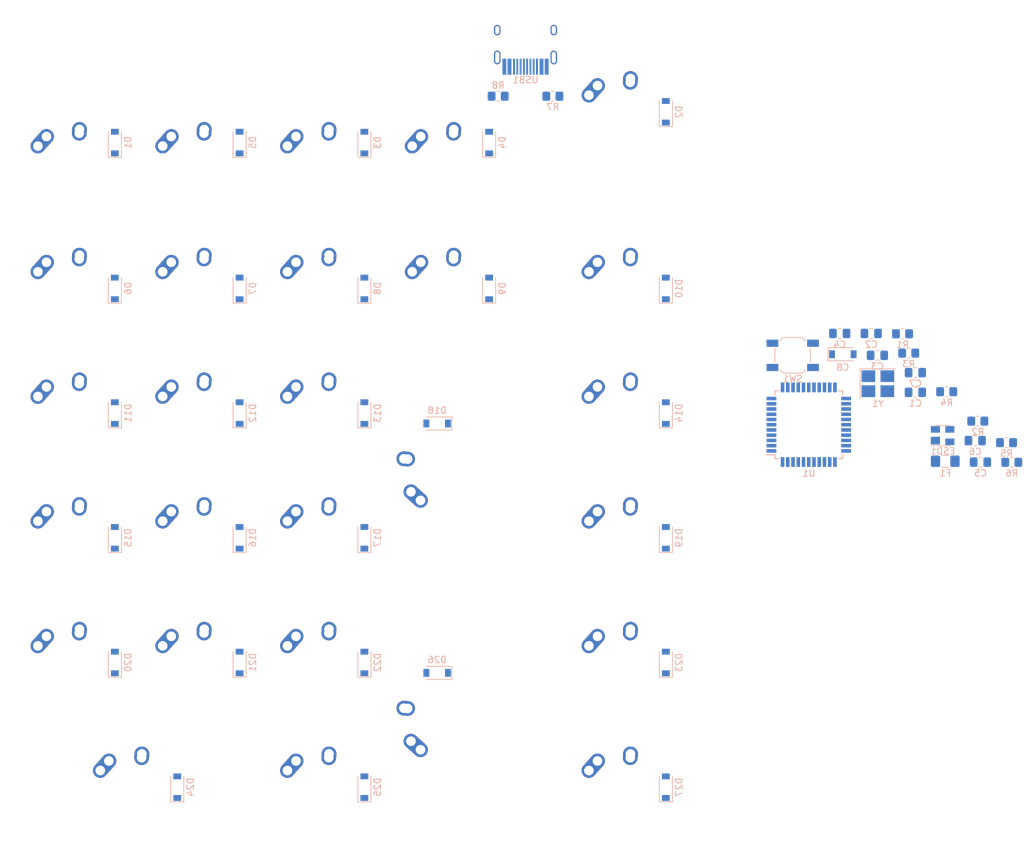
<source format=kicad_pcb>
(kicad_pcb (version 20171130) (host pcbnew "(5.1.10)-1")

  (general
    (thickness 1.6)
    (drawings 0)
    (tracks 0)
    (zones 0)
    (modules 76)
    (nets 84)
  )

  (page A4)
  (layers
    (0 F.Cu signal)
    (31 B.Cu signal)
    (32 B.Adhes user)
    (33 F.Adhes user)
    (34 B.Paste user)
    (35 F.Paste user)
    (36 B.SilkS user)
    (37 F.SilkS user)
    (38 B.Mask user)
    (39 F.Mask user)
    (40 Dwgs.User user)
    (41 Cmts.User user)
    (42 Eco1.User user)
    (43 Eco2.User user)
    (44 Edge.Cuts user)
    (45 Margin user)
    (46 B.CrtYd user)
    (47 F.CrtYd user)
    (48 B.Fab user)
    (49 F.Fab user)
  )

  (setup
    (last_trace_width 0.25)
    (trace_clearance 0.2)
    (zone_clearance 0.508)
    (zone_45_only no)
    (trace_min 0.2)
    (via_size 0.8)
    (via_drill 0.4)
    (via_min_size 0.4)
    (via_min_drill 0.3)
    (uvia_size 0.3)
    (uvia_drill 0.1)
    (uvias_allowed no)
    (uvia_min_size 0.2)
    (uvia_min_drill 0.1)
    (edge_width 0.05)
    (segment_width 0.2)
    (pcb_text_width 0.3)
    (pcb_text_size 1.5 1.5)
    (mod_edge_width 0.12)
    (mod_text_size 1 1)
    (mod_text_width 0.15)
    (pad_size 1.524 1.524)
    (pad_drill 0.762)
    (pad_to_mask_clearance 0)
    (aux_axis_origin 0 0)
    (visible_elements 7FFFFFFF)
    (pcbplotparams
      (layerselection 0x010fc_ffffffff)
      (usegerberextensions false)
      (usegerberattributes true)
      (usegerberadvancedattributes true)
      (creategerberjobfile true)
      (excludeedgelayer true)
      (linewidth 0.100000)
      (plotframeref false)
      (viasonmask false)
      (mode 1)
      (useauxorigin false)
      (hpglpennumber 1)
      (hpglpenspeed 20)
      (hpglpendiameter 15.000000)
      (psnegative false)
      (psa4output false)
      (plotreference true)
      (plotvalue true)
      (plotinvisibletext false)
      (padsonsilk false)
      (subtractmaskfromsilk false)
      (outputformat 1)
      (mirror false)
      (drillshape 1)
      (scaleselection 1)
      (outputdirectory ""))
  )

  (net 0 "")
  (net 1 "Net-(C1-Pad2)")
  (net 2 GND)
  (net 3 "Net-(C2-Pad2)")
  (net 4 +5V)
  (net 5 "Net-(C8-Pad1)")
  (net 6 "Net-(D1-Pad2)")
  (net 7 row0)
  (net 8 "Net-(D2-Pad2)")
  (net 9 "Net-(D3-Pad2)")
  (net 10 "Net-(D4-Pad2)")
  (net 11 "Net-(D5-Pad2)")
  (net 12 "Net-(D6-Pad2)")
  (net 13 row1)
  (net 14 "Net-(D7-Pad2)")
  (net 15 "Net-(D8-Pad2)")
  (net 16 "Net-(D9-Pad2)")
  (net 17 "Net-(D10-Pad2)")
  (net 18 "Net-(D11-Pad2)")
  (net 19 row2)
  (net 20 "Net-(D12-Pad2)")
  (net 21 "Net-(D13-Pad2)")
  (net 22 "Net-(D14-Pad2)")
  (net 23 "Net-(D15-Pad2)")
  (net 24 row3)
  (net 25 "Net-(D16-Pad2)")
  (net 26 "Net-(D17-Pad2)")
  (net 27 "Net-(D18-Pad2)")
  (net 28 "Net-(D19-Pad2)")
  (net 29 "Net-(D20-Pad2)")
  (net 30 row4)
  (net 31 "Net-(D21-Pad2)")
  (net 32 "Net-(D22-Pad2)")
  (net 33 "Net-(D23-Pad2)")
  (net 34 "Net-(D24-Pad2)")
  (net 35 row5)
  (net 36 "Net-(D25-Pad2)")
  (net 37 "Net-(D26-Pad2)")
  (net 38 "Net-(D27-Pad2)")
  (net 39 "Net-(ESD1-Pad4)")
  (net 40 "Net-(ESD1-Pad3)")
  (net 41 "Net-(ESD1-Pad2)")
  (net 42 VCC)
  (net 43 col0)
  (net 44 col1)
  (net 45 col2)
  (net 46 col3)
  (net 47 col4)
  (net 48 "Net-(R1-Pad2)")
  (net 49 "Net-(R2-Pad1)")
  (net 50 "Net-(R3-Pad2)")
  (net 51 D+)
  (net 52 D-)
  (net 53 "Net-(R4-Pad1)")
  (net 54 "Net-(R7-Pad1)")
  (net 55 "Net-(R8-Pad1)")
  (net 56 "Net-(U1-Pad42)")
  (net 57 "Net-(U1-Pad41)")
  (net 58 "Net-(U1-Pad40)")
  (net 59 "Net-(U1-Pad39)")
  (net 60 "Net-(U1-Pad38)")
  (net 61 "Net-(U1-Pad37)")
  (net 62 "Net-(U1-Pad36)")
  (net 63 "Net-(U1-Pad32)")
  (net 64 "Net-(U1-Pad31)")
  (net 65 "Net-(U1-Pad30)")
  (net 66 "Net-(U1-Pad29)")
  (net 67 "Net-(U1-Pad28)")
  (net 68 "Net-(U1-Pad27)")
  (net 69 "Net-(U1-Pad26)")
  (net 70 "Net-(U1-Pad25)")
  (net 71 "Net-(U1-Pad22)")
  (net 72 "Net-(U1-Pad21)")
  (net 73 "Net-(U1-Pad20)")
  (net 74 "Net-(U1-Pad19)")
  (net 75 "Net-(U1-Pad18)")
  (net 76 "Net-(U1-Pad12)")
  (net 77 "Net-(U1-Pad11)")
  (net 78 "Net-(U1-Pad10)")
  (net 79 "Net-(U1-Pad9)")
  (net 80 "Net-(U1-Pad8)")
  (net 81 "Net-(U1-Pad1)")
  (net 82 "Net-(USB1-Pad3)")
  (net 83 "Net-(USB1-Pad9)")

  (net_class Default "This is the default net class."
    (clearance 0.2)
    (trace_width 0.25)
    (via_dia 0.8)
    (via_drill 0.4)
    (uvia_dia 0.3)
    (uvia_drill 0.1)
    (add_net +5V)
    (add_net D+)
    (add_net D-)
    (add_net GND)
    (add_net "Net-(C1-Pad2)")
    (add_net "Net-(C2-Pad2)")
    (add_net "Net-(C8-Pad1)")
    (add_net "Net-(D1-Pad2)")
    (add_net "Net-(D10-Pad2)")
    (add_net "Net-(D11-Pad2)")
    (add_net "Net-(D12-Pad2)")
    (add_net "Net-(D13-Pad2)")
    (add_net "Net-(D14-Pad2)")
    (add_net "Net-(D15-Pad2)")
    (add_net "Net-(D16-Pad2)")
    (add_net "Net-(D17-Pad2)")
    (add_net "Net-(D18-Pad2)")
    (add_net "Net-(D19-Pad2)")
    (add_net "Net-(D2-Pad2)")
    (add_net "Net-(D20-Pad2)")
    (add_net "Net-(D21-Pad2)")
    (add_net "Net-(D22-Pad2)")
    (add_net "Net-(D23-Pad2)")
    (add_net "Net-(D24-Pad2)")
    (add_net "Net-(D25-Pad2)")
    (add_net "Net-(D26-Pad2)")
    (add_net "Net-(D27-Pad2)")
    (add_net "Net-(D3-Pad2)")
    (add_net "Net-(D4-Pad2)")
    (add_net "Net-(D5-Pad2)")
    (add_net "Net-(D6-Pad2)")
    (add_net "Net-(D7-Pad2)")
    (add_net "Net-(D8-Pad2)")
    (add_net "Net-(D9-Pad2)")
    (add_net "Net-(ESD1-Pad2)")
    (add_net "Net-(ESD1-Pad3)")
    (add_net "Net-(ESD1-Pad4)")
    (add_net "Net-(R1-Pad2)")
    (add_net "Net-(R2-Pad1)")
    (add_net "Net-(R3-Pad2)")
    (add_net "Net-(R4-Pad1)")
    (add_net "Net-(R7-Pad1)")
    (add_net "Net-(R8-Pad1)")
    (add_net "Net-(U1-Pad1)")
    (add_net "Net-(U1-Pad10)")
    (add_net "Net-(U1-Pad11)")
    (add_net "Net-(U1-Pad12)")
    (add_net "Net-(U1-Pad18)")
    (add_net "Net-(U1-Pad19)")
    (add_net "Net-(U1-Pad20)")
    (add_net "Net-(U1-Pad21)")
    (add_net "Net-(U1-Pad22)")
    (add_net "Net-(U1-Pad25)")
    (add_net "Net-(U1-Pad26)")
    (add_net "Net-(U1-Pad27)")
    (add_net "Net-(U1-Pad28)")
    (add_net "Net-(U1-Pad29)")
    (add_net "Net-(U1-Pad30)")
    (add_net "Net-(U1-Pad31)")
    (add_net "Net-(U1-Pad32)")
    (add_net "Net-(U1-Pad36)")
    (add_net "Net-(U1-Pad37)")
    (add_net "Net-(U1-Pad38)")
    (add_net "Net-(U1-Pad39)")
    (add_net "Net-(U1-Pad40)")
    (add_net "Net-(U1-Pad41)")
    (add_net "Net-(U1-Pad42)")
    (add_net "Net-(U1-Pad8)")
    (add_net "Net-(U1-Pad9)")
    (add_net "Net-(USB1-Pad3)")
    (add_net "Net-(USB1-Pad9)")
    (add_net VCC)
    (add_net col0)
    (add_net col1)
    (add_net col2)
    (add_net col3)
    (add_net col4)
    (add_net row0)
    (add_net row1)
    (add_net row2)
    (add_net row3)
    (add_net row4)
    (add_net row5)
  )

  (net_class Power ""
    (clearance 0.2)
    (trace_width 0.381)
    (via_dia 0.8)
    (via_drill 0.4)
    (uvia_dia 0.3)
    (uvia_drill 0.1)
  )

  (module Crystal:Crystal_SMD_3225-4Pin_3.2x2.5mm_HandSoldering (layer B.Cu) (tedit 5A0FD1B2) (tstamp 60E6E4B9)
    (at 177.62625 94.72375)
    (descr "SMD Crystal SERIES SMD3225/4 http://www.txccrystal.com/images/pdf/7m-accuracy.pdf, hand-soldering, 3.2x2.5mm^2 package")
    (tags "SMD SMT crystal hand-soldering")
    (path /60E6158A)
    (attr smd)
    (fp_text reference Y1 (at 0 3.05) (layer B.SilkS)
      (effects (font (size 1 1) (thickness 0.15)) (justify mirror))
    )
    (fp_text value Crystal_GND24_Small (at 0 -3.05) (layer B.Fab)
      (effects (font (size 1 1) (thickness 0.15)) (justify mirror))
    )
    (fp_line (start -1.6 1.25) (end -1.6 -1.25) (layer B.Fab) (width 0.1))
    (fp_line (start -1.6 -1.25) (end 1.6 -1.25) (layer B.Fab) (width 0.1))
    (fp_line (start 1.6 -1.25) (end 1.6 1.25) (layer B.Fab) (width 0.1))
    (fp_line (start 1.6 1.25) (end -1.6 1.25) (layer B.Fab) (width 0.1))
    (fp_line (start -1.6 -0.25) (end -0.6 -1.25) (layer B.Fab) (width 0.1))
    (fp_line (start -2.7 2.25) (end -2.7 -2.25) (layer B.SilkS) (width 0.12))
    (fp_line (start -2.7 -2.25) (end 2.7 -2.25) (layer B.SilkS) (width 0.12))
    (fp_line (start -2.8 2.3) (end -2.8 -2.3) (layer B.CrtYd) (width 0.05))
    (fp_line (start -2.8 -2.3) (end 2.8 -2.3) (layer B.CrtYd) (width 0.05))
    (fp_line (start 2.8 -2.3) (end 2.8 2.3) (layer B.CrtYd) (width 0.05))
    (fp_line (start 2.8 2.3) (end -2.8 2.3) (layer B.CrtYd) (width 0.05))
    (fp_text user %R (at 0 0) (layer B.Fab)
      (effects (font (size 0.7 0.7) (thickness 0.105)) (justify mirror))
    )
    (pad 4 smd rect (at -1.45 1.15) (size 2.1 1.8) (layers B.Cu B.Paste B.Mask)
      (net 2 GND))
    (pad 3 smd rect (at 1.45 1.15) (size 2.1 1.8) (layers B.Cu B.Paste B.Mask)
      (net 3 "Net-(C2-Pad2)"))
    (pad 2 smd rect (at 1.45 -1.15) (size 2.1 1.8) (layers B.Cu B.Paste B.Mask)
      (net 2 GND))
    (pad 1 smd rect (at -1.45 -1.15) (size 2.1 1.8) (layers B.Cu B.Paste B.Mask)
      (net 1 "Net-(C1-Pad2)"))
    (model ${KISYS3DMOD}/Crystal.3dshapes/Crystal_SMD_3225-4Pin_3.2x2.5mm_HandSoldering.wrl
      (at (xyz 0 0 0))
      (scale (xyz 1 1 1))
      (rotate (xyz 0 0 0))
    )
  )

  (module type_c:HRO-TYPE-C-31-M-12-HandSoldering (layer B.Cu) (tedit 5C42C6AC) (tstamp 60E71BDF)
    (at 123.825 38.1)
    (path /60E939AE)
    (attr smd)
    (fp_text reference USB1 (at 0 10.2) (layer B.SilkS)
      (effects (font (size 1 1) (thickness 0.15)) (justify mirror))
    )
    (fp_text value HRO-TYPE-C-31-M-12 (at 0 -1.15) (layer Dwgs.User)
      (effects (font (size 1 1) (thickness 0.15)))
    )
    (fp_line (start -4.47 7.3) (end 4.47 7.3) (layer Dwgs.User) (width 0.15))
    (fp_line (start 4.47 0) (end 4.47 7.3) (layer Dwgs.User) (width 0.15))
    (fp_line (start -4.47 0) (end -4.47 7.3) (layer Dwgs.User) (width 0.15))
    (fp_line (start -4.47 0) (end 4.47 0) (layer Dwgs.User) (width 0.15))
    (pad 12 smd rect (at 3.225 8.195) (size 0.6 2.45) (layers B.Cu B.Paste B.Mask)
      (net 2 GND))
    (pad 1 smd rect (at -3.225 8.195) (size 0.6 2.45) (layers B.Cu B.Paste B.Mask)
      (net 2 GND))
    (pad 11 smd rect (at 2.45 8.195) (size 0.6 2.45) (layers B.Cu B.Paste B.Mask)
      (net 42 VCC))
    (pad 2 smd rect (at -2.45 8.195) (size 0.6 2.45) (layers B.Cu B.Paste B.Mask)
      (net 42 VCC))
    (pad 3 smd rect (at -1.75 8.195) (size 0.3 2.45) (layers B.Cu B.Paste B.Mask)
      (net 82 "Net-(USB1-Pad3)"))
    (pad 10 smd rect (at 1.75 8.195) (size 0.3 2.45) (layers B.Cu B.Paste B.Mask)
      (net 55 "Net-(R8-Pad1)"))
    (pad 4 smd rect (at -1.25 8.195) (size 0.3 2.45) (layers B.Cu B.Paste B.Mask)
      (net 54 "Net-(R7-Pad1)"))
    (pad 9 smd rect (at 1.25 8.195) (size 0.3 2.45) (layers B.Cu B.Paste B.Mask)
      (net 83 "Net-(USB1-Pad9)"))
    (pad 5 smd rect (at -0.75 8.195) (size 0.3 2.45) (layers B.Cu B.Paste B.Mask)
      (net 40 "Net-(ESD1-Pad3)"))
    (pad 8 smd rect (at 0.75 8.195) (size 0.3 2.45) (layers B.Cu B.Paste B.Mask)
      (net 41 "Net-(ESD1-Pad2)"))
    (pad 7 smd rect (at 0.25 8.195) (size 0.3 2.45) (layers B.Cu B.Paste B.Mask)
      (net 40 "Net-(ESD1-Pad3)"))
    (pad 6 smd rect (at -0.25 8.195) (size 0.3 2.45) (layers B.Cu B.Paste B.Mask)
      (net 41 "Net-(ESD1-Pad2)"))
    (pad "" np_thru_hole circle (at 2.89 6.25) (size 0.65 0.65) (drill 0.65) (layers *.Cu *.Mask))
    (pad "" np_thru_hole circle (at -2.89 6.25) (size 0.65 0.65) (drill 0.65) (layers *.Cu *.Mask))
    (pad 13 thru_hole oval (at -4.32 6.78) (size 1 2.1) (drill oval 0.6 1.7) (layers *.Cu F.Mask)
      (net 2 GND))
    (pad 13 thru_hole oval (at 4.32 6.78) (size 1 2.1) (drill oval 0.6 1.7) (layers *.Cu F.Mask)
      (net 2 GND))
    (pad 13 thru_hole oval (at -4.32 2.6) (size 1 1.6) (drill oval 0.6 1.2) (layers *.Cu F.Mask)
      (net 2 GND))
    (pad 13 thru_hole oval (at 4.32 2.6) (size 1 1.6) (drill oval 0.6 1.2) (layers *.Cu F.Mask)
      (net 2 GND))
  )

  (module Package_QFP:TQFP-44_10x10mm_P0.8mm (layer B.Cu) (tedit 5A02F146) (tstamp 60E6E2B1)
    (at 167.07625 100.99375)
    (descr "44-Lead Plastic Thin Quad Flatpack (PT) - 10x10x1.0 mm Body [TQFP] (see Microchip Packaging Specification 00000049BS.pdf)")
    (tags "QFP 0.8")
    (path /60E5039A)
    (attr smd)
    (fp_text reference U1 (at 0 7.45) (layer B.SilkS)
      (effects (font (size 1 1) (thickness 0.15)) (justify mirror))
    )
    (fp_text value ATmega32U4-AU (at 0 -7.45) (layer B.Fab)
      (effects (font (size 1 1) (thickness 0.15)) (justify mirror))
    )
    (fp_line (start -4 5) (end 5 5) (layer B.Fab) (width 0.15))
    (fp_line (start 5 5) (end 5 -5) (layer B.Fab) (width 0.15))
    (fp_line (start 5 -5) (end -5 -5) (layer B.Fab) (width 0.15))
    (fp_line (start -5 -5) (end -5 4) (layer B.Fab) (width 0.15))
    (fp_line (start -5 4) (end -4 5) (layer B.Fab) (width 0.15))
    (fp_line (start -6.7 6.7) (end -6.7 -6.7) (layer B.CrtYd) (width 0.05))
    (fp_line (start 6.7 6.7) (end 6.7 -6.7) (layer B.CrtYd) (width 0.05))
    (fp_line (start -6.7 6.7) (end 6.7 6.7) (layer B.CrtYd) (width 0.05))
    (fp_line (start -6.7 -6.7) (end 6.7 -6.7) (layer B.CrtYd) (width 0.05))
    (fp_line (start -5.175 5.175) (end -5.175 4.6) (layer B.SilkS) (width 0.15))
    (fp_line (start 5.175 5.175) (end 5.175 4.5) (layer B.SilkS) (width 0.15))
    (fp_line (start 5.175 -5.175) (end 5.175 -4.5) (layer B.SilkS) (width 0.15))
    (fp_line (start -5.175 -5.175) (end -5.175 -4.5) (layer B.SilkS) (width 0.15))
    (fp_line (start -5.175 5.175) (end -4.5 5.175) (layer B.SilkS) (width 0.15))
    (fp_line (start -5.175 -5.175) (end -4.5 -5.175) (layer B.SilkS) (width 0.15))
    (fp_line (start 5.175 -5.175) (end 4.5 -5.175) (layer B.SilkS) (width 0.15))
    (fp_line (start 5.175 5.175) (end 4.5 5.175) (layer B.SilkS) (width 0.15))
    (fp_line (start -5.175 4.6) (end -6.45 4.6) (layer B.SilkS) (width 0.15))
    (fp_text user %R (at 0 0) (layer B.Fab)
      (effects (font (size 1 1) (thickness 0.15)) (justify mirror))
    )
    (pad 44 smd rect (at -4 5.7 270) (size 1.5 0.55) (layers B.Cu B.Paste B.Mask)
      (net 4 +5V))
    (pad 43 smd rect (at -3.2 5.7 270) (size 1.5 0.55) (layers B.Cu B.Paste B.Mask)
      (net 2 GND))
    (pad 42 smd rect (at -2.4 5.7 270) (size 1.5 0.55) (layers B.Cu B.Paste B.Mask)
      (net 56 "Net-(U1-Pad42)"))
    (pad 41 smd rect (at -1.6 5.7 270) (size 1.5 0.55) (layers B.Cu B.Paste B.Mask)
      (net 57 "Net-(U1-Pad41)"))
    (pad 40 smd rect (at -0.8 5.7 270) (size 1.5 0.55) (layers B.Cu B.Paste B.Mask)
      (net 58 "Net-(U1-Pad40)"))
    (pad 39 smd rect (at 0 5.7 270) (size 1.5 0.55) (layers B.Cu B.Paste B.Mask)
      (net 59 "Net-(U1-Pad39)"))
    (pad 38 smd rect (at 0.8 5.7 270) (size 1.5 0.55) (layers B.Cu B.Paste B.Mask)
      (net 60 "Net-(U1-Pad38)"))
    (pad 37 smd rect (at 1.6 5.7 270) (size 1.5 0.55) (layers B.Cu B.Paste B.Mask)
      (net 61 "Net-(U1-Pad37)"))
    (pad 36 smd rect (at 2.4 5.7 270) (size 1.5 0.55) (layers B.Cu B.Paste B.Mask)
      (net 62 "Net-(U1-Pad36)"))
    (pad 35 smd rect (at 3.2 5.7 270) (size 1.5 0.55) (layers B.Cu B.Paste B.Mask)
      (net 2 GND))
    (pad 34 smd rect (at 4 5.7 270) (size 1.5 0.55) (layers B.Cu B.Paste B.Mask)
      (net 4 +5V))
    (pad 33 smd rect (at 5.7 4) (size 1.5 0.55) (layers B.Cu B.Paste B.Mask)
      (net 49 "Net-(R2-Pad1)"))
    (pad 32 smd rect (at 5.7 3.2) (size 1.5 0.55) (layers B.Cu B.Paste B.Mask)
      (net 63 "Net-(U1-Pad32)"))
    (pad 31 smd rect (at 5.7 2.4) (size 1.5 0.55) (layers B.Cu B.Paste B.Mask)
      (net 64 "Net-(U1-Pad31)"))
    (pad 30 smd rect (at 5.7 1.6) (size 1.5 0.55) (layers B.Cu B.Paste B.Mask)
      (net 65 "Net-(U1-Pad30)"))
    (pad 29 smd rect (at 5.7 0.8) (size 1.5 0.55) (layers B.Cu B.Paste B.Mask)
      (net 66 "Net-(U1-Pad29)"))
    (pad 28 smd rect (at 5.7 0) (size 1.5 0.55) (layers B.Cu B.Paste B.Mask)
      (net 67 "Net-(U1-Pad28)"))
    (pad 27 smd rect (at 5.7 -0.8) (size 1.5 0.55) (layers B.Cu B.Paste B.Mask)
      (net 68 "Net-(U1-Pad27)"))
    (pad 26 smd rect (at 5.7 -1.6) (size 1.5 0.55) (layers B.Cu B.Paste B.Mask)
      (net 69 "Net-(U1-Pad26)"))
    (pad 25 smd rect (at 5.7 -2.4) (size 1.5 0.55) (layers B.Cu B.Paste B.Mask)
      (net 70 "Net-(U1-Pad25)"))
    (pad 24 smd rect (at 5.7 -3.2) (size 1.5 0.55) (layers B.Cu B.Paste B.Mask)
      (net 4 +5V))
    (pad 23 smd rect (at 5.7 -4) (size 1.5 0.55) (layers B.Cu B.Paste B.Mask)
      (net 2 GND))
    (pad 22 smd rect (at 4 -5.7 270) (size 1.5 0.55) (layers B.Cu B.Paste B.Mask)
      (net 71 "Net-(U1-Pad22)"))
    (pad 21 smd rect (at 3.2 -5.7 270) (size 1.5 0.55) (layers B.Cu B.Paste B.Mask)
      (net 72 "Net-(U1-Pad21)"))
    (pad 20 smd rect (at 2.4 -5.7 270) (size 1.5 0.55) (layers B.Cu B.Paste B.Mask)
      (net 73 "Net-(U1-Pad20)"))
    (pad 19 smd rect (at 1.6 -5.7 270) (size 1.5 0.55) (layers B.Cu B.Paste B.Mask)
      (net 74 "Net-(U1-Pad19)"))
    (pad 18 smd rect (at 0.8 -5.7 270) (size 1.5 0.55) (layers B.Cu B.Paste B.Mask)
      (net 75 "Net-(U1-Pad18)"))
    (pad 17 smd rect (at 0 -5.7 270) (size 1.5 0.55) (layers B.Cu B.Paste B.Mask)
      (net 1 "Net-(C1-Pad2)"))
    (pad 16 smd rect (at -0.8 -5.7 270) (size 1.5 0.55) (layers B.Cu B.Paste B.Mask)
      (net 3 "Net-(C2-Pad2)"))
    (pad 15 smd rect (at -1.6 -5.7 270) (size 1.5 0.55) (layers B.Cu B.Paste B.Mask)
      (net 2 GND))
    (pad 14 smd rect (at -2.4 -5.7 270) (size 1.5 0.55) (layers B.Cu B.Paste B.Mask)
      (net 4 +5V))
    (pad 13 smd rect (at -3.2 -5.7 270) (size 1.5 0.55) (layers B.Cu B.Paste B.Mask)
      (net 48 "Net-(R1-Pad2)"))
    (pad 12 smd rect (at -4 -5.7 270) (size 1.5 0.55) (layers B.Cu B.Paste B.Mask)
      (net 76 "Net-(U1-Pad12)"))
    (pad 11 smd rect (at -5.7 -4) (size 1.5 0.55) (layers B.Cu B.Paste B.Mask)
      (net 77 "Net-(U1-Pad11)"))
    (pad 10 smd rect (at -5.7 -3.2) (size 1.5 0.55) (layers B.Cu B.Paste B.Mask)
      (net 78 "Net-(U1-Pad10)"))
    (pad 9 smd rect (at -5.7 -2.4) (size 1.5 0.55) (layers B.Cu B.Paste B.Mask)
      (net 79 "Net-(U1-Pad9)"))
    (pad 8 smd rect (at -5.7 -1.6) (size 1.5 0.55) (layers B.Cu B.Paste B.Mask)
      (net 80 "Net-(U1-Pad8)"))
    (pad 7 smd rect (at -5.7 -0.8) (size 1.5 0.55) (layers B.Cu B.Paste B.Mask)
      (net 4 +5V))
    (pad 6 smd rect (at -5.7 0) (size 1.5 0.55) (layers B.Cu B.Paste B.Mask)
      (net 5 "Net-(C8-Pad1)"))
    (pad 5 smd rect (at -5.7 0.8) (size 1.5 0.55) (layers B.Cu B.Paste B.Mask)
      (net 2 GND))
    (pad 4 smd rect (at -5.7 1.6) (size 1.5 0.55) (layers B.Cu B.Paste B.Mask)
      (net 50 "Net-(R3-Pad2)"))
    (pad 3 smd rect (at -5.7 2.4) (size 1.5 0.55) (layers B.Cu B.Paste B.Mask)
      (net 53 "Net-(R4-Pad1)"))
    (pad 2 smd rect (at -5.7 3.2) (size 1.5 0.55) (layers B.Cu B.Paste B.Mask)
      (net 4 +5V))
    (pad 1 smd rect (at -5.7 4) (size 1.5 0.55) (layers B.Cu B.Paste B.Mask)
      (net 81 "Net-(U1-Pad1)"))
    (model ${KISYS3DMOD}/Package_QFP.3dshapes/TQFP-44_10x10mm_P0.8mm.wrl
      (at (xyz 0 0 0))
      (scale (xyz 1 1 1))
      (rotate (xyz 0 0 0))
    )
  )

  (module Button_Switch_SMD:SW_SPST_SKQG_WithStem (layer B.Cu) (tedit 5ABAB6AF) (tstamp 60E6E370)
    (at 164.62625 90.39375)
    (descr "ALPS 5.2mm Square Low-profile Type (Surface Mount) SKQG Series, With stem, http://www.alps.com/prod/info/E/HTML/Tact/SurfaceMount/SKQG/SKQGAFE010.html")
    (tags "SPST Button Switch")
    (path /60E90B64)
    (attr smd)
    (fp_text reference SW1 (at 0 3.6) (layer B.SilkS)
      (effects (font (size 1 1) (thickness 0.15)) (justify mirror))
    )
    (fp_text value SW_Push (at 0 -3.6) (layer B.Fab)
      (effects (font (size 1 1) (thickness 0.15)) (justify mirror))
    )
    (fp_line (start 1.4 2.6) (end 2.6 1.4) (layer B.Fab) (width 0.1))
    (fp_line (start 2.6 1.4) (end 2.6 -1.4) (layer B.Fab) (width 0.1))
    (fp_line (start 2.6 -1.4) (end 1.4 -2.6) (layer B.Fab) (width 0.1))
    (fp_line (start 1.4 -2.6) (end -1.4 -2.6) (layer B.Fab) (width 0.1))
    (fp_line (start -1.4 -2.6) (end -2.6 -1.4) (layer B.Fab) (width 0.1))
    (fp_line (start -2.6 -1.4) (end -2.6 1.4) (layer B.Fab) (width 0.1))
    (fp_line (start -2.6 1.4) (end -1.4 2.6) (layer B.Fab) (width 0.1))
    (fp_line (start -1.4 2.6) (end 1.4 2.6) (layer B.Fab) (width 0.1))
    (fp_line (start -4.25 2.85) (end -4.25 -2.85) (layer B.CrtYd) (width 0.05))
    (fp_line (start 4.25 2.85) (end -4.25 2.85) (layer B.CrtYd) (width 0.05))
    (fp_line (start 4.25 -2.85) (end 4.25 2.85) (layer B.CrtYd) (width 0.05))
    (fp_line (start -4.25 -2.85) (end 4.25 -2.85) (layer B.CrtYd) (width 0.05))
    (fp_line (start -0.95 1.865) (end 0.95 1.865) (layer B.Fab) (width 0.1))
    (fp_line (start -1.865 -0.95) (end -1.865 0.95) (layer B.Fab) (width 0.1))
    (fp_line (start 0.95 -1.865) (end -0.95 -1.865) (layer B.Fab) (width 0.1))
    (fp_line (start 1.865 0.95) (end 1.865 -0.95) (layer B.Fab) (width 0.1))
    (fp_line (start -2.72 -1.04) (end -2.72 1.04) (layer B.SilkS) (width 0.12))
    (fp_line (start 1.45 2.72) (end 1.94 2.23) (layer B.SilkS) (width 0.12))
    (fp_circle (center 0 0) (end 1 0) (layer B.Fab) (width 0.1))
    (fp_line (start 2.72 -1.04) (end 2.72 1.04) (layer B.SilkS) (width 0.12))
    (fp_line (start -1.45 2.72) (end -1.94 2.23) (layer B.SilkS) (width 0.12))
    (fp_line (start -1.45 2.72) (end 1.45 2.72) (layer B.SilkS) (width 0.12))
    (fp_line (start -1.45 -2.72) (end -1.94 -2.23) (layer B.SilkS) (width 0.12))
    (fp_line (start -1.45 -2.72) (end 1.45 -2.72) (layer B.SilkS) (width 0.12))
    (fp_line (start 1.45 -2.72) (end 1.94 -2.23) (layer B.SilkS) (width 0.12))
    (fp_line (start 0.95 -1.865) (end 1.865 -0.95) (layer B.Fab) (width 0.1))
    (fp_line (start -0.95 -1.865) (end -1.865 -0.95) (layer B.Fab) (width 0.1))
    (fp_line (start -0.95 1.865) (end -1.865 0.95) (layer B.Fab) (width 0.1))
    (fp_line (start 0.95 1.865) (end 1.865 0.95) (layer B.Fab) (width 0.1))
    (fp_line (start 4 1.3) (end 4 -1.3) (layer Dwgs.User) (width 0.05))
    (fp_line (start 4 -1.3) (end 1 -1.3) (layer Dwgs.User) (width 0.05))
    (fp_line (start 1 -1.3) (end 1 1.3) (layer Dwgs.User) (width 0.05))
    (fp_line (start 1 1.3) (end 4 1.3) (layer Dwgs.User) (width 0.05))
    (fp_line (start 1 0.3) (end 2 1.3) (layer Dwgs.User) (width 0.05))
    (fp_line (start 1 -0.7) (end 3 1.3) (layer Dwgs.User) (width 0.05))
    (fp_line (start 4 1.3) (end 1.4 -1.3) (layer Dwgs.User) (width 0.05))
    (fp_line (start 2.4 -1.3) (end 4 0.3) (layer Dwgs.User) (width 0.05))
    (fp_line (start 4 -0.7) (end 3.4 -1.3) (layer Dwgs.User) (width 0.05))
    (fp_line (start -1 -0.7) (end -1.6 -1.3) (layer Dwgs.User) (width 0.05))
    (fp_line (start -4 -1.3) (end -4 1.3) (layer Dwgs.User) (width 0.05))
    (fp_line (start -4 -0.7) (end -2 1.3) (layer Dwgs.User) (width 0.05))
    (fp_line (start -1 -1.3) (end -4 -1.3) (layer Dwgs.User) (width 0.05))
    (fp_line (start -4 1.3) (end -1 1.3) (layer Dwgs.User) (width 0.05))
    (fp_line (start -1 1.3) (end -3.6 -1.3) (layer Dwgs.User) (width 0.05))
    (fp_line (start -2.6 -1.3) (end -1 0.3) (layer Dwgs.User) (width 0.05))
    (fp_line (start -4 0.3) (end -3 1.3) (layer Dwgs.User) (width 0.05))
    (fp_line (start -1 1.3) (end -1 -1.3) (layer Dwgs.User) (width 0.05))
    (fp_text user "No F.Cu tracks" (at -2.5 -0.2) (layer Cmts.User)
      (effects (font (size 0.2 0.2) (thickness 0.03)))
    )
    (fp_text user "KEEP-OUT ZONE" (at -2.5 0.2) (layer Cmts.User)
      (effects (font (size 0.2 0.2) (thickness 0.03)))
    )
    (fp_text user "KEEP-OUT ZONE" (at 2.5 0.2) (layer Cmts.User)
      (effects (font (size 0.2 0.2) (thickness 0.03)))
    )
    (fp_text user "No F.Cu tracks" (at 2.5 -0.2) (layer Cmts.User)
      (effects (font (size 0.2 0.2) (thickness 0.03)))
    )
    (fp_text user %R (at 0 0) (layer B.Fab)
      (effects (font (size 0.4 0.4) (thickness 0.06)) (justify mirror))
    )
    (pad 2 smd rect (at 3.1 -1.85) (size 1.8 1.1) (layers B.Cu B.Paste B.Mask)
      (net 48 "Net-(R1-Pad2)"))
    (pad 2 smd rect (at -3.1 -1.85) (size 1.8 1.1) (layers B.Cu B.Paste B.Mask)
      (net 48 "Net-(R1-Pad2)"))
    (pad 1 smd rect (at 3.1 1.85) (size 1.8 1.1) (layers B.Cu B.Paste B.Mask)
      (net 2 GND))
    (pad 1 smd rect (at -3.1 1.85) (size 1.8 1.1) (layers B.Cu B.Paste B.Mask)
      (net 2 GND))
    (model ${KISYS3DMOD}/Button_Switch_SMD.3dshapes/SW_SPST_SKQG_WithStem.wrl
      (at (xyz 0 0 0))
      (scale (xyz 1 1 1))
      (rotate (xyz 0 0 0))
    )
  )

  (module Resistor_SMD:R_0805_2012Metric_Pad1.20x1.40mm_HandSolder (layer B.Cu) (tedit 5F68FEEE) (tstamp 60E6E5CA)
    (at 119.65 50.8 180)
    (descr "Resistor SMD 0805 (2012 Metric), square (rectangular) end terminal, IPC_7351 nominal with elongated pad for handsoldering. (Body size source: IPC-SM-782 page 72, https://www.pcb-3d.com/wordpress/wp-content/uploads/ipc-sm-782a_amendment_1_and_2.pdf), generated with kicad-footprint-generator")
    (tags "resistor handsolder")
    (path /60EF49CC)
    (attr smd)
    (fp_text reference R8 (at 0 1.65) (layer B.SilkS)
      (effects (font (size 1 1) (thickness 0.15)) (justify mirror))
    )
    (fp_text value 5.1K (at 0 -1.65) (layer B.Fab)
      (effects (font (size 1 1) (thickness 0.15)) (justify mirror))
    )
    (fp_line (start -1 -0.625) (end -1 0.625) (layer B.Fab) (width 0.1))
    (fp_line (start -1 0.625) (end 1 0.625) (layer B.Fab) (width 0.1))
    (fp_line (start 1 0.625) (end 1 -0.625) (layer B.Fab) (width 0.1))
    (fp_line (start 1 -0.625) (end -1 -0.625) (layer B.Fab) (width 0.1))
    (fp_line (start -0.227064 0.735) (end 0.227064 0.735) (layer B.SilkS) (width 0.12))
    (fp_line (start -0.227064 -0.735) (end 0.227064 -0.735) (layer B.SilkS) (width 0.12))
    (fp_line (start -1.85 -0.95) (end -1.85 0.95) (layer B.CrtYd) (width 0.05))
    (fp_line (start -1.85 0.95) (end 1.85 0.95) (layer B.CrtYd) (width 0.05))
    (fp_line (start 1.85 0.95) (end 1.85 -0.95) (layer B.CrtYd) (width 0.05))
    (fp_line (start 1.85 -0.95) (end -1.85 -0.95) (layer B.CrtYd) (width 0.05))
    (fp_text user %R (at 0 0) (layer B.Fab)
      (effects (font (size 0.5 0.5) (thickness 0.08)) (justify mirror))
    )
    (pad 2 smd roundrect (at 1 0 180) (size 1.2 1.4) (layers B.Cu B.Paste B.Mask) (roundrect_rratio 0.208333)
      (net 2 GND))
    (pad 1 smd roundrect (at -1 0 180) (size 1.2 1.4) (layers B.Cu B.Paste B.Mask) (roundrect_rratio 0.208333)
      (net 55 "Net-(R8-Pad1)"))
    (model ${KISYS3DMOD}/Resistor_SMD.3dshapes/R_0805_2012Metric.wrl
      (at (xyz 0 0 0))
      (scale (xyz 1 1 1))
      (rotate (xyz 0 0 0))
    )
  )

  (module Resistor_SMD:R_0805_2012Metric_Pad1.20x1.40mm_HandSolder (layer B.Cu) (tedit 5F68FEEE) (tstamp 60E72AA8)
    (at 128 50.8)
    (descr "Resistor SMD 0805 (2012 Metric), square (rectangular) end terminal, IPC_7351 nominal with elongated pad for handsoldering. (Body size source: IPC-SM-782 page 72, https://www.pcb-3d.com/wordpress/wp-content/uploads/ipc-sm-782a_amendment_1_and_2.pdf), generated with kicad-footprint-generator")
    (tags "resistor handsolder")
    (path /60EF45E4)
    (attr smd)
    (fp_text reference R7 (at 0 1.65) (layer B.SilkS)
      (effects (font (size 1 1) (thickness 0.15)) (justify mirror))
    )
    (fp_text value 5.1K (at 0 -1.65) (layer B.Fab)
      (effects (font (size 1 1) (thickness 0.15)) (justify mirror))
    )
    (fp_line (start -1 -0.625) (end -1 0.625) (layer B.Fab) (width 0.1))
    (fp_line (start -1 0.625) (end 1 0.625) (layer B.Fab) (width 0.1))
    (fp_line (start 1 0.625) (end 1 -0.625) (layer B.Fab) (width 0.1))
    (fp_line (start 1 -0.625) (end -1 -0.625) (layer B.Fab) (width 0.1))
    (fp_line (start -0.227064 0.735) (end 0.227064 0.735) (layer B.SilkS) (width 0.12))
    (fp_line (start -0.227064 -0.735) (end 0.227064 -0.735) (layer B.SilkS) (width 0.12))
    (fp_line (start -1.85 -0.95) (end -1.85 0.95) (layer B.CrtYd) (width 0.05))
    (fp_line (start -1.85 0.95) (end 1.85 0.95) (layer B.CrtYd) (width 0.05))
    (fp_line (start 1.85 0.95) (end 1.85 -0.95) (layer B.CrtYd) (width 0.05))
    (fp_line (start 1.85 -0.95) (end -1.85 -0.95) (layer B.CrtYd) (width 0.05))
    (fp_text user %R (at 0 0) (layer B.Fab)
      (effects (font (size 0.5 0.5) (thickness 0.08)) (justify mirror))
    )
    (pad 2 smd roundrect (at 1 0) (size 1.2 1.4) (layers B.Cu B.Paste B.Mask) (roundrect_rratio 0.208333)
      (net 2 GND))
    (pad 1 smd roundrect (at -1 0) (size 1.2 1.4) (layers B.Cu B.Paste B.Mask) (roundrect_rratio 0.208333)
      (net 54 "Net-(R7-Pad1)"))
    (model ${KISYS3DMOD}/Resistor_SMD.3dshapes/R_0805_2012Metric.wrl
      (at (xyz 0 0 0))
      (scale (xyz 1 1 1))
      (rotate (xyz 0 0 0))
    )
  )

  (module Resistor_SMD:R_0805_2012Metric_Pad1.20x1.40mm_HandSolder (layer B.Cu) (tedit 5F68FEEE) (tstamp 60E6E56A)
    (at 198.07625 106.74375)
    (descr "Resistor SMD 0805 (2012 Metric), square (rectangular) end terminal, IPC_7351 nominal with elongated pad for handsoldering. (Body size source: IPC-SM-782 page 72, https://www.pcb-3d.com/wordpress/wp-content/uploads/ipc-sm-782a_amendment_1_and_2.pdf), generated with kicad-footprint-generator")
    (tags "resistor handsolder")
    (path /60ED9DFC)
    (attr smd)
    (fp_text reference R6 (at 0 1.65) (layer B.SilkS)
      (effects (font (size 1 1) (thickness 0.15)) (justify mirror))
    )
    (fp_text value 22 (at 0 -1.65) (layer B.Fab)
      (effects (font (size 1 1) (thickness 0.15)) (justify mirror))
    )
    (fp_line (start -1 -0.625) (end -1 0.625) (layer B.Fab) (width 0.1))
    (fp_line (start -1 0.625) (end 1 0.625) (layer B.Fab) (width 0.1))
    (fp_line (start 1 0.625) (end 1 -0.625) (layer B.Fab) (width 0.1))
    (fp_line (start 1 -0.625) (end -1 -0.625) (layer B.Fab) (width 0.1))
    (fp_line (start -0.227064 0.735) (end 0.227064 0.735) (layer B.SilkS) (width 0.12))
    (fp_line (start -0.227064 -0.735) (end 0.227064 -0.735) (layer B.SilkS) (width 0.12))
    (fp_line (start -1.85 -0.95) (end -1.85 0.95) (layer B.CrtYd) (width 0.05))
    (fp_line (start -1.85 0.95) (end 1.85 0.95) (layer B.CrtYd) (width 0.05))
    (fp_line (start 1.85 0.95) (end 1.85 -0.95) (layer B.CrtYd) (width 0.05))
    (fp_line (start 1.85 -0.95) (end -1.85 -0.95) (layer B.CrtYd) (width 0.05))
    (fp_text user %R (at 0 0) (layer B.Fab)
      (effects (font (size 0.5 0.5) (thickness 0.08)) (justify mirror))
    )
    (pad 2 smd roundrect (at 1 0) (size 1.2 1.4) (layers B.Cu B.Paste B.Mask) (roundrect_rratio 0.208333)
      (net 41 "Net-(ESD1-Pad2)"))
    (pad 1 smd roundrect (at -1 0) (size 1.2 1.4) (layers B.Cu B.Paste B.Mask) (roundrect_rratio 0.208333)
      (net 51 D+))
    (model ${KISYS3DMOD}/Resistor_SMD.3dshapes/R_0805_2012Metric.wrl
      (at (xyz 0 0 0))
      (scale (xyz 1 1 1))
      (rotate (xyz 0 0 0))
    )
  )

  (module Resistor_SMD:R_0805_2012Metric_Pad1.20x1.40mm_HandSolder (layer B.Cu) (tedit 5F68FEEE) (tstamp 60E6E3F6)
    (at 197.27625 103.73375)
    (descr "Resistor SMD 0805 (2012 Metric), square (rectangular) end terminal, IPC_7351 nominal with elongated pad for handsoldering. (Body size source: IPC-SM-782 page 72, https://www.pcb-3d.com/wordpress/wp-content/uploads/ipc-sm-782a_amendment_1_and_2.pdf), generated with kicad-footprint-generator")
    (tags "resistor handsolder")
    (path /60EDEC7F)
    (attr smd)
    (fp_text reference R5 (at 0 1.65) (layer B.SilkS)
      (effects (font (size 1 1) (thickness 0.15)) (justify mirror))
    )
    (fp_text value 22 (at 0 -1.65) (layer B.Fab)
      (effects (font (size 1 1) (thickness 0.15)) (justify mirror))
    )
    (fp_line (start -1 -0.625) (end -1 0.625) (layer B.Fab) (width 0.1))
    (fp_line (start -1 0.625) (end 1 0.625) (layer B.Fab) (width 0.1))
    (fp_line (start 1 0.625) (end 1 -0.625) (layer B.Fab) (width 0.1))
    (fp_line (start 1 -0.625) (end -1 -0.625) (layer B.Fab) (width 0.1))
    (fp_line (start -0.227064 0.735) (end 0.227064 0.735) (layer B.SilkS) (width 0.12))
    (fp_line (start -0.227064 -0.735) (end 0.227064 -0.735) (layer B.SilkS) (width 0.12))
    (fp_line (start -1.85 -0.95) (end -1.85 0.95) (layer B.CrtYd) (width 0.05))
    (fp_line (start -1.85 0.95) (end 1.85 0.95) (layer B.CrtYd) (width 0.05))
    (fp_line (start 1.85 0.95) (end 1.85 -0.95) (layer B.CrtYd) (width 0.05))
    (fp_line (start 1.85 -0.95) (end -1.85 -0.95) (layer B.CrtYd) (width 0.05))
    (fp_text user %R (at 0 0) (layer B.Fab)
      (effects (font (size 0.5 0.5) (thickness 0.08)) (justify mirror))
    )
    (pad 2 smd roundrect (at 1 0) (size 1.2 1.4) (layers B.Cu B.Paste B.Mask) (roundrect_rratio 0.208333)
      (net 52 D-))
    (pad 1 smd roundrect (at -1 0) (size 1.2 1.4) (layers B.Cu B.Paste B.Mask) (roundrect_rratio 0.208333)
      (net 40 "Net-(ESD1-Pad3)"))
    (model ${KISYS3DMOD}/Resistor_SMD.3dshapes/R_0805_2012Metric.wrl
      (at (xyz 0 0 0))
      (scale (xyz 1 1 1))
      (rotate (xyz 0 0 0))
    )
  )

  (module Resistor_SMD:R_0805_2012Metric_Pad1.20x1.40mm_HandSolder (layer B.Cu) (tedit 5F68FEEE) (tstamp 60E6E426)
    (at 188.13625 95.95375)
    (descr "Resistor SMD 0805 (2012 Metric), square (rectangular) end terminal, IPC_7351 nominal with elongated pad for handsoldering. (Body size source: IPC-SM-782 page 72, https://www.pcb-3d.com/wordpress/wp-content/uploads/ipc-sm-782a_amendment_1_and_2.pdf), generated with kicad-footprint-generator")
    (tags "resistor handsolder")
    (path /60EC8CD1)
    (attr smd)
    (fp_text reference R4 (at 0 1.65) (layer B.SilkS)
      (effects (font (size 1 1) (thickness 0.15)) (justify mirror))
    )
    (fp_text value 22 (at 0 -1.65) (layer B.Fab)
      (effects (font (size 1 1) (thickness 0.15)) (justify mirror))
    )
    (fp_line (start -1 -0.625) (end -1 0.625) (layer B.Fab) (width 0.1))
    (fp_line (start -1 0.625) (end 1 0.625) (layer B.Fab) (width 0.1))
    (fp_line (start 1 0.625) (end 1 -0.625) (layer B.Fab) (width 0.1))
    (fp_line (start 1 -0.625) (end -1 -0.625) (layer B.Fab) (width 0.1))
    (fp_line (start -0.227064 0.735) (end 0.227064 0.735) (layer B.SilkS) (width 0.12))
    (fp_line (start -0.227064 -0.735) (end 0.227064 -0.735) (layer B.SilkS) (width 0.12))
    (fp_line (start -1.85 -0.95) (end -1.85 0.95) (layer B.CrtYd) (width 0.05))
    (fp_line (start -1.85 0.95) (end 1.85 0.95) (layer B.CrtYd) (width 0.05))
    (fp_line (start 1.85 0.95) (end 1.85 -0.95) (layer B.CrtYd) (width 0.05))
    (fp_line (start 1.85 -0.95) (end -1.85 -0.95) (layer B.CrtYd) (width 0.05))
    (fp_text user %R (at 0 0) (layer B.Fab)
      (effects (font (size 0.5 0.5) (thickness 0.08)) (justify mirror))
    )
    (pad 2 smd roundrect (at 1 0) (size 1.2 1.4) (layers B.Cu B.Paste B.Mask) (roundrect_rratio 0.208333)
      (net 52 D-))
    (pad 1 smd roundrect (at -1 0) (size 1.2 1.4) (layers B.Cu B.Paste B.Mask) (roundrect_rratio 0.208333)
      (net 53 "Net-(R4-Pad1)"))
    (model ${KISYS3DMOD}/Resistor_SMD.3dshapes/R_0805_2012Metric.wrl
      (at (xyz 0 0 0))
      (scale (xyz 1 1 1))
      (rotate (xyz 0 0 0))
    )
  )

  (module Resistor_SMD:R_0805_2012Metric_Pad1.20x1.40mm_HandSolder (layer B.Cu) (tedit 5F68FEEE) (tstamp 60E6E456)
    (at 182.33625 90.05375)
    (descr "Resistor SMD 0805 (2012 Metric), square (rectangular) end terminal, IPC_7351 nominal with elongated pad for handsoldering. (Body size source: IPC-SM-782 page 72, https://www.pcb-3d.com/wordpress/wp-content/uploads/ipc-sm-782a_amendment_1_and_2.pdf), generated with kicad-footprint-generator")
    (tags "resistor handsolder")
    (path /60ECB350)
    (attr smd)
    (fp_text reference R3 (at 0 1.65) (layer B.SilkS)
      (effects (font (size 1 1) (thickness 0.15)) (justify mirror))
    )
    (fp_text value 22 (at 0 -1.65) (layer B.Fab)
      (effects (font (size 1 1) (thickness 0.15)) (justify mirror))
    )
    (fp_line (start -1 -0.625) (end -1 0.625) (layer B.Fab) (width 0.1))
    (fp_line (start -1 0.625) (end 1 0.625) (layer B.Fab) (width 0.1))
    (fp_line (start 1 0.625) (end 1 -0.625) (layer B.Fab) (width 0.1))
    (fp_line (start 1 -0.625) (end -1 -0.625) (layer B.Fab) (width 0.1))
    (fp_line (start -0.227064 0.735) (end 0.227064 0.735) (layer B.SilkS) (width 0.12))
    (fp_line (start -0.227064 -0.735) (end 0.227064 -0.735) (layer B.SilkS) (width 0.12))
    (fp_line (start -1.85 -0.95) (end -1.85 0.95) (layer B.CrtYd) (width 0.05))
    (fp_line (start -1.85 0.95) (end 1.85 0.95) (layer B.CrtYd) (width 0.05))
    (fp_line (start 1.85 0.95) (end 1.85 -0.95) (layer B.CrtYd) (width 0.05))
    (fp_line (start 1.85 -0.95) (end -1.85 -0.95) (layer B.CrtYd) (width 0.05))
    (fp_text user %R (at 0 0) (layer B.Fab)
      (effects (font (size 0.5 0.5) (thickness 0.08)) (justify mirror))
    )
    (pad 2 smd roundrect (at 1 0) (size 1.2 1.4) (layers B.Cu B.Paste B.Mask) (roundrect_rratio 0.208333)
      (net 50 "Net-(R3-Pad2)"))
    (pad 1 smd roundrect (at -1 0) (size 1.2 1.4) (layers B.Cu B.Paste B.Mask) (roundrect_rratio 0.208333)
      (net 51 D+))
    (model ${KISYS3DMOD}/Resistor_SMD.3dshapes/R_0805_2012Metric.wrl
      (at (xyz 0 0 0))
      (scale (xyz 1 1 1))
      (rotate (xyz 0 0 0))
    )
  )

  (module Resistor_SMD:R_0805_2012Metric_Pad1.20x1.40mm_HandSolder (layer B.Cu) (tedit 5F68FEEE) (tstamp 60E6E59A)
    (at 192.88625 100.44375)
    (descr "Resistor SMD 0805 (2012 Metric), square (rectangular) end terminal, IPC_7351 nominal with elongated pad for handsoldering. (Body size source: IPC-SM-782 page 72, https://www.pcb-3d.com/wordpress/wp-content/uploads/ipc-sm-782a_amendment_1_and_2.pdf), generated with kicad-footprint-generator")
    (tags "resistor handsolder")
    (path /60ED4DEE)
    (attr smd)
    (fp_text reference R2 (at 0 1.65) (layer B.SilkS)
      (effects (font (size 1 1) (thickness 0.15)) (justify mirror))
    )
    (fp_text value 10K (at 0 -1.65) (layer B.Fab)
      (effects (font (size 1 1) (thickness 0.15)) (justify mirror))
    )
    (fp_line (start -1 -0.625) (end -1 0.625) (layer B.Fab) (width 0.1))
    (fp_line (start -1 0.625) (end 1 0.625) (layer B.Fab) (width 0.1))
    (fp_line (start 1 0.625) (end 1 -0.625) (layer B.Fab) (width 0.1))
    (fp_line (start 1 -0.625) (end -1 -0.625) (layer B.Fab) (width 0.1))
    (fp_line (start -0.227064 0.735) (end 0.227064 0.735) (layer B.SilkS) (width 0.12))
    (fp_line (start -0.227064 -0.735) (end 0.227064 -0.735) (layer B.SilkS) (width 0.12))
    (fp_line (start -1.85 -0.95) (end -1.85 0.95) (layer B.CrtYd) (width 0.05))
    (fp_line (start -1.85 0.95) (end 1.85 0.95) (layer B.CrtYd) (width 0.05))
    (fp_line (start 1.85 0.95) (end 1.85 -0.95) (layer B.CrtYd) (width 0.05))
    (fp_line (start 1.85 -0.95) (end -1.85 -0.95) (layer B.CrtYd) (width 0.05))
    (fp_text user %R (at 0 0) (layer B.Fab)
      (effects (font (size 0.5 0.5) (thickness 0.08)) (justify mirror))
    )
    (pad 2 smd roundrect (at 1 0) (size 1.2 1.4) (layers B.Cu B.Paste B.Mask) (roundrect_rratio 0.208333)
      (net 2 GND))
    (pad 1 smd roundrect (at -1 0) (size 1.2 1.4) (layers B.Cu B.Paste B.Mask) (roundrect_rratio 0.208333)
      (net 49 "Net-(R2-Pad1)"))
    (model ${KISYS3DMOD}/Resistor_SMD.3dshapes/R_0805_2012Metric.wrl
      (at (xyz 0 0 0))
      (scale (xyz 1 1 1))
      (rotate (xyz 0 0 0))
    )
  )

  (module Resistor_SMD:R_0805_2012Metric_Pad1.20x1.40mm_HandSolder (layer B.Cu) (tedit 5F68FEEE) (tstamp 60E6E53A)
    (at 181.39625 87.10375)
    (descr "Resistor SMD 0805 (2012 Metric), square (rectangular) end terminal, IPC_7351 nominal with elongated pad for handsoldering. (Body size source: IPC-SM-782 page 72, https://www.pcb-3d.com/wordpress/wp-content/uploads/ipc-sm-782a_amendment_1_and_2.pdf), generated with kicad-footprint-generator")
    (tags "resistor handsolder")
    (path /60E52778)
    (attr smd)
    (fp_text reference R1 (at 0 1.65) (layer B.SilkS)
      (effects (font (size 1 1) (thickness 0.15)) (justify mirror))
    )
    (fp_text value 10k (at 0 -1.65) (layer B.Fab)
      (effects (font (size 1 1) (thickness 0.15)) (justify mirror))
    )
    (fp_line (start -1 -0.625) (end -1 0.625) (layer B.Fab) (width 0.1))
    (fp_line (start -1 0.625) (end 1 0.625) (layer B.Fab) (width 0.1))
    (fp_line (start 1 0.625) (end 1 -0.625) (layer B.Fab) (width 0.1))
    (fp_line (start 1 -0.625) (end -1 -0.625) (layer B.Fab) (width 0.1))
    (fp_line (start -0.227064 0.735) (end 0.227064 0.735) (layer B.SilkS) (width 0.12))
    (fp_line (start -0.227064 -0.735) (end 0.227064 -0.735) (layer B.SilkS) (width 0.12))
    (fp_line (start -1.85 -0.95) (end -1.85 0.95) (layer B.CrtYd) (width 0.05))
    (fp_line (start -1.85 0.95) (end 1.85 0.95) (layer B.CrtYd) (width 0.05))
    (fp_line (start 1.85 0.95) (end 1.85 -0.95) (layer B.CrtYd) (width 0.05))
    (fp_line (start 1.85 -0.95) (end -1.85 -0.95) (layer B.CrtYd) (width 0.05))
    (fp_text user %R (at 0 0) (layer B.Fab)
      (effects (font (size 0.5 0.5) (thickness 0.08)) (justify mirror))
    )
    (pad 2 smd roundrect (at 1 0) (size 1.2 1.4) (layers B.Cu B.Paste B.Mask) (roundrect_rratio 0.208333)
      (net 48 "Net-(R1-Pad2)"))
    (pad 1 smd roundrect (at -1 0) (size 1.2 1.4) (layers B.Cu B.Paste B.Mask) (roundrect_rratio 0.208333)
      (net 4 +5V))
    (model ${KISYS3DMOD}/Resistor_SMD.3dshapes/R_0805_2012Metric.wrl
      (at (xyz 0 0 0))
      (scale (xyz 1 1 1))
      (rotate (xyz 0 0 0))
    )
  )

  (module MX_Alps_keys:MX-1U-NoLED (layer F.Cu) (tedit 5A9F5203) (tstamp 60E71B9A)
    (at 137.31875 156.36875)
    (path /60F1F468/60FD1517)
    (fp_text reference MX27 (at 0 3.175) (layer Dwgs.User)
      (effects (font (size 1 1) (thickness 0.15)))
    )
    (fp_text value macro4 (at 0 -7.9375) (layer Dwgs.User)
      (effects (font (size 1 1) (thickness 0.15)))
    )
    (fp_line (start 5 -7) (end 7 -7) (layer Dwgs.User) (width 0.15))
    (fp_line (start 7 -7) (end 7 -5) (layer Dwgs.User) (width 0.15))
    (fp_line (start 5 7) (end 7 7) (layer Dwgs.User) (width 0.15))
    (fp_line (start 7 7) (end 7 5) (layer Dwgs.User) (width 0.15))
    (fp_line (start -7 5) (end -7 7) (layer Dwgs.User) (width 0.15))
    (fp_line (start -7 7) (end -5 7) (layer Dwgs.User) (width 0.15))
    (fp_line (start -5 -7) (end -7 -7) (layer Dwgs.User) (width 0.15))
    (fp_line (start -7 -7) (end -7 -5) (layer Dwgs.User) (width 0.15))
    (fp_line (start -9.525 -9.525) (end 9.525 -9.525) (layer Dwgs.User) (width 0.15))
    (fp_line (start 9.525 -9.525) (end 9.525 9.525) (layer Dwgs.User) (width 0.15))
    (fp_line (start 9.525 9.525) (end -9.525 9.525) (layer Dwgs.User) (width 0.15))
    (fp_line (start -9.525 9.525) (end -9.525 -9.525) (layer Dwgs.User) (width 0.15))
    (pad "" np_thru_hole circle (at 5.08 0 48.0996) (size 1.75 1.75) (drill 1.75) (layers *.Cu *.Mask))
    (pad "" np_thru_hole circle (at -5.08 0 48.0996) (size 1.75 1.75) (drill 1.75) (layers *.Cu *.Mask))
    (pad 1 thru_hole circle (at -2.5 -4) (size 2.25 2.25) (drill 1.47) (layers *.Cu B.Mask)
      (net 47 col4))
    (pad "" np_thru_hole circle (at 0 0) (size 3.9878 3.9878) (drill 3.9878) (layers *.Cu *.Mask))
    (pad 1 thru_hole oval (at -3.81 -2.54 48.0996) (size 4.211556 2.25) (drill 1.47 (offset 0.980778 0)) (layers *.Cu B.Mask)
      (net 47 col4))
    (pad 2 thru_hole circle (at 2.54 -5.08) (size 2.25 2.25) (drill 1.47) (layers *.Cu B.Mask)
      (net 38 "Net-(D27-Pad2)"))
    (pad 2 thru_hole oval (at 2.5 -4.5 86.0548) (size 2.831378 2.25) (drill 1.47 (offset 0.290689 0)) (layers *.Cu B.Mask)
      (net 38 "Net-(D27-Pad2)"))
  )

  (module MX_Alps_keys:MX-2U-NoLED (layer F.Cu) (tedit 5A9F522A) (tstamp 60E71B0E)
    (at 110.33125 146.84375 90)
    (path /60F1F468/60FA2B7C)
    (fp_text reference MX26 (at 0 3.175 90) (layer Dwgs.User)
      (effects (font (size 1 1) (thickness 0.15)))
    )
    (fp_text value enter (at 0 -7.9375 90) (layer Dwgs.User)
      (effects (font (size 1 1) (thickness 0.15)))
    )
    (fp_line (start 5 -7) (end 7 -7) (layer Dwgs.User) (width 0.15))
    (fp_line (start 7 -7) (end 7 -5) (layer Dwgs.User) (width 0.15))
    (fp_line (start 5 7) (end 7 7) (layer Dwgs.User) (width 0.15))
    (fp_line (start 7 7) (end 7 5) (layer Dwgs.User) (width 0.15))
    (fp_line (start -7 5) (end -7 7) (layer Dwgs.User) (width 0.15))
    (fp_line (start -7 7) (end -5 7) (layer Dwgs.User) (width 0.15))
    (fp_line (start -5 -7) (end -7 -7) (layer Dwgs.User) (width 0.15))
    (fp_line (start -7 -7) (end -7 -5) (layer Dwgs.User) (width 0.15))
    (fp_line (start -19.05 -9.525) (end 19.05 -9.525) (layer Dwgs.User) (width 0.15))
    (fp_line (start 19.05 -9.525) (end 19.05 9.525) (layer Dwgs.User) (width 0.15))
    (fp_line (start -19.05 9.525) (end 19.05 9.525) (layer Dwgs.User) (width 0.15))
    (fp_line (start -19.05 9.525) (end -19.05 -9.525) (layer Dwgs.User) (width 0.15))
    (pad "" np_thru_hole circle (at 11.938 8.255 90) (size 3.9878 3.9878) (drill 3.9878) (layers *.Cu *.Mask))
    (pad "" np_thru_hole circle (at -11.938 8.255 90) (size 3.9878 3.9878) (drill 3.9878) (layers *.Cu *.Mask))
    (pad "" np_thru_hole circle (at 11.938 -6.985 90) (size 3.048 3.048) (drill 3.048) (layers *.Cu *.Mask))
    (pad "" np_thru_hole circle (at -11.938 -6.985 90) (size 3.048 3.048) (drill 3.048) (layers *.Cu *.Mask))
    (pad "" np_thru_hole circle (at 5.08 0 138.0996) (size 1.75 1.75) (drill 1.75) (layers *.Cu *.Mask))
    (pad "" np_thru_hole circle (at -5.08 0 138.0996) (size 1.75 1.75) (drill 1.75) (layers *.Cu *.Mask))
    (pad 1 thru_hole circle (at -2.5 -4 90) (size 2.25 2.25) (drill 1.47) (layers *.Cu B.Mask)
      (net 46 col3))
    (pad "" np_thru_hole circle (at 0 0 90) (size 3.9878 3.9878) (drill 3.9878) (layers *.Cu *.Mask))
    (pad 1 thru_hole oval (at -3.81 -2.54 138.0996) (size 4.211556 2.25) (drill 1.47 (offset 0.980778 0)) (layers *.Cu B.Mask)
      (net 46 col3))
    (pad 2 thru_hole circle (at 2.54 -5.08 90) (size 2.25 2.25) (drill 1.47) (layers *.Cu B.Mask)
      (net 37 "Net-(D26-Pad2)"))
    (pad 2 thru_hole oval (at 2.5 -4.5 176.0548) (size 2.831378 2.25) (drill 1.47 (offset 0.290689 0)) (layers *.Cu B.Mask)
      (net 37 "Net-(D26-Pad2)"))
  )

  (module MX_Alps_keys:MX-1U-NoLED (layer F.Cu) (tedit 5A9F5203) (tstamp 60E71B58)
    (at 91.28125 156.36875)
    (path /60F1F468/60FA2B67)
    (fp_text reference MX25 (at 0 3.175) (layer Dwgs.User)
      (effects (font (size 1 1) (thickness 0.15)))
    )
    (fp_text value ". del" (at 0 -7.9375) (layer Dwgs.User)
      (effects (font (size 1 1) (thickness 0.15)))
    )
    (fp_line (start 5 -7) (end 7 -7) (layer Dwgs.User) (width 0.15))
    (fp_line (start 7 -7) (end 7 -5) (layer Dwgs.User) (width 0.15))
    (fp_line (start 5 7) (end 7 7) (layer Dwgs.User) (width 0.15))
    (fp_line (start 7 7) (end 7 5) (layer Dwgs.User) (width 0.15))
    (fp_line (start -7 5) (end -7 7) (layer Dwgs.User) (width 0.15))
    (fp_line (start -7 7) (end -5 7) (layer Dwgs.User) (width 0.15))
    (fp_line (start -5 -7) (end -7 -7) (layer Dwgs.User) (width 0.15))
    (fp_line (start -7 -7) (end -7 -5) (layer Dwgs.User) (width 0.15))
    (fp_line (start -9.525 -9.525) (end 9.525 -9.525) (layer Dwgs.User) (width 0.15))
    (fp_line (start 9.525 -9.525) (end 9.525 9.525) (layer Dwgs.User) (width 0.15))
    (fp_line (start 9.525 9.525) (end -9.525 9.525) (layer Dwgs.User) (width 0.15))
    (fp_line (start -9.525 9.525) (end -9.525 -9.525) (layer Dwgs.User) (width 0.15))
    (pad "" np_thru_hole circle (at 5.08 0 48.0996) (size 1.75 1.75) (drill 1.75) (layers *.Cu *.Mask))
    (pad "" np_thru_hole circle (at -5.08 0 48.0996) (size 1.75 1.75) (drill 1.75) (layers *.Cu *.Mask))
    (pad 1 thru_hole circle (at -2.5 -4) (size 2.25 2.25) (drill 1.47) (layers *.Cu B.Mask)
      (net 45 col2))
    (pad "" np_thru_hole circle (at 0 0) (size 3.9878 3.9878) (drill 3.9878) (layers *.Cu *.Mask))
    (pad 1 thru_hole oval (at -3.81 -2.54 48.0996) (size 4.211556 2.25) (drill 1.47 (offset 0.980778 0)) (layers *.Cu B.Mask)
      (net 45 col2))
    (pad 2 thru_hole circle (at 2.54 -5.08) (size 2.25 2.25) (drill 1.47) (layers *.Cu B.Mask)
      (net 36 "Net-(D25-Pad2)"))
    (pad 2 thru_hole oval (at 2.5 -4.5 86.0548) (size 2.831378 2.25) (drill 1.47 (offset 0.290689 0)) (layers *.Cu B.Mask)
      (net 36 "Net-(D25-Pad2)"))
  )

  (module MX_Alps_keys:MX-2U-NoLED (layer F.Cu) (tedit 5A9F522A) (tstamp 60E71C2B)
    (at 62.70625 156.36875)
    (path /60F1F468/60FA2B3B)
    (fp_text reference MX24 (at 0 3.175) (layer Dwgs.User)
      (effects (font (size 1 1) (thickness 0.15)))
    )
    (fp_text value 0 (at 0 -7.9375) (layer Dwgs.User)
      (effects (font (size 1 1) (thickness 0.15)))
    )
    (fp_line (start 5 -7) (end 7 -7) (layer Dwgs.User) (width 0.15))
    (fp_line (start 7 -7) (end 7 -5) (layer Dwgs.User) (width 0.15))
    (fp_line (start 5 7) (end 7 7) (layer Dwgs.User) (width 0.15))
    (fp_line (start 7 7) (end 7 5) (layer Dwgs.User) (width 0.15))
    (fp_line (start -7 5) (end -7 7) (layer Dwgs.User) (width 0.15))
    (fp_line (start -7 7) (end -5 7) (layer Dwgs.User) (width 0.15))
    (fp_line (start -5 -7) (end -7 -7) (layer Dwgs.User) (width 0.15))
    (fp_line (start -7 -7) (end -7 -5) (layer Dwgs.User) (width 0.15))
    (fp_line (start -19.05 -9.525) (end 19.05 -9.525) (layer Dwgs.User) (width 0.15))
    (fp_line (start 19.05 -9.525) (end 19.05 9.525) (layer Dwgs.User) (width 0.15))
    (fp_line (start -19.05 9.525) (end 19.05 9.525) (layer Dwgs.User) (width 0.15))
    (fp_line (start -19.05 9.525) (end -19.05 -9.525) (layer Dwgs.User) (width 0.15))
    (pad "" np_thru_hole circle (at 11.938 8.255) (size 3.9878 3.9878) (drill 3.9878) (layers *.Cu *.Mask))
    (pad "" np_thru_hole circle (at -11.938 8.255) (size 3.9878 3.9878) (drill 3.9878) (layers *.Cu *.Mask))
    (pad "" np_thru_hole circle (at 11.938 -6.985) (size 3.048 3.048) (drill 3.048) (layers *.Cu *.Mask))
    (pad "" np_thru_hole circle (at -11.938 -6.985) (size 3.048 3.048) (drill 3.048) (layers *.Cu *.Mask))
    (pad "" np_thru_hole circle (at 5.08 0 48.0996) (size 1.75 1.75) (drill 1.75) (layers *.Cu *.Mask))
    (pad "" np_thru_hole circle (at -5.08 0 48.0996) (size 1.75 1.75) (drill 1.75) (layers *.Cu *.Mask))
    (pad 1 thru_hole circle (at -2.5 -4) (size 2.25 2.25) (drill 1.47) (layers *.Cu B.Mask)
      (net 43 col0))
    (pad "" np_thru_hole circle (at 0 0) (size 3.9878 3.9878) (drill 3.9878) (layers *.Cu *.Mask))
    (pad 1 thru_hole oval (at -3.81 -2.54 48.0996) (size 4.211556 2.25) (drill 1.47 (offset 0.980778 0)) (layers *.Cu B.Mask)
      (net 43 col0))
    (pad 2 thru_hole circle (at 2.54 -5.08) (size 2.25 2.25) (drill 1.47) (layers *.Cu B.Mask)
      (net 34 "Net-(D24-Pad2)"))
    (pad 2 thru_hole oval (at 2.5 -4.5 86.0548) (size 2.831378 2.25) (drill 1.47 (offset 0.290689 0)) (layers *.Cu B.Mask)
      (net 34 "Net-(D24-Pad2)"))
  )

  (module MX_Alps_keys:MX-1U-NoLED (layer F.Cu) (tedit 5A9F5203) (tstamp 60E728BD)
    (at 137.31875 137.31875)
    (path /60F1F468/60FD1500)
    (fp_text reference MX23 (at 0 3.175) (layer Dwgs.User)
      (effects (font (size 1 1) (thickness 0.15)))
    )
    (fp_text value macro3 (at 0 -7.9375) (layer Dwgs.User)
      (effects (font (size 1 1) (thickness 0.15)))
    )
    (fp_line (start 5 -7) (end 7 -7) (layer Dwgs.User) (width 0.15))
    (fp_line (start 7 -7) (end 7 -5) (layer Dwgs.User) (width 0.15))
    (fp_line (start 5 7) (end 7 7) (layer Dwgs.User) (width 0.15))
    (fp_line (start 7 7) (end 7 5) (layer Dwgs.User) (width 0.15))
    (fp_line (start -7 5) (end -7 7) (layer Dwgs.User) (width 0.15))
    (fp_line (start -7 7) (end -5 7) (layer Dwgs.User) (width 0.15))
    (fp_line (start -5 -7) (end -7 -7) (layer Dwgs.User) (width 0.15))
    (fp_line (start -7 -7) (end -7 -5) (layer Dwgs.User) (width 0.15))
    (fp_line (start -9.525 -9.525) (end 9.525 -9.525) (layer Dwgs.User) (width 0.15))
    (fp_line (start 9.525 -9.525) (end 9.525 9.525) (layer Dwgs.User) (width 0.15))
    (fp_line (start 9.525 9.525) (end -9.525 9.525) (layer Dwgs.User) (width 0.15))
    (fp_line (start -9.525 9.525) (end -9.525 -9.525) (layer Dwgs.User) (width 0.15))
    (pad "" np_thru_hole circle (at 5.08 0 48.0996) (size 1.75 1.75) (drill 1.75) (layers *.Cu *.Mask))
    (pad "" np_thru_hole circle (at -5.08 0 48.0996) (size 1.75 1.75) (drill 1.75) (layers *.Cu *.Mask))
    (pad 1 thru_hole circle (at -2.5 -4) (size 2.25 2.25) (drill 1.47) (layers *.Cu B.Mask)
      (net 47 col4))
    (pad "" np_thru_hole circle (at 0 0) (size 3.9878 3.9878) (drill 3.9878) (layers *.Cu *.Mask))
    (pad 1 thru_hole oval (at -3.81 -2.54 48.0996) (size 4.211556 2.25) (drill 1.47 (offset 0.980778 0)) (layers *.Cu B.Mask)
      (net 47 col4))
    (pad 2 thru_hole circle (at 2.54 -5.08) (size 2.25 2.25) (drill 1.47) (layers *.Cu B.Mask)
      (net 33 "Net-(D23-Pad2)"))
    (pad 2 thru_hole oval (at 2.5 -4.5 86.0548) (size 2.831378 2.25) (drill 1.47 (offset 0.290689 0)) (layers *.Cu B.Mask)
      (net 33 "Net-(D23-Pad2)"))
  )

  (module MX_Alps_keys:MX-1U-NoLED (layer F.Cu) (tedit 5A9F5203) (tstamp 60E728FF)
    (at 91.28125 137.31875)
    (path /60F1F468/60FA2B0A)
    (fp_text reference MX22 (at 0 3.175) (layer Dwgs.User)
      (effects (font (size 1 1) (thickness 0.15)))
    )
    (fp_text value 3 (at 0 -7.9375) (layer Dwgs.User)
      (effects (font (size 1 1) (thickness 0.15)))
    )
    (fp_line (start 5 -7) (end 7 -7) (layer Dwgs.User) (width 0.15))
    (fp_line (start 7 -7) (end 7 -5) (layer Dwgs.User) (width 0.15))
    (fp_line (start 5 7) (end 7 7) (layer Dwgs.User) (width 0.15))
    (fp_line (start 7 7) (end 7 5) (layer Dwgs.User) (width 0.15))
    (fp_line (start -7 5) (end -7 7) (layer Dwgs.User) (width 0.15))
    (fp_line (start -7 7) (end -5 7) (layer Dwgs.User) (width 0.15))
    (fp_line (start -5 -7) (end -7 -7) (layer Dwgs.User) (width 0.15))
    (fp_line (start -7 -7) (end -7 -5) (layer Dwgs.User) (width 0.15))
    (fp_line (start -9.525 -9.525) (end 9.525 -9.525) (layer Dwgs.User) (width 0.15))
    (fp_line (start 9.525 -9.525) (end 9.525 9.525) (layer Dwgs.User) (width 0.15))
    (fp_line (start 9.525 9.525) (end -9.525 9.525) (layer Dwgs.User) (width 0.15))
    (fp_line (start -9.525 9.525) (end -9.525 -9.525) (layer Dwgs.User) (width 0.15))
    (pad "" np_thru_hole circle (at 5.08 0 48.0996) (size 1.75 1.75) (drill 1.75) (layers *.Cu *.Mask))
    (pad "" np_thru_hole circle (at -5.08 0 48.0996) (size 1.75 1.75) (drill 1.75) (layers *.Cu *.Mask))
    (pad 1 thru_hole circle (at -2.5 -4) (size 2.25 2.25) (drill 1.47) (layers *.Cu B.Mask)
      (net 45 col2))
    (pad "" np_thru_hole circle (at 0 0) (size 3.9878 3.9878) (drill 3.9878) (layers *.Cu *.Mask))
    (pad 1 thru_hole oval (at -3.81 -2.54 48.0996) (size 4.211556 2.25) (drill 1.47 (offset 0.980778 0)) (layers *.Cu B.Mask)
      (net 45 col2))
    (pad 2 thru_hole circle (at 2.54 -5.08) (size 2.25 2.25) (drill 1.47) (layers *.Cu B.Mask)
      (net 32 "Net-(D22-Pad2)"))
    (pad 2 thru_hole oval (at 2.5 -4.5 86.0548) (size 2.831378 2.25) (drill 1.47 (offset 0.290689 0)) (layers *.Cu B.Mask)
      (net 32 "Net-(D22-Pad2)"))
  )

  (module MX_Alps_keys:MX-1U-NoLED (layer F.Cu) (tedit 5A9F5203) (tstamp 60E72983)
    (at 72.23125 137.31875)
    (path /60F1F468/60FA2AF4)
    (fp_text reference MX21 (at 0 3.175) (layer Dwgs.User)
      (effects (font (size 1 1) (thickness 0.15)))
    )
    (fp_text value 2 (at 0 -7.9375) (layer Dwgs.User)
      (effects (font (size 1 1) (thickness 0.15)))
    )
    (fp_line (start 5 -7) (end 7 -7) (layer Dwgs.User) (width 0.15))
    (fp_line (start 7 -7) (end 7 -5) (layer Dwgs.User) (width 0.15))
    (fp_line (start 5 7) (end 7 7) (layer Dwgs.User) (width 0.15))
    (fp_line (start 7 7) (end 7 5) (layer Dwgs.User) (width 0.15))
    (fp_line (start -7 5) (end -7 7) (layer Dwgs.User) (width 0.15))
    (fp_line (start -7 7) (end -5 7) (layer Dwgs.User) (width 0.15))
    (fp_line (start -5 -7) (end -7 -7) (layer Dwgs.User) (width 0.15))
    (fp_line (start -7 -7) (end -7 -5) (layer Dwgs.User) (width 0.15))
    (fp_line (start -9.525 -9.525) (end 9.525 -9.525) (layer Dwgs.User) (width 0.15))
    (fp_line (start 9.525 -9.525) (end 9.525 9.525) (layer Dwgs.User) (width 0.15))
    (fp_line (start 9.525 9.525) (end -9.525 9.525) (layer Dwgs.User) (width 0.15))
    (fp_line (start -9.525 9.525) (end -9.525 -9.525) (layer Dwgs.User) (width 0.15))
    (pad "" np_thru_hole circle (at 5.08 0 48.0996) (size 1.75 1.75) (drill 1.75) (layers *.Cu *.Mask))
    (pad "" np_thru_hole circle (at -5.08 0 48.0996) (size 1.75 1.75) (drill 1.75) (layers *.Cu *.Mask))
    (pad 1 thru_hole circle (at -2.5 -4) (size 2.25 2.25) (drill 1.47) (layers *.Cu B.Mask)
      (net 44 col1))
    (pad "" np_thru_hole circle (at 0 0) (size 3.9878 3.9878) (drill 3.9878) (layers *.Cu *.Mask))
    (pad 1 thru_hole oval (at -3.81 -2.54 48.0996) (size 4.211556 2.25) (drill 1.47 (offset 0.980778 0)) (layers *.Cu B.Mask)
      (net 44 col1))
    (pad 2 thru_hole circle (at 2.54 -5.08) (size 2.25 2.25) (drill 1.47) (layers *.Cu B.Mask)
      (net 31 "Net-(D21-Pad2)"))
    (pad 2 thru_hole oval (at 2.5 -4.5 86.0548) (size 2.831378 2.25) (drill 1.47 (offset 0.290689 0)) (layers *.Cu B.Mask)
      (net 31 "Net-(D21-Pad2)"))
  )

  (module MX_Alps_keys:MX-1U-NoLED (layer F.Cu) (tedit 5A9F5203) (tstamp 60E729C5)
    (at 53.18125 137.31875)
    (path /60F1F468/60FA2ACE)
    (fp_text reference MX20 (at 0 3.175) (layer Dwgs.User)
      (effects (font (size 1 1) (thickness 0.15)))
    )
    (fp_text value 1 (at 0 -7.9375) (layer Dwgs.User)
      (effects (font (size 1 1) (thickness 0.15)))
    )
    (fp_line (start 5 -7) (end 7 -7) (layer Dwgs.User) (width 0.15))
    (fp_line (start 7 -7) (end 7 -5) (layer Dwgs.User) (width 0.15))
    (fp_line (start 5 7) (end 7 7) (layer Dwgs.User) (width 0.15))
    (fp_line (start 7 7) (end 7 5) (layer Dwgs.User) (width 0.15))
    (fp_line (start -7 5) (end -7 7) (layer Dwgs.User) (width 0.15))
    (fp_line (start -7 7) (end -5 7) (layer Dwgs.User) (width 0.15))
    (fp_line (start -5 -7) (end -7 -7) (layer Dwgs.User) (width 0.15))
    (fp_line (start -7 -7) (end -7 -5) (layer Dwgs.User) (width 0.15))
    (fp_line (start -9.525 -9.525) (end 9.525 -9.525) (layer Dwgs.User) (width 0.15))
    (fp_line (start 9.525 -9.525) (end 9.525 9.525) (layer Dwgs.User) (width 0.15))
    (fp_line (start 9.525 9.525) (end -9.525 9.525) (layer Dwgs.User) (width 0.15))
    (fp_line (start -9.525 9.525) (end -9.525 -9.525) (layer Dwgs.User) (width 0.15))
    (pad "" np_thru_hole circle (at 5.08 0 48.0996) (size 1.75 1.75) (drill 1.75) (layers *.Cu *.Mask))
    (pad "" np_thru_hole circle (at -5.08 0 48.0996) (size 1.75 1.75) (drill 1.75) (layers *.Cu *.Mask))
    (pad 1 thru_hole circle (at -2.5 -4) (size 2.25 2.25) (drill 1.47) (layers *.Cu B.Mask)
      (net 43 col0))
    (pad "" np_thru_hole circle (at 0 0) (size 3.9878 3.9878) (drill 3.9878) (layers *.Cu *.Mask))
    (pad 1 thru_hole oval (at -3.81 -2.54 48.0996) (size 4.211556 2.25) (drill 1.47 (offset 0.980778 0)) (layers *.Cu B.Mask)
      (net 43 col0))
    (pad 2 thru_hole circle (at 2.54 -5.08) (size 2.25 2.25) (drill 1.47) (layers *.Cu B.Mask)
      (net 29 "Net-(D20-Pad2)"))
    (pad 2 thru_hole oval (at 2.5 -4.5 86.0548) (size 2.831378 2.25) (drill 1.47 (offset 0.290689 0)) (layers *.Cu B.Mask)
      (net 29 "Net-(D20-Pad2)"))
  )

  (module MX_Alps_keys:MX-1U-NoLED (layer F.Cu) (tedit 5A9F5203) (tstamp 60E72941)
    (at 137.31875 118.26875)
    (path /60F1F468/60FD14E7)
    (fp_text reference MX19 (at 0 3.175) (layer Dwgs.User)
      (effects (font (size 1 1) (thickness 0.15)))
    )
    (fp_text value macro2 (at 0 -7.9375) (layer Dwgs.User)
      (effects (font (size 1 1) (thickness 0.15)))
    )
    (fp_line (start 5 -7) (end 7 -7) (layer Dwgs.User) (width 0.15))
    (fp_line (start 7 -7) (end 7 -5) (layer Dwgs.User) (width 0.15))
    (fp_line (start 5 7) (end 7 7) (layer Dwgs.User) (width 0.15))
    (fp_line (start 7 7) (end 7 5) (layer Dwgs.User) (width 0.15))
    (fp_line (start -7 5) (end -7 7) (layer Dwgs.User) (width 0.15))
    (fp_line (start -7 7) (end -5 7) (layer Dwgs.User) (width 0.15))
    (fp_line (start -5 -7) (end -7 -7) (layer Dwgs.User) (width 0.15))
    (fp_line (start -7 -7) (end -7 -5) (layer Dwgs.User) (width 0.15))
    (fp_line (start -9.525 -9.525) (end 9.525 -9.525) (layer Dwgs.User) (width 0.15))
    (fp_line (start 9.525 -9.525) (end 9.525 9.525) (layer Dwgs.User) (width 0.15))
    (fp_line (start 9.525 9.525) (end -9.525 9.525) (layer Dwgs.User) (width 0.15))
    (fp_line (start -9.525 9.525) (end -9.525 -9.525) (layer Dwgs.User) (width 0.15))
    (pad "" np_thru_hole circle (at 5.08 0 48.0996) (size 1.75 1.75) (drill 1.75) (layers *.Cu *.Mask))
    (pad "" np_thru_hole circle (at -5.08 0 48.0996) (size 1.75 1.75) (drill 1.75) (layers *.Cu *.Mask))
    (pad 1 thru_hole circle (at -2.5 -4) (size 2.25 2.25) (drill 1.47) (layers *.Cu B.Mask)
      (net 47 col4))
    (pad "" np_thru_hole circle (at 0 0) (size 3.9878 3.9878) (drill 3.9878) (layers *.Cu *.Mask))
    (pad 1 thru_hole oval (at -3.81 -2.54 48.0996) (size 4.211556 2.25) (drill 1.47 (offset 0.980778 0)) (layers *.Cu B.Mask)
      (net 47 col4))
    (pad 2 thru_hole circle (at 2.54 -5.08) (size 2.25 2.25) (drill 1.47) (layers *.Cu B.Mask)
      (net 28 "Net-(D19-Pad2)"))
    (pad 2 thru_hole oval (at 2.5 -4.5 86.0548) (size 2.831378 2.25) (drill 1.47 (offset 0.290689 0)) (layers *.Cu B.Mask)
      (net 28 "Net-(D19-Pad2)"))
  )

  (module MX_Alps_keys:MX-2U-NoLED (layer F.Cu) (tedit 5A9F522A) (tstamp 60E72567)
    (at 110.33125 108.74375 90)
    (path /60F1F468/60F74B72)
    (fp_text reference MX18 (at 0 3.175 90) (layer Dwgs.User)
      (effects (font (size 1 1) (thickness 0.15)))
    )
    (fp_text value + (at 0 -7.9375 90) (layer Dwgs.User)
      (effects (font (size 1 1) (thickness 0.15)))
    )
    (fp_line (start 5 -7) (end 7 -7) (layer Dwgs.User) (width 0.15))
    (fp_line (start 7 -7) (end 7 -5) (layer Dwgs.User) (width 0.15))
    (fp_line (start 5 7) (end 7 7) (layer Dwgs.User) (width 0.15))
    (fp_line (start 7 7) (end 7 5) (layer Dwgs.User) (width 0.15))
    (fp_line (start -7 5) (end -7 7) (layer Dwgs.User) (width 0.15))
    (fp_line (start -7 7) (end -5 7) (layer Dwgs.User) (width 0.15))
    (fp_line (start -5 -7) (end -7 -7) (layer Dwgs.User) (width 0.15))
    (fp_line (start -7 -7) (end -7 -5) (layer Dwgs.User) (width 0.15))
    (fp_line (start -19.05 -9.525) (end 19.05 -9.525) (layer Dwgs.User) (width 0.15))
    (fp_line (start 19.05 -9.525) (end 19.05 9.525) (layer Dwgs.User) (width 0.15))
    (fp_line (start -19.05 9.525) (end 19.05 9.525) (layer Dwgs.User) (width 0.15))
    (fp_line (start -19.05 9.525) (end -19.05 -9.525) (layer Dwgs.User) (width 0.15))
    (pad "" np_thru_hole circle (at 11.938 8.255 90) (size 3.9878 3.9878) (drill 3.9878) (layers *.Cu *.Mask))
    (pad "" np_thru_hole circle (at -11.938 8.255 90) (size 3.9878 3.9878) (drill 3.9878) (layers *.Cu *.Mask))
    (pad "" np_thru_hole circle (at 11.938 -6.985 90) (size 3.048 3.048) (drill 3.048) (layers *.Cu *.Mask))
    (pad "" np_thru_hole circle (at -11.938 -6.985 90) (size 3.048 3.048) (drill 3.048) (layers *.Cu *.Mask))
    (pad "" np_thru_hole circle (at 5.08 0 138.0996) (size 1.75 1.75) (drill 1.75) (layers *.Cu *.Mask))
    (pad "" np_thru_hole circle (at -5.08 0 138.0996) (size 1.75 1.75) (drill 1.75) (layers *.Cu *.Mask))
    (pad 1 thru_hole circle (at -2.5 -4 90) (size 2.25 2.25) (drill 1.47) (layers *.Cu B.Mask)
      (net 46 col3))
    (pad "" np_thru_hole circle (at 0 0 90) (size 3.9878 3.9878) (drill 3.9878) (layers *.Cu *.Mask))
    (pad 1 thru_hole oval (at -3.81 -2.54 138.0996) (size 4.211556 2.25) (drill 1.47 (offset 0.980778 0)) (layers *.Cu B.Mask)
      (net 46 col3))
    (pad 2 thru_hole circle (at 2.54 -5.08 90) (size 2.25 2.25) (drill 1.47) (layers *.Cu B.Mask)
      (net 27 "Net-(D18-Pad2)"))
    (pad 2 thru_hole oval (at 2.5 -4.5 176.0548) (size 2.831378 2.25) (drill 1.47 (offset 0.290689 0)) (layers *.Cu B.Mask)
      (net 27 "Net-(D18-Pad2)"))
  )

  (module MX_Alps_keys:MX-1U-NoLED (layer F.Cu) (tedit 5A9F5203) (tstamp 60E71C75)
    (at 91.28125 118.26875)
    (path /60F1F468/60F74B5D)
    (fp_text reference MX17 (at 0 3.175) (layer Dwgs.User)
      (effects (font (size 1 1) (thickness 0.15)))
    )
    (fp_text value 6 (at 0 -7.9375) (layer Dwgs.User)
      (effects (font (size 1 1) (thickness 0.15)))
    )
    (fp_line (start 5 -7) (end 7 -7) (layer Dwgs.User) (width 0.15))
    (fp_line (start 7 -7) (end 7 -5) (layer Dwgs.User) (width 0.15))
    (fp_line (start 5 7) (end 7 7) (layer Dwgs.User) (width 0.15))
    (fp_line (start 7 7) (end 7 5) (layer Dwgs.User) (width 0.15))
    (fp_line (start -7 5) (end -7 7) (layer Dwgs.User) (width 0.15))
    (fp_line (start -7 7) (end -5 7) (layer Dwgs.User) (width 0.15))
    (fp_line (start -5 -7) (end -7 -7) (layer Dwgs.User) (width 0.15))
    (fp_line (start -7 -7) (end -7 -5) (layer Dwgs.User) (width 0.15))
    (fp_line (start -9.525 -9.525) (end 9.525 -9.525) (layer Dwgs.User) (width 0.15))
    (fp_line (start 9.525 -9.525) (end 9.525 9.525) (layer Dwgs.User) (width 0.15))
    (fp_line (start 9.525 9.525) (end -9.525 9.525) (layer Dwgs.User) (width 0.15))
    (fp_line (start -9.525 9.525) (end -9.525 -9.525) (layer Dwgs.User) (width 0.15))
    (pad "" np_thru_hole circle (at 5.08 0 48.0996) (size 1.75 1.75) (drill 1.75) (layers *.Cu *.Mask))
    (pad "" np_thru_hole circle (at -5.08 0 48.0996) (size 1.75 1.75) (drill 1.75) (layers *.Cu *.Mask))
    (pad 1 thru_hole circle (at -2.5 -4) (size 2.25 2.25) (drill 1.47) (layers *.Cu B.Mask)
      (net 45 col2))
    (pad "" np_thru_hole circle (at 0 0) (size 3.9878 3.9878) (drill 3.9878) (layers *.Cu *.Mask))
    (pad 1 thru_hole oval (at -3.81 -2.54 48.0996) (size 4.211556 2.25) (drill 1.47 (offset 0.980778 0)) (layers *.Cu B.Mask)
      (net 45 col2))
    (pad 2 thru_hole circle (at 2.54 -5.08) (size 2.25 2.25) (drill 1.47) (layers *.Cu B.Mask)
      (net 26 "Net-(D17-Pad2)"))
    (pad 2 thru_hole oval (at 2.5 -4.5 86.0548) (size 2.831378 2.25) (drill 1.47 (offset 0.290689 0)) (layers *.Cu B.Mask)
      (net 26 "Net-(D17-Pad2)"))
  )

  (module MX_Alps_keys:MX-1U-NoLED (layer F.Cu) (tedit 5A9F5203) (tstamp 60E71CB7)
    (at 72.23125 118.26875)
    (path /60F1F468/60F74B47)
    (fp_text reference MX16 (at 0 3.175) (layer Dwgs.User)
      (effects (font (size 1 1) (thickness 0.15)))
    )
    (fp_text value 5 (at 0 -7.9375) (layer Dwgs.User)
      (effects (font (size 1 1) (thickness 0.15)))
    )
    (fp_line (start 5 -7) (end 7 -7) (layer Dwgs.User) (width 0.15))
    (fp_line (start 7 -7) (end 7 -5) (layer Dwgs.User) (width 0.15))
    (fp_line (start 5 7) (end 7 7) (layer Dwgs.User) (width 0.15))
    (fp_line (start 7 7) (end 7 5) (layer Dwgs.User) (width 0.15))
    (fp_line (start -7 5) (end -7 7) (layer Dwgs.User) (width 0.15))
    (fp_line (start -7 7) (end -5 7) (layer Dwgs.User) (width 0.15))
    (fp_line (start -5 -7) (end -7 -7) (layer Dwgs.User) (width 0.15))
    (fp_line (start -7 -7) (end -7 -5) (layer Dwgs.User) (width 0.15))
    (fp_line (start -9.525 -9.525) (end 9.525 -9.525) (layer Dwgs.User) (width 0.15))
    (fp_line (start 9.525 -9.525) (end 9.525 9.525) (layer Dwgs.User) (width 0.15))
    (fp_line (start 9.525 9.525) (end -9.525 9.525) (layer Dwgs.User) (width 0.15))
    (fp_line (start -9.525 9.525) (end -9.525 -9.525) (layer Dwgs.User) (width 0.15))
    (pad "" np_thru_hole circle (at 5.08 0 48.0996) (size 1.75 1.75) (drill 1.75) (layers *.Cu *.Mask))
    (pad "" np_thru_hole circle (at -5.08 0 48.0996) (size 1.75 1.75) (drill 1.75) (layers *.Cu *.Mask))
    (pad 1 thru_hole circle (at -2.5 -4) (size 2.25 2.25) (drill 1.47) (layers *.Cu B.Mask)
      (net 44 col1))
    (pad "" np_thru_hole circle (at 0 0) (size 3.9878 3.9878) (drill 3.9878) (layers *.Cu *.Mask))
    (pad 1 thru_hole oval (at -3.81 -2.54 48.0996) (size 4.211556 2.25) (drill 1.47 (offset 0.980778 0)) (layers *.Cu B.Mask)
      (net 44 col1))
    (pad 2 thru_hole circle (at 2.54 -5.08) (size 2.25 2.25) (drill 1.47) (layers *.Cu B.Mask)
      (net 25 "Net-(D16-Pad2)"))
    (pad 2 thru_hole oval (at 2.5 -4.5 86.0548) (size 2.831378 2.25) (drill 1.47 (offset 0.290689 0)) (layers *.Cu B.Mask)
      (net 25 "Net-(D16-Pad2)"))
  )

  (module MX_Alps_keys:MX-1U-NoLED (layer F.Cu) (tedit 5A9F5203) (tstamp 60E71CF9)
    (at 53.18125 118.26875)
    (path /60F1F468/60F74B31)
    (fp_text reference MX15 (at 0 3.175) (layer Dwgs.User)
      (effects (font (size 1 1) (thickness 0.15)))
    )
    (fp_text value 4 (at 0 -7.9375) (layer Dwgs.User)
      (effects (font (size 1 1) (thickness 0.15)))
    )
    (fp_line (start 5 -7) (end 7 -7) (layer Dwgs.User) (width 0.15))
    (fp_line (start 7 -7) (end 7 -5) (layer Dwgs.User) (width 0.15))
    (fp_line (start 5 7) (end 7 7) (layer Dwgs.User) (width 0.15))
    (fp_line (start 7 7) (end 7 5) (layer Dwgs.User) (width 0.15))
    (fp_line (start -7 5) (end -7 7) (layer Dwgs.User) (width 0.15))
    (fp_line (start -7 7) (end -5 7) (layer Dwgs.User) (width 0.15))
    (fp_line (start -5 -7) (end -7 -7) (layer Dwgs.User) (width 0.15))
    (fp_line (start -7 -7) (end -7 -5) (layer Dwgs.User) (width 0.15))
    (fp_line (start -9.525 -9.525) (end 9.525 -9.525) (layer Dwgs.User) (width 0.15))
    (fp_line (start 9.525 -9.525) (end 9.525 9.525) (layer Dwgs.User) (width 0.15))
    (fp_line (start 9.525 9.525) (end -9.525 9.525) (layer Dwgs.User) (width 0.15))
    (fp_line (start -9.525 9.525) (end -9.525 -9.525) (layer Dwgs.User) (width 0.15))
    (pad "" np_thru_hole circle (at 5.08 0 48.0996) (size 1.75 1.75) (drill 1.75) (layers *.Cu *.Mask))
    (pad "" np_thru_hole circle (at -5.08 0 48.0996) (size 1.75 1.75) (drill 1.75) (layers *.Cu *.Mask))
    (pad 1 thru_hole circle (at -2.5 -4) (size 2.25 2.25) (drill 1.47) (layers *.Cu B.Mask)
      (net 43 col0))
    (pad "" np_thru_hole circle (at 0 0) (size 3.9878 3.9878) (drill 3.9878) (layers *.Cu *.Mask))
    (pad 1 thru_hole oval (at -3.81 -2.54 48.0996) (size 4.211556 2.25) (drill 1.47 (offset 0.980778 0)) (layers *.Cu B.Mask)
      (net 43 col0))
    (pad 2 thru_hole circle (at 2.54 -5.08) (size 2.25 2.25) (drill 1.47) (layers *.Cu B.Mask)
      (net 23 "Net-(D15-Pad2)"))
    (pad 2 thru_hole oval (at 2.5 -4.5 86.0548) (size 2.831378 2.25) (drill 1.47 (offset 0.290689 0)) (layers *.Cu B.Mask)
      (net 23 "Net-(D15-Pad2)"))
  )

  (module MX_Alps_keys:MX-1U-NoLED (layer F.Cu) (tedit 5A9F5203) (tstamp 61DE0B65)
    (at 137.31875 99.21875)
    (path /60F1F468/60FD14CF)
    (fp_text reference MX14 (at 0 3.175) (layer Dwgs.User)
      (effects (font (size 1 1) (thickness 0.15)))
    )
    (fp_text value macro1 (at 0 -7.9375) (layer Dwgs.User)
      (effects (font (size 1 1) (thickness 0.15)))
    )
    (fp_line (start 5 -7) (end 7 -7) (layer Dwgs.User) (width 0.15))
    (fp_line (start 7 -7) (end 7 -5) (layer Dwgs.User) (width 0.15))
    (fp_line (start 5 7) (end 7 7) (layer Dwgs.User) (width 0.15))
    (fp_line (start 7 7) (end 7 5) (layer Dwgs.User) (width 0.15))
    (fp_line (start -7 5) (end -7 7) (layer Dwgs.User) (width 0.15))
    (fp_line (start -7 7) (end -5 7) (layer Dwgs.User) (width 0.15))
    (fp_line (start -5 -7) (end -7 -7) (layer Dwgs.User) (width 0.15))
    (fp_line (start -7 -7) (end -7 -5) (layer Dwgs.User) (width 0.15))
    (fp_line (start -9.525 -9.525) (end 9.525 -9.525) (layer Dwgs.User) (width 0.15))
    (fp_line (start 9.525 -9.525) (end 9.525 9.525) (layer Dwgs.User) (width 0.15))
    (fp_line (start 9.525 9.525) (end -9.525 9.525) (layer Dwgs.User) (width 0.15))
    (fp_line (start -9.525 9.525) (end -9.525 -9.525) (layer Dwgs.User) (width 0.15))
    (pad "" np_thru_hole circle (at 5.08 0 48.0996) (size 1.75 1.75) (drill 1.75) (layers *.Cu *.Mask))
    (pad "" np_thru_hole circle (at -5.08 0 48.0996) (size 1.75 1.75) (drill 1.75) (layers *.Cu *.Mask))
    (pad 1 thru_hole circle (at -2.5 -4) (size 2.25 2.25) (drill 1.47) (layers *.Cu B.Mask)
      (net 47 col4))
    (pad "" np_thru_hole circle (at 0 0) (size 3.9878 3.9878) (drill 3.9878) (layers *.Cu *.Mask))
    (pad 1 thru_hole oval (at -3.81 -2.54 48.0996) (size 4.211556 2.25) (drill 1.47 (offset 0.980778 0)) (layers *.Cu B.Mask)
      (net 47 col4))
    (pad 2 thru_hole circle (at 2.54 -5.08) (size 2.25 2.25) (drill 1.47) (layers *.Cu B.Mask)
      (net 22 "Net-(D14-Pad2)"))
    (pad 2 thru_hole oval (at 2.5 -4.5 86.0548) (size 2.831378 2.25) (drill 1.47 (offset 0.290689 0)) (layers *.Cu B.Mask)
      (net 22 "Net-(D14-Pad2)"))
  )

  (module MX_Alps_keys:MX-1U-NoLED (layer F.Cu) (tedit 5A9F5203) (tstamp 60E71D7D)
    (at 91.28125 99.21875)
    (path /60F1F468/60F74AFC)
    (fp_text reference MX13 (at 0 3.175) (layer Dwgs.User)
      (effects (font (size 1 1) (thickness 0.15)))
    )
    (fp_text value 9 (at 0 -7.9375) (layer Dwgs.User)
      (effects (font (size 1 1) (thickness 0.15)))
    )
    (fp_line (start 5 -7) (end 7 -7) (layer Dwgs.User) (width 0.15))
    (fp_line (start 7 -7) (end 7 -5) (layer Dwgs.User) (width 0.15))
    (fp_line (start 5 7) (end 7 7) (layer Dwgs.User) (width 0.15))
    (fp_line (start 7 7) (end 7 5) (layer Dwgs.User) (width 0.15))
    (fp_line (start -7 5) (end -7 7) (layer Dwgs.User) (width 0.15))
    (fp_line (start -7 7) (end -5 7) (layer Dwgs.User) (width 0.15))
    (fp_line (start -5 -7) (end -7 -7) (layer Dwgs.User) (width 0.15))
    (fp_line (start -7 -7) (end -7 -5) (layer Dwgs.User) (width 0.15))
    (fp_line (start -9.525 -9.525) (end 9.525 -9.525) (layer Dwgs.User) (width 0.15))
    (fp_line (start 9.525 -9.525) (end 9.525 9.525) (layer Dwgs.User) (width 0.15))
    (fp_line (start 9.525 9.525) (end -9.525 9.525) (layer Dwgs.User) (width 0.15))
    (fp_line (start -9.525 9.525) (end -9.525 -9.525) (layer Dwgs.User) (width 0.15))
    (pad "" np_thru_hole circle (at 5.08 0 48.0996) (size 1.75 1.75) (drill 1.75) (layers *.Cu *.Mask))
    (pad "" np_thru_hole circle (at -5.08 0 48.0996) (size 1.75 1.75) (drill 1.75) (layers *.Cu *.Mask))
    (pad 1 thru_hole circle (at -2.5 -4) (size 2.25 2.25) (drill 1.47) (layers *.Cu B.Mask)
      (net 45 col2))
    (pad "" np_thru_hole circle (at 0 0) (size 3.9878 3.9878) (drill 3.9878) (layers *.Cu *.Mask))
    (pad 1 thru_hole oval (at -3.81 -2.54 48.0996) (size 4.211556 2.25) (drill 1.47 (offset 0.980778 0)) (layers *.Cu B.Mask)
      (net 45 col2))
    (pad 2 thru_hole circle (at 2.54 -5.08) (size 2.25 2.25) (drill 1.47) (layers *.Cu B.Mask)
      (net 21 "Net-(D13-Pad2)"))
    (pad 2 thru_hole oval (at 2.5 -4.5 86.0548) (size 2.831378 2.25) (drill 1.47 (offset 0.290689 0)) (layers *.Cu B.Mask)
      (net 21 "Net-(D13-Pad2)"))
  )

  (module MX_Alps_keys:MX-1U-NoLED (layer F.Cu) (tedit 5A9F5203) (tstamp 60E71E07)
    (at 72.23125 99.21875)
    (path /60F1F468/60F74AE6)
    (fp_text reference MX12 (at 0 3.175) (layer Dwgs.User)
      (effects (font (size 1 1) (thickness 0.15)))
    )
    (fp_text value 8 (at 0 -7.9375) (layer Dwgs.User)
      (effects (font (size 1 1) (thickness 0.15)))
    )
    (fp_line (start 5 -7) (end 7 -7) (layer Dwgs.User) (width 0.15))
    (fp_line (start 7 -7) (end 7 -5) (layer Dwgs.User) (width 0.15))
    (fp_line (start 5 7) (end 7 7) (layer Dwgs.User) (width 0.15))
    (fp_line (start 7 7) (end 7 5) (layer Dwgs.User) (width 0.15))
    (fp_line (start -7 5) (end -7 7) (layer Dwgs.User) (width 0.15))
    (fp_line (start -7 7) (end -5 7) (layer Dwgs.User) (width 0.15))
    (fp_line (start -5 -7) (end -7 -7) (layer Dwgs.User) (width 0.15))
    (fp_line (start -7 -7) (end -7 -5) (layer Dwgs.User) (width 0.15))
    (fp_line (start -9.525 -9.525) (end 9.525 -9.525) (layer Dwgs.User) (width 0.15))
    (fp_line (start 9.525 -9.525) (end 9.525 9.525) (layer Dwgs.User) (width 0.15))
    (fp_line (start 9.525 9.525) (end -9.525 9.525) (layer Dwgs.User) (width 0.15))
    (fp_line (start -9.525 9.525) (end -9.525 -9.525) (layer Dwgs.User) (width 0.15))
    (pad "" np_thru_hole circle (at 5.08 0 48.0996) (size 1.75 1.75) (drill 1.75) (layers *.Cu *.Mask))
    (pad "" np_thru_hole circle (at -5.08 0 48.0996) (size 1.75 1.75) (drill 1.75) (layers *.Cu *.Mask))
    (pad 1 thru_hole circle (at -2.5 -4) (size 2.25 2.25) (drill 1.47) (layers *.Cu B.Mask)
      (net 44 col1))
    (pad "" np_thru_hole circle (at 0 0) (size 3.9878 3.9878) (drill 3.9878) (layers *.Cu *.Mask))
    (pad 1 thru_hole oval (at -3.81 -2.54 48.0996) (size 4.211556 2.25) (drill 1.47 (offset 0.980778 0)) (layers *.Cu B.Mask)
      (net 44 col1))
    (pad 2 thru_hole circle (at 2.54 -5.08) (size 2.25 2.25) (drill 1.47) (layers *.Cu B.Mask)
      (net 20 "Net-(D12-Pad2)"))
    (pad 2 thru_hole oval (at 2.5 -4.5 86.0548) (size 2.831378 2.25) (drill 1.47 (offset 0.290689 0)) (layers *.Cu B.Mask)
      (net 20 "Net-(D12-Pad2)"))
  )

  (module MX_Alps_keys:MX-1U-NoLED (layer F.Cu) (tedit 5A9F5203) (tstamp 60E71E49)
    (at 53.18125 99.21875)
    (path /60F1F468/60F74AD0)
    (fp_text reference MX11 (at 0 3.175) (layer Dwgs.User)
      (effects (font (size 1 1) (thickness 0.15)))
    )
    (fp_text value 7 (at 0 -7.9375) (layer Dwgs.User)
      (effects (font (size 1 1) (thickness 0.15)))
    )
    (fp_line (start 5 -7) (end 7 -7) (layer Dwgs.User) (width 0.15))
    (fp_line (start 7 -7) (end 7 -5) (layer Dwgs.User) (width 0.15))
    (fp_line (start 5 7) (end 7 7) (layer Dwgs.User) (width 0.15))
    (fp_line (start 7 7) (end 7 5) (layer Dwgs.User) (width 0.15))
    (fp_line (start -7 5) (end -7 7) (layer Dwgs.User) (width 0.15))
    (fp_line (start -7 7) (end -5 7) (layer Dwgs.User) (width 0.15))
    (fp_line (start -5 -7) (end -7 -7) (layer Dwgs.User) (width 0.15))
    (fp_line (start -7 -7) (end -7 -5) (layer Dwgs.User) (width 0.15))
    (fp_line (start -9.525 -9.525) (end 9.525 -9.525) (layer Dwgs.User) (width 0.15))
    (fp_line (start 9.525 -9.525) (end 9.525 9.525) (layer Dwgs.User) (width 0.15))
    (fp_line (start 9.525 9.525) (end -9.525 9.525) (layer Dwgs.User) (width 0.15))
    (fp_line (start -9.525 9.525) (end -9.525 -9.525) (layer Dwgs.User) (width 0.15))
    (pad "" np_thru_hole circle (at 5.08 0 48.0996) (size 1.75 1.75) (drill 1.75) (layers *.Cu *.Mask))
    (pad "" np_thru_hole circle (at -5.08 0 48.0996) (size 1.75 1.75) (drill 1.75) (layers *.Cu *.Mask))
    (pad 1 thru_hole circle (at -2.5 -4) (size 2.25 2.25) (drill 1.47) (layers *.Cu B.Mask)
      (net 43 col0))
    (pad "" np_thru_hole circle (at 0 0) (size 3.9878 3.9878) (drill 3.9878) (layers *.Cu *.Mask))
    (pad 1 thru_hole oval (at -3.81 -2.54 48.0996) (size 4.211556 2.25) (drill 1.47 (offset 0.980778 0)) (layers *.Cu B.Mask)
      (net 43 col0))
    (pad 2 thru_hole circle (at 2.54 -5.08) (size 2.25 2.25) (drill 1.47) (layers *.Cu B.Mask)
      (net 18 "Net-(D11-Pad2)"))
    (pad 2 thru_hole oval (at 2.5 -4.5 86.0548) (size 2.831378 2.25) (drill 1.47 (offset 0.290689 0)) (layers *.Cu B.Mask)
      (net 18 "Net-(D11-Pad2)"))
  )

  (module MX_Alps_keys:MX-1U-NoLED (layer F.Cu) (tedit 5A9F5203) (tstamp 60E72407)
    (at 137.31875 80.16875)
    (path /60F1F468/60FD14B6)
    (fp_text reference MX10 (at 0 3.175) (layer Dwgs.User)
      (effects (font (size 1 1) (thickness 0.15)))
    )
    (fp_text value mute (at 0 -7.9375) (layer Dwgs.User)
      (effects (font (size 1 1) (thickness 0.15)))
    )
    (fp_line (start 5 -7) (end 7 -7) (layer Dwgs.User) (width 0.15))
    (fp_line (start 7 -7) (end 7 -5) (layer Dwgs.User) (width 0.15))
    (fp_line (start 5 7) (end 7 7) (layer Dwgs.User) (width 0.15))
    (fp_line (start 7 7) (end 7 5) (layer Dwgs.User) (width 0.15))
    (fp_line (start -7 5) (end -7 7) (layer Dwgs.User) (width 0.15))
    (fp_line (start -7 7) (end -5 7) (layer Dwgs.User) (width 0.15))
    (fp_line (start -5 -7) (end -7 -7) (layer Dwgs.User) (width 0.15))
    (fp_line (start -7 -7) (end -7 -5) (layer Dwgs.User) (width 0.15))
    (fp_line (start -9.525 -9.525) (end 9.525 -9.525) (layer Dwgs.User) (width 0.15))
    (fp_line (start 9.525 -9.525) (end 9.525 9.525) (layer Dwgs.User) (width 0.15))
    (fp_line (start 9.525 9.525) (end -9.525 9.525) (layer Dwgs.User) (width 0.15))
    (fp_line (start -9.525 9.525) (end -9.525 -9.525) (layer Dwgs.User) (width 0.15))
    (pad "" np_thru_hole circle (at 5.08 0 48.0996) (size 1.75 1.75) (drill 1.75) (layers *.Cu *.Mask))
    (pad "" np_thru_hole circle (at -5.08 0 48.0996) (size 1.75 1.75) (drill 1.75) (layers *.Cu *.Mask))
    (pad 1 thru_hole circle (at -2.5 -4) (size 2.25 2.25) (drill 1.47) (layers *.Cu B.Mask)
      (net 47 col4))
    (pad "" np_thru_hole circle (at 0 0) (size 3.9878 3.9878) (drill 3.9878) (layers *.Cu *.Mask))
    (pad 1 thru_hole oval (at -3.81 -2.54 48.0996) (size 4.211556 2.25) (drill 1.47 (offset 0.980778 0)) (layers *.Cu B.Mask)
      (net 47 col4))
    (pad 2 thru_hole circle (at 2.54 -5.08) (size 2.25 2.25) (drill 1.47) (layers *.Cu B.Mask)
      (net 17 "Net-(D10-Pad2)"))
    (pad 2 thru_hole oval (at 2.5 -4.5 86.0548) (size 2.831378 2.25) (drill 1.47 (offset 0.290689 0)) (layers *.Cu B.Mask)
      (net 17 "Net-(D10-Pad2)"))
  )

  (module MX_Alps_keys:MX-1U-NoLED (layer F.Cu) (tedit 5A9F5203) (tstamp 60E72449)
    (at 110.33125 80.16875)
    (path /60F1F468/60F5B9A6)
    (fp_text reference MX9 (at 0 3.175) (layer Dwgs.User)
      (effects (font (size 1 1) (thickness 0.15)))
    )
    (fp_text value "- " (at 0 -7.9375) (layer Dwgs.User)
      (effects (font (size 1 1) (thickness 0.15)))
    )
    (fp_line (start 5 -7) (end 7 -7) (layer Dwgs.User) (width 0.15))
    (fp_line (start 7 -7) (end 7 -5) (layer Dwgs.User) (width 0.15))
    (fp_line (start 5 7) (end 7 7) (layer Dwgs.User) (width 0.15))
    (fp_line (start 7 7) (end 7 5) (layer Dwgs.User) (width 0.15))
    (fp_line (start -7 5) (end -7 7) (layer Dwgs.User) (width 0.15))
    (fp_line (start -7 7) (end -5 7) (layer Dwgs.User) (width 0.15))
    (fp_line (start -5 -7) (end -7 -7) (layer Dwgs.User) (width 0.15))
    (fp_line (start -7 -7) (end -7 -5) (layer Dwgs.User) (width 0.15))
    (fp_line (start -9.525 -9.525) (end 9.525 -9.525) (layer Dwgs.User) (width 0.15))
    (fp_line (start 9.525 -9.525) (end 9.525 9.525) (layer Dwgs.User) (width 0.15))
    (fp_line (start 9.525 9.525) (end -9.525 9.525) (layer Dwgs.User) (width 0.15))
    (fp_line (start -9.525 9.525) (end -9.525 -9.525) (layer Dwgs.User) (width 0.15))
    (pad "" np_thru_hole circle (at 5.08 0 48.0996) (size 1.75 1.75) (drill 1.75) (layers *.Cu *.Mask))
    (pad "" np_thru_hole circle (at -5.08 0 48.0996) (size 1.75 1.75) (drill 1.75) (layers *.Cu *.Mask))
    (pad 1 thru_hole circle (at -2.5 -4) (size 2.25 2.25) (drill 1.47) (layers *.Cu B.Mask)
      (net 46 col3))
    (pad "" np_thru_hole circle (at 0 0) (size 3.9878 3.9878) (drill 3.9878) (layers *.Cu *.Mask))
    (pad 1 thru_hole oval (at -3.81 -2.54 48.0996) (size 4.211556 2.25) (drill 1.47 (offset 0.980778 0)) (layers *.Cu B.Mask)
      (net 46 col3))
    (pad 2 thru_hole circle (at 2.54 -5.08) (size 2.25 2.25) (drill 1.47) (layers *.Cu B.Mask)
      (net 16 "Net-(D9-Pad2)"))
    (pad 2 thru_hole oval (at 2.5 -4.5 86.0548) (size 2.831378 2.25) (drill 1.47 (offset 0.290689 0)) (layers *.Cu B.Mask)
      (net 16 "Net-(D9-Pad2)"))
  )

  (module MX_Alps_keys:MX-1U-NoLED (layer F.Cu) (tedit 5A9F5203) (tstamp 60E71ED3)
    (at 91.28125 80.16875)
    (path /60F1F468/60F5B991)
    (fp_text reference MX8 (at 0 3.175) (layer Dwgs.User)
      (effects (font (size 1 1) (thickness 0.15)))
    )
    (fp_text value * (at 0 -7.9375) (layer Dwgs.User)
      (effects (font (size 1 1) (thickness 0.15)))
    )
    (fp_line (start 5 -7) (end 7 -7) (layer Dwgs.User) (width 0.15))
    (fp_line (start 7 -7) (end 7 -5) (layer Dwgs.User) (width 0.15))
    (fp_line (start 5 7) (end 7 7) (layer Dwgs.User) (width 0.15))
    (fp_line (start 7 7) (end 7 5) (layer Dwgs.User) (width 0.15))
    (fp_line (start -7 5) (end -7 7) (layer Dwgs.User) (width 0.15))
    (fp_line (start -7 7) (end -5 7) (layer Dwgs.User) (width 0.15))
    (fp_line (start -5 -7) (end -7 -7) (layer Dwgs.User) (width 0.15))
    (fp_line (start -7 -7) (end -7 -5) (layer Dwgs.User) (width 0.15))
    (fp_line (start -9.525 -9.525) (end 9.525 -9.525) (layer Dwgs.User) (width 0.15))
    (fp_line (start 9.525 -9.525) (end 9.525 9.525) (layer Dwgs.User) (width 0.15))
    (fp_line (start 9.525 9.525) (end -9.525 9.525) (layer Dwgs.User) (width 0.15))
    (fp_line (start -9.525 9.525) (end -9.525 -9.525) (layer Dwgs.User) (width 0.15))
    (pad "" np_thru_hole circle (at 5.08 0 48.0996) (size 1.75 1.75) (drill 1.75) (layers *.Cu *.Mask))
    (pad "" np_thru_hole circle (at -5.08 0 48.0996) (size 1.75 1.75) (drill 1.75) (layers *.Cu *.Mask))
    (pad 1 thru_hole circle (at -2.5 -4) (size 2.25 2.25) (drill 1.47) (layers *.Cu B.Mask)
      (net 45 col2))
    (pad "" np_thru_hole circle (at 0 0) (size 3.9878 3.9878) (drill 3.9878) (layers *.Cu *.Mask))
    (pad 1 thru_hole oval (at -3.81 -2.54 48.0996) (size 4.211556 2.25) (drill 1.47 (offset 0.980778 0)) (layers *.Cu B.Mask)
      (net 45 col2))
    (pad 2 thru_hole circle (at 2.54 -5.08) (size 2.25 2.25) (drill 1.47) (layers *.Cu B.Mask)
      (net 15 "Net-(D8-Pad2)"))
    (pad 2 thru_hole oval (at 2.5 -4.5 86.0548) (size 2.831378 2.25) (drill 1.47 (offset 0.290689 0)) (layers *.Cu B.Mask)
      (net 15 "Net-(D8-Pad2)"))
  )

  (module MX_Alps_keys:MX-1U-NoLED (layer F.Cu) (tedit 5A9F5203) (tstamp 60E71F5D)
    (at 72.23125 80.16875)
    (path /60F1F468/60F5B97B)
    (fp_text reference MX7 (at 0 3.175) (layer Dwgs.User)
      (effects (font (size 1 1) (thickness 0.15)))
    )
    (fp_text value / (at 0 -7.9375) (layer Dwgs.User)
      (effects (font (size 1 1) (thickness 0.15)))
    )
    (fp_line (start 5 -7) (end 7 -7) (layer Dwgs.User) (width 0.15))
    (fp_line (start 7 -7) (end 7 -5) (layer Dwgs.User) (width 0.15))
    (fp_line (start 5 7) (end 7 7) (layer Dwgs.User) (width 0.15))
    (fp_line (start 7 7) (end 7 5) (layer Dwgs.User) (width 0.15))
    (fp_line (start -7 5) (end -7 7) (layer Dwgs.User) (width 0.15))
    (fp_line (start -7 7) (end -5 7) (layer Dwgs.User) (width 0.15))
    (fp_line (start -5 -7) (end -7 -7) (layer Dwgs.User) (width 0.15))
    (fp_line (start -7 -7) (end -7 -5) (layer Dwgs.User) (width 0.15))
    (fp_line (start -9.525 -9.525) (end 9.525 -9.525) (layer Dwgs.User) (width 0.15))
    (fp_line (start 9.525 -9.525) (end 9.525 9.525) (layer Dwgs.User) (width 0.15))
    (fp_line (start 9.525 9.525) (end -9.525 9.525) (layer Dwgs.User) (width 0.15))
    (fp_line (start -9.525 9.525) (end -9.525 -9.525) (layer Dwgs.User) (width 0.15))
    (pad "" np_thru_hole circle (at 5.08 0 48.0996) (size 1.75 1.75) (drill 1.75) (layers *.Cu *.Mask))
    (pad "" np_thru_hole circle (at -5.08 0 48.0996) (size 1.75 1.75) (drill 1.75) (layers *.Cu *.Mask))
    (pad 1 thru_hole circle (at -2.5 -4) (size 2.25 2.25) (drill 1.47) (layers *.Cu B.Mask)
      (net 44 col1))
    (pad "" np_thru_hole circle (at 0 0) (size 3.9878 3.9878) (drill 3.9878) (layers *.Cu *.Mask))
    (pad 1 thru_hole oval (at -3.81 -2.54 48.0996) (size 4.211556 2.25) (drill 1.47 (offset 0.980778 0)) (layers *.Cu B.Mask)
      (net 44 col1))
    (pad 2 thru_hole circle (at 2.54 -5.08) (size 2.25 2.25) (drill 1.47) (layers *.Cu B.Mask)
      (net 14 "Net-(D7-Pad2)"))
    (pad 2 thru_hole oval (at 2.5 -4.5 86.0548) (size 2.831378 2.25) (drill 1.47 (offset 0.290689 0)) (layers *.Cu B.Mask)
      (net 14 "Net-(D7-Pad2)"))
  )

  (module MX_Alps_keys:MX-1U-NoLED (layer F.Cu) (tedit 5A9F5203) (tstamp 60E720B9)
    (at 53.18125 80.16875)
    (path /60F1F468/60F5B955)
    (fp_text reference MX6 (at 0 3.175) (layer Dwgs.User)
      (effects (font (size 1 1) (thickness 0.15)))
    )
    (fp_text value "num lock" (at 0 -7.9375) (layer Dwgs.User)
      (effects (font (size 1 1) (thickness 0.15)))
    )
    (fp_line (start 5 -7) (end 7 -7) (layer Dwgs.User) (width 0.15))
    (fp_line (start 7 -7) (end 7 -5) (layer Dwgs.User) (width 0.15))
    (fp_line (start 5 7) (end 7 7) (layer Dwgs.User) (width 0.15))
    (fp_line (start 7 7) (end 7 5) (layer Dwgs.User) (width 0.15))
    (fp_line (start -7 5) (end -7 7) (layer Dwgs.User) (width 0.15))
    (fp_line (start -7 7) (end -5 7) (layer Dwgs.User) (width 0.15))
    (fp_line (start -5 -7) (end -7 -7) (layer Dwgs.User) (width 0.15))
    (fp_line (start -7 -7) (end -7 -5) (layer Dwgs.User) (width 0.15))
    (fp_line (start -9.525 -9.525) (end 9.525 -9.525) (layer Dwgs.User) (width 0.15))
    (fp_line (start 9.525 -9.525) (end 9.525 9.525) (layer Dwgs.User) (width 0.15))
    (fp_line (start 9.525 9.525) (end -9.525 9.525) (layer Dwgs.User) (width 0.15))
    (fp_line (start -9.525 9.525) (end -9.525 -9.525) (layer Dwgs.User) (width 0.15))
    (pad "" np_thru_hole circle (at 5.08 0 48.0996) (size 1.75 1.75) (drill 1.75) (layers *.Cu *.Mask))
    (pad "" np_thru_hole circle (at -5.08 0 48.0996) (size 1.75 1.75) (drill 1.75) (layers *.Cu *.Mask))
    (pad 1 thru_hole circle (at -2.5 -4) (size 2.25 2.25) (drill 1.47) (layers *.Cu B.Mask)
      (net 43 col0))
    (pad "" np_thru_hole circle (at 0 0) (size 3.9878 3.9878) (drill 3.9878) (layers *.Cu *.Mask))
    (pad 1 thru_hole oval (at -3.81 -2.54 48.0996) (size 4.211556 2.25) (drill 1.47 (offset 0.980778 0)) (layers *.Cu B.Mask)
      (net 43 col0))
    (pad 2 thru_hole circle (at 2.54 -5.08) (size 2.25 2.25) (drill 1.47) (layers *.Cu B.Mask)
      (net 12 "Net-(D6-Pad2)"))
    (pad 2 thru_hole oval (at 2.5 -4.5 86.0548) (size 2.831378 2.25) (drill 1.47 (offset 0.290689 0)) (layers *.Cu B.Mask)
      (net 12 "Net-(D6-Pad2)"))
  )

  (module MX_Alps_keys:MX-1U-NoLED (layer F.Cu) (tedit 5A9F5203) (tstamp 60E71F9F)
    (at 137.31875 53.18125)
    (path /60F1F468/60FD148D)
    (fp_text reference MX5 (at 0 3.175) (layer Dwgs.User)
      (effects (font (size 1 1) (thickness 0.15)))
    )
    (fp_text value encoder (at 0 -7.9375) (layer Dwgs.User)
      (effects (font (size 1 1) (thickness 0.15)))
    )
    (fp_line (start 5 -7) (end 7 -7) (layer Dwgs.User) (width 0.15))
    (fp_line (start 7 -7) (end 7 -5) (layer Dwgs.User) (width 0.15))
    (fp_line (start 5 7) (end 7 7) (layer Dwgs.User) (width 0.15))
    (fp_line (start 7 7) (end 7 5) (layer Dwgs.User) (width 0.15))
    (fp_line (start -7 5) (end -7 7) (layer Dwgs.User) (width 0.15))
    (fp_line (start -7 7) (end -5 7) (layer Dwgs.User) (width 0.15))
    (fp_line (start -5 -7) (end -7 -7) (layer Dwgs.User) (width 0.15))
    (fp_line (start -7 -7) (end -7 -5) (layer Dwgs.User) (width 0.15))
    (fp_line (start -9.525 -9.525) (end 9.525 -9.525) (layer Dwgs.User) (width 0.15))
    (fp_line (start 9.525 -9.525) (end 9.525 9.525) (layer Dwgs.User) (width 0.15))
    (fp_line (start 9.525 9.525) (end -9.525 9.525) (layer Dwgs.User) (width 0.15))
    (fp_line (start -9.525 9.525) (end -9.525 -9.525) (layer Dwgs.User) (width 0.15))
    (pad "" np_thru_hole circle (at 5.08 0 48.0996) (size 1.75 1.75) (drill 1.75) (layers *.Cu *.Mask))
    (pad "" np_thru_hole circle (at -5.08 0 48.0996) (size 1.75 1.75) (drill 1.75) (layers *.Cu *.Mask))
    (pad 1 thru_hole circle (at -2.5 -4) (size 2.25 2.25) (drill 1.47) (layers *.Cu B.Mask)
      (net 47 col4))
    (pad "" np_thru_hole circle (at 0 0) (size 3.9878 3.9878) (drill 3.9878) (layers *.Cu *.Mask))
    (pad 1 thru_hole oval (at -3.81 -2.54 48.0996) (size 4.211556 2.25) (drill 1.47 (offset 0.980778 0)) (layers *.Cu B.Mask)
      (net 47 col4))
    (pad 2 thru_hole circle (at 2.54 -5.08) (size 2.25 2.25) (drill 1.47) (layers *.Cu B.Mask)
      (net 11 "Net-(D5-Pad2)"))
    (pad 2 thru_hole oval (at 2.5 -4.5 86.0548) (size 2.831378 2.25) (drill 1.47 (offset 0.290689 0)) (layers *.Cu B.Mask)
      (net 11 "Net-(D5-Pad2)"))
  )

  (module MX_Alps_keys:MX-1U-NoLED (layer F.Cu) (tedit 5A9F5203) (tstamp 60E72683)
    (at 110.33125 60.96)
    (path /60F1F468/60EA60E8)
    (fp_text reference MX4 (at 0 3.175) (layer Dwgs.User)
      (effects (font (size 1 1) (thickness 0.15)))
    )
    (fp_text value next (at 0 -7.9375) (layer Dwgs.User)
      (effects (font (size 1 1) (thickness 0.15)))
    )
    (fp_line (start 5 -7) (end 7 -7) (layer Dwgs.User) (width 0.15))
    (fp_line (start 7 -7) (end 7 -5) (layer Dwgs.User) (width 0.15))
    (fp_line (start 5 7) (end 7 7) (layer Dwgs.User) (width 0.15))
    (fp_line (start 7 7) (end 7 5) (layer Dwgs.User) (width 0.15))
    (fp_line (start -7 5) (end -7 7) (layer Dwgs.User) (width 0.15))
    (fp_line (start -7 7) (end -5 7) (layer Dwgs.User) (width 0.15))
    (fp_line (start -5 -7) (end -7 -7) (layer Dwgs.User) (width 0.15))
    (fp_line (start -7 -7) (end -7 -5) (layer Dwgs.User) (width 0.15))
    (fp_line (start -9.525 -9.525) (end 9.525 -9.525) (layer Dwgs.User) (width 0.15))
    (fp_line (start 9.525 -9.525) (end 9.525 9.525) (layer Dwgs.User) (width 0.15))
    (fp_line (start 9.525 9.525) (end -9.525 9.525) (layer Dwgs.User) (width 0.15))
    (fp_line (start -9.525 9.525) (end -9.525 -9.525) (layer Dwgs.User) (width 0.15))
    (pad "" np_thru_hole circle (at 5.08 0 48.0996) (size 1.75 1.75) (drill 1.75) (layers *.Cu *.Mask))
    (pad "" np_thru_hole circle (at -5.08 0 48.0996) (size 1.75 1.75) (drill 1.75) (layers *.Cu *.Mask))
    (pad 1 thru_hole circle (at -2.5 -4) (size 2.25 2.25) (drill 1.47) (layers *.Cu B.Mask)
      (net 46 col3))
    (pad "" np_thru_hole circle (at 0 0) (size 3.9878 3.9878) (drill 3.9878) (layers *.Cu *.Mask))
    (pad 1 thru_hole oval (at -3.81 -2.54 48.0996) (size 4.211556 2.25) (drill 1.47 (offset 0.980778 0)) (layers *.Cu B.Mask)
      (net 46 col3))
    (pad 2 thru_hole circle (at 2.54 -5.08) (size 2.25 2.25) (drill 1.47) (layers *.Cu B.Mask)
      (net 10 "Net-(D4-Pad2)"))
    (pad 2 thru_hole oval (at 2.5 -4.5 86.0548) (size 2.831378 2.25) (drill 1.47 (offset 0.290689 0)) (layers *.Cu B.Mask)
      (net 10 "Net-(D4-Pad2)"))
  )

  (module MX_Alps_keys:MX-1U-NoLED (layer F.Cu) (tedit 5A9F5203) (tstamp 60E720FB)
    (at 91.28125 60.96)
    (path /60F1F468/60EA60CF)
    (fp_text reference MX3 (at 0 3.175) (layer Dwgs.User)
      (effects (font (size 1 1) (thickness 0.15)))
    )
    (fp_text value prev (at 0 -7.9375) (layer Dwgs.User)
      (effects (font (size 1 1) (thickness 0.15)))
    )
    (fp_line (start 5 -7) (end 7 -7) (layer Dwgs.User) (width 0.15))
    (fp_line (start 7 -7) (end 7 -5) (layer Dwgs.User) (width 0.15))
    (fp_line (start 5 7) (end 7 7) (layer Dwgs.User) (width 0.15))
    (fp_line (start 7 7) (end 7 5) (layer Dwgs.User) (width 0.15))
    (fp_line (start -7 5) (end -7 7) (layer Dwgs.User) (width 0.15))
    (fp_line (start -7 7) (end -5 7) (layer Dwgs.User) (width 0.15))
    (fp_line (start -5 -7) (end -7 -7) (layer Dwgs.User) (width 0.15))
    (fp_line (start -7 -7) (end -7 -5) (layer Dwgs.User) (width 0.15))
    (fp_line (start -9.525 -9.525) (end 9.525 -9.525) (layer Dwgs.User) (width 0.15))
    (fp_line (start 9.525 -9.525) (end 9.525 9.525) (layer Dwgs.User) (width 0.15))
    (fp_line (start 9.525 9.525) (end -9.525 9.525) (layer Dwgs.User) (width 0.15))
    (fp_line (start -9.525 9.525) (end -9.525 -9.525) (layer Dwgs.User) (width 0.15))
    (pad "" np_thru_hole circle (at 5.08 0 48.0996) (size 1.75 1.75) (drill 1.75) (layers *.Cu *.Mask))
    (pad "" np_thru_hole circle (at -5.08 0 48.0996) (size 1.75 1.75) (drill 1.75) (layers *.Cu *.Mask))
    (pad 1 thru_hole circle (at -2.5 -4) (size 2.25 2.25) (drill 1.47) (layers *.Cu B.Mask)
      (net 45 col2))
    (pad "" np_thru_hole circle (at 0 0) (size 3.9878 3.9878) (drill 3.9878) (layers *.Cu *.Mask))
    (pad 1 thru_hole oval (at -3.81 -2.54 48.0996) (size 4.211556 2.25) (drill 1.47 (offset 0.980778 0)) (layers *.Cu B.Mask)
      (net 45 col2))
    (pad 2 thru_hole circle (at 2.54 -5.08) (size 2.25 2.25) (drill 1.47) (layers *.Cu B.Mask)
      (net 9 "Net-(D3-Pad2)"))
    (pad 2 thru_hole oval (at 2.5 -4.5 86.0548) (size 2.831378 2.25) (drill 1.47 (offset 0.290689 0)) (layers *.Cu B.Mask)
      (net 9 "Net-(D3-Pad2)"))
  )

  (module MX_Alps_keys:MX-1U-NoLED (layer F.Cu) (tedit 5A9F5203) (tstamp 60E72641)
    (at 72.23125 60.96)
    (path /60F1F468/60EA41BB)
    (fp_text reference MX2 (at 0 3.175) (layer Dwgs.User)
      (effects (font (size 1 1) (thickness 0.15)))
    )
    (fp_text value stop (at 0 -7.9375) (layer Dwgs.User)
      (effects (font (size 1 1) (thickness 0.15)))
    )
    (fp_line (start 5 -7) (end 7 -7) (layer Dwgs.User) (width 0.15))
    (fp_line (start 7 -7) (end 7 -5) (layer Dwgs.User) (width 0.15))
    (fp_line (start 5 7) (end 7 7) (layer Dwgs.User) (width 0.15))
    (fp_line (start 7 7) (end 7 5) (layer Dwgs.User) (width 0.15))
    (fp_line (start -7 5) (end -7 7) (layer Dwgs.User) (width 0.15))
    (fp_line (start -7 7) (end -5 7) (layer Dwgs.User) (width 0.15))
    (fp_line (start -5 -7) (end -7 -7) (layer Dwgs.User) (width 0.15))
    (fp_line (start -7 -7) (end -7 -5) (layer Dwgs.User) (width 0.15))
    (fp_line (start -9.525 -9.525) (end 9.525 -9.525) (layer Dwgs.User) (width 0.15))
    (fp_line (start 9.525 -9.525) (end 9.525 9.525) (layer Dwgs.User) (width 0.15))
    (fp_line (start 9.525 9.525) (end -9.525 9.525) (layer Dwgs.User) (width 0.15))
    (fp_line (start -9.525 9.525) (end -9.525 -9.525) (layer Dwgs.User) (width 0.15))
    (pad "" np_thru_hole circle (at 5.08 0 48.0996) (size 1.75 1.75) (drill 1.75) (layers *.Cu *.Mask))
    (pad "" np_thru_hole circle (at -5.08 0 48.0996) (size 1.75 1.75) (drill 1.75) (layers *.Cu *.Mask))
    (pad 1 thru_hole circle (at -2.5 -4) (size 2.25 2.25) (drill 1.47) (layers *.Cu B.Mask)
      (net 44 col1))
    (pad "" np_thru_hole circle (at 0 0) (size 3.9878 3.9878) (drill 3.9878) (layers *.Cu *.Mask))
    (pad 1 thru_hole oval (at -3.81 -2.54 48.0996) (size 4.211556 2.25) (drill 1.47 (offset 0.980778 0)) (layers *.Cu B.Mask)
      (net 44 col1))
    (pad 2 thru_hole circle (at 2.54 -5.08) (size 2.25 2.25) (drill 1.47) (layers *.Cu B.Mask)
      (net 8 "Net-(D2-Pad2)"))
    (pad 2 thru_hole oval (at 2.5 -4.5 86.0548) (size 2.831378 2.25) (drill 1.47 (offset 0.290689 0)) (layers *.Cu B.Mask)
      (net 8 "Net-(D2-Pad2)"))
  )

  (module MX_Alps_keys:MX-1U-NoLED (layer F.Cu) (tedit 5A9F5203) (tstamp 61DE0A15)
    (at 53.18125 60.96)
    (path /60F1F468/60E83C48)
    (fp_text reference MX1 (at 0 3.175) (layer Dwgs.User)
      (effects (font (size 1 1) (thickness 0.15)))
    )
    (fp_text value play/pause (at 0 -7.9375) (layer Dwgs.User)
      (effects (font (size 1 1) (thickness 0.15)))
    )
    (fp_line (start 5 -7) (end 7 -7) (layer Dwgs.User) (width 0.15))
    (fp_line (start 7 -7) (end 7 -5) (layer Dwgs.User) (width 0.15))
    (fp_line (start 5 7) (end 7 7) (layer Dwgs.User) (width 0.15))
    (fp_line (start 7 7) (end 7 5) (layer Dwgs.User) (width 0.15))
    (fp_line (start -7 5) (end -7 7) (layer Dwgs.User) (width 0.15))
    (fp_line (start -7 7) (end -5 7) (layer Dwgs.User) (width 0.15))
    (fp_line (start -5 -7) (end -7 -7) (layer Dwgs.User) (width 0.15))
    (fp_line (start -7 -7) (end -7 -5) (layer Dwgs.User) (width 0.15))
    (fp_line (start -9.525 -9.525) (end 9.525 -9.525) (layer Dwgs.User) (width 0.15))
    (fp_line (start 9.525 -9.525) (end 9.525 9.525) (layer Dwgs.User) (width 0.15))
    (fp_line (start 9.525 9.525) (end -9.525 9.525) (layer Dwgs.User) (width 0.15))
    (fp_line (start -9.525 9.525) (end -9.525 -9.525) (layer Dwgs.User) (width 0.15))
    (pad "" np_thru_hole circle (at 5.08 0 48.0996) (size 1.75 1.75) (drill 1.75) (layers *.Cu *.Mask))
    (pad "" np_thru_hole circle (at -5.08 0 48.0996) (size 1.75 1.75) (drill 1.75) (layers *.Cu *.Mask))
    (pad 1 thru_hole circle (at -2.5 -4) (size 2.25 2.25) (drill 1.47) (layers *.Cu B.Mask)
      (net 43 col0))
    (pad "" np_thru_hole circle (at 0 0) (size 3.9878 3.9878) (drill 3.9878) (layers *.Cu *.Mask))
    (pad 1 thru_hole oval (at -3.81 -2.54 48.0996) (size 4.211556 2.25) (drill 1.47 (offset 0.980778 0)) (layers *.Cu B.Mask)
      (net 43 col0))
    (pad 2 thru_hole circle (at 2.54 -5.08) (size 2.25 2.25) (drill 1.47) (layers *.Cu B.Mask)
      (net 6 "Net-(D1-Pad2)"))
    (pad 2 thru_hole oval (at 2.5 -4.5 86.0548) (size 2.831378 2.25) (drill 1.47 (offset 0.290689 0)) (layers *.Cu B.Mask)
      (net 6 "Net-(D1-Pad2)"))
  )

  (module Fuse:Fuse_1206_3216Metric_Pad1.42x1.75mm_HandSolder (layer B.Cu) (tedit 5F68FEF1) (tstamp 60E6E873)
    (at 187.91625 106.57375)
    (descr "Fuse SMD 1206 (3216 Metric), square (rectangular) end terminal, IPC_7351 nominal with elongated pad for handsoldering. (Body size source: http://www.tortai-tech.com/upload/download/2011102023233369053.pdf), generated with kicad-footprint-generator")
    (tags "fuse handsolder")
    (path /60EAE665)
    (attr smd)
    (fp_text reference F1 (at 0 1.82) (layer B.SilkS)
      (effects (font (size 1 1) (thickness 0.15)) (justify mirror))
    )
    (fp_text value 500mA (at 0 -1.82) (layer B.Fab)
      (effects (font (size 1 1) (thickness 0.15)) (justify mirror))
    )
    (fp_line (start -1.6 -0.8) (end -1.6 0.8) (layer B.Fab) (width 0.1))
    (fp_line (start -1.6 0.8) (end 1.6 0.8) (layer B.Fab) (width 0.1))
    (fp_line (start 1.6 0.8) (end 1.6 -0.8) (layer B.Fab) (width 0.1))
    (fp_line (start 1.6 -0.8) (end -1.6 -0.8) (layer B.Fab) (width 0.1))
    (fp_line (start -0.602064 0.91) (end 0.602064 0.91) (layer B.SilkS) (width 0.12))
    (fp_line (start -0.602064 -0.91) (end 0.602064 -0.91) (layer B.SilkS) (width 0.12))
    (fp_line (start -2.45 -1.12) (end -2.45 1.12) (layer B.CrtYd) (width 0.05))
    (fp_line (start -2.45 1.12) (end 2.45 1.12) (layer B.CrtYd) (width 0.05))
    (fp_line (start 2.45 1.12) (end 2.45 -1.12) (layer B.CrtYd) (width 0.05))
    (fp_line (start 2.45 -1.12) (end -2.45 -1.12) (layer B.CrtYd) (width 0.05))
    (fp_text user %R (at 0 0) (layer B.Fab)
      (effects (font (size 0.8 0.8) (thickness 0.12)) (justify mirror))
    )
    (pad 2 smd roundrect (at 1.4875 0) (size 1.425 1.75) (layers B.Cu B.Paste B.Mask) (roundrect_rratio 0.175439)
      (net 42 VCC))
    (pad 1 smd roundrect (at -1.4875 0) (size 1.425 1.75) (layers B.Cu B.Paste B.Mask) (roundrect_rratio 0.175439)
      (net 4 +5V))
    (model ${KISYS3DMOD}/Fuse.3dshapes/Fuse_1206_3216Metric.wrl
      (at (xyz 0 0 0))
      (scale (xyz 1 1 1))
      (rotate (xyz 0 0 0))
    )
  )

  (module Package_TO_SOT_SMD:SOT-143 (layer B.Cu) (tedit 5A02FF57) (tstamp 60E6E7AD)
    (at 187.51625 102.65375)
    (descr SOT-143)
    (tags SOT-143)
    (path /60EFFD3A)
    (attr smd)
    (fp_text reference ESD1 (at 0.02 2.38) (layer B.SilkS)
      (effects (font (size 1 1) (thickness 0.15)) (justify mirror))
    )
    (fp_text value PRTR5V0U2X (at -0.28 -2.48) (layer B.Fab)
      (effects (font (size 1 1) (thickness 0.15)) (justify mirror))
    )
    (fp_line (start -1.2 -1.55) (end 1.2 -1.55) (layer B.SilkS) (width 0.12))
    (fp_line (start 1.2 1.55) (end -1.75 1.55) (layer B.SilkS) (width 0.12))
    (fp_line (start -1.2 1) (end -0.7 1.5) (layer B.Fab) (width 0.1))
    (fp_line (start -0.7 1.5) (end 1.2 1.5) (layer B.Fab) (width 0.1))
    (fp_line (start -1.2 -1.5) (end -1.2 1) (layer B.Fab) (width 0.1))
    (fp_line (start 1.2 -1.5) (end -1.2 -1.5) (layer B.Fab) (width 0.1))
    (fp_line (start 1.2 1.5) (end 1.2 -1.5) (layer B.Fab) (width 0.1))
    (fp_line (start 2.05 1.75) (end 2.05 -1.75) (layer B.CrtYd) (width 0.05))
    (fp_line (start 2.05 1.75) (end -2.05 1.75) (layer B.CrtYd) (width 0.05))
    (fp_line (start -2.05 -1.75) (end 2.05 -1.75) (layer B.CrtYd) (width 0.05))
    (fp_line (start -2.05 -1.75) (end -2.05 1.75) (layer B.CrtYd) (width 0.05))
    (fp_text user %R (at 0 0 -90) (layer B.Fab)
      (effects (font (size 0.5 0.5) (thickness 0.075)) (justify mirror))
    )
    (pad 4 smd rect (at 1.1 0.95 90) (size 1 1.4) (layers B.Cu B.Paste B.Mask)
      (net 39 "Net-(ESD1-Pad4)"))
    (pad 3 smd rect (at 1.1 -0.95 90) (size 1 1.4) (layers B.Cu B.Paste B.Mask)
      (net 40 "Net-(ESD1-Pad3)"))
    (pad 2 smd rect (at -1.1 -0.95 90) (size 1 1.4) (layers B.Cu B.Paste B.Mask)
      (net 41 "Net-(ESD1-Pad2)"))
    (pad 1 smd rect (at -1.1 0.77 90) (size 1.2 1.4) (layers B.Cu B.Paste B.Mask)
      (net 2 GND))
    (model ${KISYS3DMOD}/Package_TO_SOT_SMD.3dshapes/SOT-143.wrl
      (at (xyz 0 0 0))
      (scale (xyz 1 1 1))
      (rotate (xyz 0 0 0))
    )
  )

  (module Diode_SMD:D_SOD-123 (layer B.Cu) (tedit 58645DC7) (tstamp 60E71F17)
    (at 145.25625 156.36875 90)
    (descr SOD-123)
    (tags SOD-123)
    (path /60F1F468/60FD1521)
    (attr smd)
    (fp_text reference D27 (at 0 2 90) (layer B.SilkS)
      (effects (font (size 1 1) (thickness 0.15)) (justify mirror))
    )
    (fp_text value D (at 0 -2.1 90) (layer B.Fab)
      (effects (font (size 1 1) (thickness 0.15)) (justify mirror))
    )
    (fp_line (start -2.25 1) (end -2.25 -1) (layer B.SilkS) (width 0.12))
    (fp_line (start 0.25 0) (end 0.75 0) (layer B.Fab) (width 0.1))
    (fp_line (start 0.25 -0.4) (end -0.35 0) (layer B.Fab) (width 0.1))
    (fp_line (start 0.25 0.4) (end 0.25 -0.4) (layer B.Fab) (width 0.1))
    (fp_line (start -0.35 0) (end 0.25 0.4) (layer B.Fab) (width 0.1))
    (fp_line (start -0.35 0) (end -0.35 -0.55) (layer B.Fab) (width 0.1))
    (fp_line (start -0.35 0) (end -0.35 0.55) (layer B.Fab) (width 0.1))
    (fp_line (start -0.75 0) (end -0.35 0) (layer B.Fab) (width 0.1))
    (fp_line (start -1.4 -0.9) (end -1.4 0.9) (layer B.Fab) (width 0.1))
    (fp_line (start 1.4 -0.9) (end -1.4 -0.9) (layer B.Fab) (width 0.1))
    (fp_line (start 1.4 0.9) (end 1.4 -0.9) (layer B.Fab) (width 0.1))
    (fp_line (start -1.4 0.9) (end 1.4 0.9) (layer B.Fab) (width 0.1))
    (fp_line (start -2.35 1.15) (end 2.35 1.15) (layer B.CrtYd) (width 0.05))
    (fp_line (start 2.35 1.15) (end 2.35 -1.15) (layer B.CrtYd) (width 0.05))
    (fp_line (start 2.35 -1.15) (end -2.35 -1.15) (layer B.CrtYd) (width 0.05))
    (fp_line (start -2.35 1.15) (end -2.35 -1.15) (layer B.CrtYd) (width 0.05))
    (fp_line (start -2.25 -1) (end 1.65 -1) (layer B.SilkS) (width 0.12))
    (fp_line (start -2.25 1) (end 1.65 1) (layer B.SilkS) (width 0.12))
    (fp_text user %R (at 0 2 90) (layer B.Fab)
      (effects (font (size 1 1) (thickness 0.15)) (justify mirror))
    )
    (pad 2 smd rect (at 1.65 0 90) (size 0.9 1.2) (layers B.Cu B.Paste B.Mask)
      (net 38 "Net-(D27-Pad2)"))
    (pad 1 smd rect (at -1.65 0 90) (size 0.9 1.2) (layers B.Cu B.Paste B.Mask)
      (net 35 row5))
    (model ${KISYS3DMOD}/Diode_SMD.3dshapes/D_SOD-123.wrl
      (at (xyz 0 0 0))
      (scale (xyz 1 1 1))
      (rotate (xyz 0 0 0))
    )
  )

  (module Diode_SMD:D_SOD-123 (layer B.Cu) (tedit 58645DC7) (tstamp 60E7248D)
    (at 110.33125 138.90625 180)
    (descr SOD-123)
    (tags SOD-123)
    (path /60F1F468/60FA2B86)
    (attr smd)
    (fp_text reference D26 (at 0 2) (layer B.SilkS)
      (effects (font (size 1 1) (thickness 0.15)) (justify mirror))
    )
    (fp_text value D (at 0 -2.1) (layer B.Fab)
      (effects (font (size 1 1) (thickness 0.15)) (justify mirror))
    )
    (fp_line (start -2.25 1) (end -2.25 -1) (layer B.SilkS) (width 0.12))
    (fp_line (start 0.25 0) (end 0.75 0) (layer B.Fab) (width 0.1))
    (fp_line (start 0.25 -0.4) (end -0.35 0) (layer B.Fab) (width 0.1))
    (fp_line (start 0.25 0.4) (end 0.25 -0.4) (layer B.Fab) (width 0.1))
    (fp_line (start -0.35 0) (end 0.25 0.4) (layer B.Fab) (width 0.1))
    (fp_line (start -0.35 0) (end -0.35 -0.55) (layer B.Fab) (width 0.1))
    (fp_line (start -0.35 0) (end -0.35 0.55) (layer B.Fab) (width 0.1))
    (fp_line (start -0.75 0) (end -0.35 0) (layer B.Fab) (width 0.1))
    (fp_line (start -1.4 -0.9) (end -1.4 0.9) (layer B.Fab) (width 0.1))
    (fp_line (start 1.4 -0.9) (end -1.4 -0.9) (layer B.Fab) (width 0.1))
    (fp_line (start 1.4 0.9) (end 1.4 -0.9) (layer B.Fab) (width 0.1))
    (fp_line (start -1.4 0.9) (end 1.4 0.9) (layer B.Fab) (width 0.1))
    (fp_line (start -2.35 1.15) (end 2.35 1.15) (layer B.CrtYd) (width 0.05))
    (fp_line (start 2.35 1.15) (end 2.35 -1.15) (layer B.CrtYd) (width 0.05))
    (fp_line (start 2.35 -1.15) (end -2.35 -1.15) (layer B.CrtYd) (width 0.05))
    (fp_line (start -2.35 1.15) (end -2.35 -1.15) (layer B.CrtYd) (width 0.05))
    (fp_line (start -2.25 -1) (end 1.65 -1) (layer B.SilkS) (width 0.12))
    (fp_line (start -2.25 1) (end 1.65 1) (layer B.SilkS) (width 0.12))
    (fp_text user %R (at 0 2) (layer B.Fab)
      (effects (font (size 1 1) (thickness 0.15)) (justify mirror))
    )
    (pad 2 smd rect (at 1.65 0 180) (size 0.9 1.2) (layers B.Cu B.Paste B.Mask)
      (net 37 "Net-(D26-Pad2)"))
    (pad 1 smd rect (at -1.65 0 180) (size 0.9 1.2) (layers B.Cu B.Paste B.Mask)
      (net 35 row5))
    (model ${KISYS3DMOD}/Diode_SMD.3dshapes/D_SOD-123.wrl
      (at (xyz 0 0 0))
      (scale (xyz 1 1 1))
      (rotate (xyz 0 0 0))
    )
  )

  (module Diode_SMD:D_SOD-123 (layer B.Cu) (tedit 58645DC7) (tstamp 60E72211)
    (at 99.21875 156.36875 90)
    (descr SOD-123)
    (tags SOD-123)
    (path /60F1F468/60FA2B71)
    (attr smd)
    (fp_text reference D25 (at 0 2 90) (layer B.SilkS)
      (effects (font (size 1 1) (thickness 0.15)) (justify mirror))
    )
    (fp_text value D (at 0 -2.1 90) (layer B.Fab)
      (effects (font (size 1 1) (thickness 0.15)) (justify mirror))
    )
    (fp_line (start -2.25 1) (end -2.25 -1) (layer B.SilkS) (width 0.12))
    (fp_line (start 0.25 0) (end 0.75 0) (layer B.Fab) (width 0.1))
    (fp_line (start 0.25 -0.4) (end -0.35 0) (layer B.Fab) (width 0.1))
    (fp_line (start 0.25 0.4) (end 0.25 -0.4) (layer B.Fab) (width 0.1))
    (fp_line (start -0.35 0) (end 0.25 0.4) (layer B.Fab) (width 0.1))
    (fp_line (start -0.35 0) (end -0.35 -0.55) (layer B.Fab) (width 0.1))
    (fp_line (start -0.35 0) (end -0.35 0.55) (layer B.Fab) (width 0.1))
    (fp_line (start -0.75 0) (end -0.35 0) (layer B.Fab) (width 0.1))
    (fp_line (start -1.4 -0.9) (end -1.4 0.9) (layer B.Fab) (width 0.1))
    (fp_line (start 1.4 -0.9) (end -1.4 -0.9) (layer B.Fab) (width 0.1))
    (fp_line (start 1.4 0.9) (end 1.4 -0.9) (layer B.Fab) (width 0.1))
    (fp_line (start -1.4 0.9) (end 1.4 0.9) (layer B.Fab) (width 0.1))
    (fp_line (start -2.35 1.15) (end 2.35 1.15) (layer B.CrtYd) (width 0.05))
    (fp_line (start 2.35 1.15) (end 2.35 -1.15) (layer B.CrtYd) (width 0.05))
    (fp_line (start 2.35 -1.15) (end -2.35 -1.15) (layer B.CrtYd) (width 0.05))
    (fp_line (start -2.35 1.15) (end -2.35 -1.15) (layer B.CrtYd) (width 0.05))
    (fp_line (start -2.25 -1) (end 1.65 -1) (layer B.SilkS) (width 0.12))
    (fp_line (start -2.25 1) (end 1.65 1) (layer B.SilkS) (width 0.12))
    (fp_text user %R (at 0 2 90) (layer B.Fab)
      (effects (font (size 1 1) (thickness 0.15)) (justify mirror))
    )
    (pad 2 smd rect (at 1.65 0 90) (size 0.9 1.2) (layers B.Cu B.Paste B.Mask)
      (net 36 "Net-(D25-Pad2)"))
    (pad 1 smd rect (at -1.65 0 90) (size 0.9 1.2) (layers B.Cu B.Paste B.Mask)
      (net 35 row5))
    (model ${KISYS3DMOD}/Diode_SMD.3dshapes/D_SOD-123.wrl
      (at (xyz 0 0 0))
      (scale (xyz 1 1 1))
      (rotate (xyz 0 0 0))
    )
  )

  (module Diode_SMD:D_SOD-123 (layer B.Cu) (tedit 58645DC7) (tstamp 60E71FE3)
    (at 70.64375 156.36875 90)
    (descr SOD-123)
    (tags SOD-123)
    (path /60F1F468/60FA2B45)
    (attr smd)
    (fp_text reference D24 (at 0 2 90) (layer B.SilkS)
      (effects (font (size 1 1) (thickness 0.15)) (justify mirror))
    )
    (fp_text value D (at 0 -2.1 90) (layer B.Fab)
      (effects (font (size 1 1) (thickness 0.15)) (justify mirror))
    )
    (fp_line (start -2.25 1) (end -2.25 -1) (layer B.SilkS) (width 0.12))
    (fp_line (start 0.25 0) (end 0.75 0) (layer B.Fab) (width 0.1))
    (fp_line (start 0.25 -0.4) (end -0.35 0) (layer B.Fab) (width 0.1))
    (fp_line (start 0.25 0.4) (end 0.25 -0.4) (layer B.Fab) (width 0.1))
    (fp_line (start -0.35 0) (end 0.25 0.4) (layer B.Fab) (width 0.1))
    (fp_line (start -0.35 0) (end -0.35 -0.55) (layer B.Fab) (width 0.1))
    (fp_line (start -0.35 0) (end -0.35 0.55) (layer B.Fab) (width 0.1))
    (fp_line (start -0.75 0) (end -0.35 0) (layer B.Fab) (width 0.1))
    (fp_line (start -1.4 -0.9) (end -1.4 0.9) (layer B.Fab) (width 0.1))
    (fp_line (start 1.4 -0.9) (end -1.4 -0.9) (layer B.Fab) (width 0.1))
    (fp_line (start 1.4 0.9) (end 1.4 -0.9) (layer B.Fab) (width 0.1))
    (fp_line (start -1.4 0.9) (end 1.4 0.9) (layer B.Fab) (width 0.1))
    (fp_line (start -2.35 1.15) (end 2.35 1.15) (layer B.CrtYd) (width 0.05))
    (fp_line (start 2.35 1.15) (end 2.35 -1.15) (layer B.CrtYd) (width 0.05))
    (fp_line (start 2.35 -1.15) (end -2.35 -1.15) (layer B.CrtYd) (width 0.05))
    (fp_line (start -2.35 1.15) (end -2.35 -1.15) (layer B.CrtYd) (width 0.05))
    (fp_line (start -2.25 -1) (end 1.65 -1) (layer B.SilkS) (width 0.12))
    (fp_line (start -2.25 1) (end 1.65 1) (layer B.SilkS) (width 0.12))
    (fp_text user %R (at 0 2 90) (layer B.Fab)
      (effects (font (size 1 1) (thickness 0.15)) (justify mirror))
    )
    (pad 2 smd rect (at 1.65 0 90) (size 0.9 1.2) (layers B.Cu B.Paste B.Mask)
      (net 34 "Net-(D24-Pad2)"))
    (pad 1 smd rect (at -1.65 0 90) (size 0.9 1.2) (layers B.Cu B.Paste B.Mask)
      (net 35 row5))
    (model ${KISYS3DMOD}/Diode_SMD.3dshapes/D_SOD-123.wrl
      (at (xyz 0 0 0))
      (scale (xyz 1 1 1))
      (rotate (xyz 0 0 0))
    )
  )

  (module Diode_SMD:D_SOD-123 (layer B.Cu) (tedit 58645DC7) (tstamp 60E721C9)
    (at 145.25625 137.31875 90)
    (descr SOD-123)
    (tags SOD-123)
    (path /60F1F468/60FD150A)
    (attr smd)
    (fp_text reference D23 (at 0 2 90) (layer B.SilkS)
      (effects (font (size 1 1) (thickness 0.15)) (justify mirror))
    )
    (fp_text value D (at 0 -2.1 90) (layer B.Fab)
      (effects (font (size 1 1) (thickness 0.15)) (justify mirror))
    )
    (fp_line (start -2.25 1) (end -2.25 -1) (layer B.SilkS) (width 0.12))
    (fp_line (start 0.25 0) (end 0.75 0) (layer B.Fab) (width 0.1))
    (fp_line (start 0.25 -0.4) (end -0.35 0) (layer B.Fab) (width 0.1))
    (fp_line (start 0.25 0.4) (end 0.25 -0.4) (layer B.Fab) (width 0.1))
    (fp_line (start -0.35 0) (end 0.25 0.4) (layer B.Fab) (width 0.1))
    (fp_line (start -0.35 0) (end -0.35 -0.55) (layer B.Fab) (width 0.1))
    (fp_line (start -0.35 0) (end -0.35 0.55) (layer B.Fab) (width 0.1))
    (fp_line (start -0.75 0) (end -0.35 0) (layer B.Fab) (width 0.1))
    (fp_line (start -1.4 -0.9) (end -1.4 0.9) (layer B.Fab) (width 0.1))
    (fp_line (start 1.4 -0.9) (end -1.4 -0.9) (layer B.Fab) (width 0.1))
    (fp_line (start 1.4 0.9) (end 1.4 -0.9) (layer B.Fab) (width 0.1))
    (fp_line (start -1.4 0.9) (end 1.4 0.9) (layer B.Fab) (width 0.1))
    (fp_line (start -2.35 1.15) (end 2.35 1.15) (layer B.CrtYd) (width 0.05))
    (fp_line (start 2.35 1.15) (end 2.35 -1.15) (layer B.CrtYd) (width 0.05))
    (fp_line (start 2.35 -1.15) (end -2.35 -1.15) (layer B.CrtYd) (width 0.05))
    (fp_line (start -2.35 1.15) (end -2.35 -1.15) (layer B.CrtYd) (width 0.05))
    (fp_line (start -2.25 -1) (end 1.65 -1) (layer B.SilkS) (width 0.12))
    (fp_line (start -2.25 1) (end 1.65 1) (layer B.SilkS) (width 0.12))
    (fp_text user %R (at 0 2 90) (layer B.Fab)
      (effects (font (size 1 1) (thickness 0.15)) (justify mirror))
    )
    (pad 2 smd rect (at 1.65 0 90) (size 0.9 1.2) (layers B.Cu B.Paste B.Mask)
      (net 33 "Net-(D23-Pad2)"))
    (pad 1 smd rect (at -1.65 0 90) (size 0.9 1.2) (layers B.Cu B.Paste B.Mask)
      (net 30 row4))
    (model ${KISYS3DMOD}/Diode_SMD.3dshapes/D_SOD-123.wrl
      (at (xyz 0 0 0))
      (scale (xyz 1 1 1))
      (rotate (xyz 0 0 0))
    )
  )

  (module Diode_SMD:D_SOD-123 (layer B.Cu) (tedit 58645DC7) (tstamp 60E7202B)
    (at 99.21875 137.31875 90)
    (descr SOD-123)
    (tags SOD-123)
    (path /60F1F468/60FA2B14)
    (attr smd)
    (fp_text reference D22 (at 0 2 90) (layer B.SilkS)
      (effects (font (size 1 1) (thickness 0.15)) (justify mirror))
    )
    (fp_text value D (at 0 -2.1 90) (layer B.Fab)
      (effects (font (size 1 1) (thickness 0.15)) (justify mirror))
    )
    (fp_line (start -2.25 1) (end -2.25 -1) (layer B.SilkS) (width 0.12))
    (fp_line (start 0.25 0) (end 0.75 0) (layer B.Fab) (width 0.1))
    (fp_line (start 0.25 -0.4) (end -0.35 0) (layer B.Fab) (width 0.1))
    (fp_line (start 0.25 0.4) (end 0.25 -0.4) (layer B.Fab) (width 0.1))
    (fp_line (start -0.35 0) (end 0.25 0.4) (layer B.Fab) (width 0.1))
    (fp_line (start -0.35 0) (end -0.35 -0.55) (layer B.Fab) (width 0.1))
    (fp_line (start -0.35 0) (end -0.35 0.55) (layer B.Fab) (width 0.1))
    (fp_line (start -0.75 0) (end -0.35 0) (layer B.Fab) (width 0.1))
    (fp_line (start -1.4 -0.9) (end -1.4 0.9) (layer B.Fab) (width 0.1))
    (fp_line (start 1.4 -0.9) (end -1.4 -0.9) (layer B.Fab) (width 0.1))
    (fp_line (start 1.4 0.9) (end 1.4 -0.9) (layer B.Fab) (width 0.1))
    (fp_line (start -1.4 0.9) (end 1.4 0.9) (layer B.Fab) (width 0.1))
    (fp_line (start -2.35 1.15) (end 2.35 1.15) (layer B.CrtYd) (width 0.05))
    (fp_line (start 2.35 1.15) (end 2.35 -1.15) (layer B.CrtYd) (width 0.05))
    (fp_line (start 2.35 -1.15) (end -2.35 -1.15) (layer B.CrtYd) (width 0.05))
    (fp_line (start -2.35 1.15) (end -2.35 -1.15) (layer B.CrtYd) (width 0.05))
    (fp_line (start -2.25 -1) (end 1.65 -1) (layer B.SilkS) (width 0.12))
    (fp_line (start -2.25 1) (end 1.65 1) (layer B.SilkS) (width 0.12))
    (fp_text user %R (at 0 2 90) (layer B.Fab)
      (effects (font (size 1 1) (thickness 0.15)) (justify mirror))
    )
    (pad 2 smd rect (at 1.65 0 90) (size 0.9 1.2) (layers B.Cu B.Paste B.Mask)
      (net 32 "Net-(D22-Pad2)"))
    (pad 1 smd rect (at -1.65 0 90) (size 0.9 1.2) (layers B.Cu B.Paste B.Mask)
      (net 30 row4))
    (model ${KISYS3DMOD}/Diode_SMD.3dshapes/D_SOD-123.wrl
      (at (xyz 0 0 0))
      (scale (xyz 1 1 1))
      (rotate (xyz 0 0 0))
    )
  )

  (module Diode_SMD:D_SOD-123 (layer B.Cu) (tedit 58645DC7) (tstamp 60E723C1)
    (at 80.16875 137.31875 90)
    (descr SOD-123)
    (tags SOD-123)
    (path /60F1F468/60FA2AFE)
    (attr smd)
    (fp_text reference D21 (at 0 2 90) (layer B.SilkS)
      (effects (font (size 1 1) (thickness 0.15)) (justify mirror))
    )
    (fp_text value D (at 0 -2.1 90) (layer B.Fab)
      (effects (font (size 1 1) (thickness 0.15)) (justify mirror))
    )
    (fp_line (start -2.25 1) (end -2.25 -1) (layer B.SilkS) (width 0.12))
    (fp_line (start 0.25 0) (end 0.75 0) (layer B.Fab) (width 0.1))
    (fp_line (start 0.25 -0.4) (end -0.35 0) (layer B.Fab) (width 0.1))
    (fp_line (start 0.25 0.4) (end 0.25 -0.4) (layer B.Fab) (width 0.1))
    (fp_line (start -0.35 0) (end 0.25 0.4) (layer B.Fab) (width 0.1))
    (fp_line (start -0.35 0) (end -0.35 -0.55) (layer B.Fab) (width 0.1))
    (fp_line (start -0.35 0) (end -0.35 0.55) (layer B.Fab) (width 0.1))
    (fp_line (start -0.75 0) (end -0.35 0) (layer B.Fab) (width 0.1))
    (fp_line (start -1.4 -0.9) (end -1.4 0.9) (layer B.Fab) (width 0.1))
    (fp_line (start 1.4 -0.9) (end -1.4 -0.9) (layer B.Fab) (width 0.1))
    (fp_line (start 1.4 0.9) (end 1.4 -0.9) (layer B.Fab) (width 0.1))
    (fp_line (start -1.4 0.9) (end 1.4 0.9) (layer B.Fab) (width 0.1))
    (fp_line (start -2.35 1.15) (end 2.35 1.15) (layer B.CrtYd) (width 0.05))
    (fp_line (start 2.35 1.15) (end 2.35 -1.15) (layer B.CrtYd) (width 0.05))
    (fp_line (start 2.35 -1.15) (end -2.35 -1.15) (layer B.CrtYd) (width 0.05))
    (fp_line (start -2.35 1.15) (end -2.35 -1.15) (layer B.CrtYd) (width 0.05))
    (fp_line (start -2.25 -1) (end 1.65 -1) (layer B.SilkS) (width 0.12))
    (fp_line (start -2.25 1) (end 1.65 1) (layer B.SilkS) (width 0.12))
    (fp_text user %R (at 0 2 90) (layer B.Fab)
      (effects (font (size 1 1) (thickness 0.15)) (justify mirror))
    )
    (pad 2 smd rect (at 1.65 0 90) (size 0.9 1.2) (layers B.Cu B.Paste B.Mask)
      (net 31 "Net-(D21-Pad2)"))
    (pad 1 smd rect (at -1.65 0 90) (size 0.9 1.2) (layers B.Cu B.Paste B.Mask)
      (net 30 row4))
    (model ${KISYS3DMOD}/Diode_SMD.3dshapes/D_SOD-123.wrl
      (at (xyz 0 0 0))
      (scale (xyz 1 1 1))
      (rotate (xyz 0 0 0))
    )
  )

  (module Diode_SMD:D_SOD-123 (layer B.Cu) (tedit 58645DC7) (tstamp 60E71E8D)
    (at 61.11875 137.31875 90)
    (descr SOD-123)
    (tags SOD-123)
    (path /60F1F468/60FA2AE8)
    (attr smd)
    (fp_text reference D20 (at 0 2 90) (layer B.SilkS)
      (effects (font (size 1 1) (thickness 0.15)) (justify mirror))
    )
    (fp_text value D (at 0 -2.1 90) (layer B.Fab)
      (effects (font (size 1 1) (thickness 0.15)) (justify mirror))
    )
    (fp_line (start -2.25 1) (end -2.25 -1) (layer B.SilkS) (width 0.12))
    (fp_line (start 0.25 0) (end 0.75 0) (layer B.Fab) (width 0.1))
    (fp_line (start 0.25 -0.4) (end -0.35 0) (layer B.Fab) (width 0.1))
    (fp_line (start 0.25 0.4) (end 0.25 -0.4) (layer B.Fab) (width 0.1))
    (fp_line (start -0.35 0) (end 0.25 0.4) (layer B.Fab) (width 0.1))
    (fp_line (start -0.35 0) (end -0.35 -0.55) (layer B.Fab) (width 0.1))
    (fp_line (start -0.35 0) (end -0.35 0.55) (layer B.Fab) (width 0.1))
    (fp_line (start -0.75 0) (end -0.35 0) (layer B.Fab) (width 0.1))
    (fp_line (start -1.4 -0.9) (end -1.4 0.9) (layer B.Fab) (width 0.1))
    (fp_line (start 1.4 -0.9) (end -1.4 -0.9) (layer B.Fab) (width 0.1))
    (fp_line (start 1.4 0.9) (end 1.4 -0.9) (layer B.Fab) (width 0.1))
    (fp_line (start -1.4 0.9) (end 1.4 0.9) (layer B.Fab) (width 0.1))
    (fp_line (start -2.35 1.15) (end 2.35 1.15) (layer B.CrtYd) (width 0.05))
    (fp_line (start 2.35 1.15) (end 2.35 -1.15) (layer B.CrtYd) (width 0.05))
    (fp_line (start 2.35 -1.15) (end -2.35 -1.15) (layer B.CrtYd) (width 0.05))
    (fp_line (start -2.35 1.15) (end -2.35 -1.15) (layer B.CrtYd) (width 0.05))
    (fp_line (start -2.25 -1) (end 1.65 -1) (layer B.SilkS) (width 0.12))
    (fp_line (start -2.25 1) (end 1.65 1) (layer B.SilkS) (width 0.12))
    (fp_text user %R (at 0 2 90) (layer B.Fab)
      (effects (font (size 1 1) (thickness 0.15)) (justify mirror))
    )
    (pad 2 smd rect (at 1.65 0 90) (size 0.9 1.2) (layers B.Cu B.Paste B.Mask)
      (net 29 "Net-(D20-Pad2)"))
    (pad 1 smd rect (at -1.65 0 90) (size 0.9 1.2) (layers B.Cu B.Paste B.Mask)
      (net 30 row4))
    (model ${KISYS3DMOD}/Diode_SMD.3dshapes/D_SOD-123.wrl
      (at (xyz 0 0 0))
      (scale (xyz 1 1 1))
      (rotate (xyz 0 0 0))
    )
  )

  (module Diode_SMD:D_SOD-123 (layer B.Cu) (tedit 58645DC7) (tstamp 60E72259)
    (at 145.25625 118.26875 90)
    (descr SOD-123)
    (tags SOD-123)
    (path /60F1F468/60FD14F1)
    (attr smd)
    (fp_text reference D19 (at 0 2 90) (layer B.SilkS)
      (effects (font (size 1 1) (thickness 0.15)) (justify mirror))
    )
    (fp_text value D (at 0 -2.1 90) (layer B.Fab)
      (effects (font (size 1 1) (thickness 0.15)) (justify mirror))
    )
    (fp_line (start -2.25 1) (end -2.25 -1) (layer B.SilkS) (width 0.12))
    (fp_line (start 0.25 0) (end 0.75 0) (layer B.Fab) (width 0.1))
    (fp_line (start 0.25 -0.4) (end -0.35 0) (layer B.Fab) (width 0.1))
    (fp_line (start 0.25 0.4) (end 0.25 -0.4) (layer B.Fab) (width 0.1))
    (fp_line (start -0.35 0) (end 0.25 0.4) (layer B.Fab) (width 0.1))
    (fp_line (start -0.35 0) (end -0.35 -0.55) (layer B.Fab) (width 0.1))
    (fp_line (start -0.35 0) (end -0.35 0.55) (layer B.Fab) (width 0.1))
    (fp_line (start -0.75 0) (end -0.35 0) (layer B.Fab) (width 0.1))
    (fp_line (start -1.4 -0.9) (end -1.4 0.9) (layer B.Fab) (width 0.1))
    (fp_line (start 1.4 -0.9) (end -1.4 -0.9) (layer B.Fab) (width 0.1))
    (fp_line (start 1.4 0.9) (end 1.4 -0.9) (layer B.Fab) (width 0.1))
    (fp_line (start -1.4 0.9) (end 1.4 0.9) (layer B.Fab) (width 0.1))
    (fp_line (start -2.35 1.15) (end 2.35 1.15) (layer B.CrtYd) (width 0.05))
    (fp_line (start 2.35 1.15) (end 2.35 -1.15) (layer B.CrtYd) (width 0.05))
    (fp_line (start 2.35 -1.15) (end -2.35 -1.15) (layer B.CrtYd) (width 0.05))
    (fp_line (start -2.35 1.15) (end -2.35 -1.15) (layer B.CrtYd) (width 0.05))
    (fp_line (start -2.25 -1) (end 1.65 -1) (layer B.SilkS) (width 0.12))
    (fp_line (start -2.25 1) (end 1.65 1) (layer B.SilkS) (width 0.12))
    (fp_text user %R (at 0 2 90) (layer B.Fab)
      (effects (font (size 1 1) (thickness 0.15)) (justify mirror))
    )
    (pad 2 smd rect (at 1.65 0 90) (size 0.9 1.2) (layers B.Cu B.Paste B.Mask)
      (net 28 "Net-(D19-Pad2)"))
    (pad 1 smd rect (at -1.65 0 90) (size 0.9 1.2) (layers B.Cu B.Paste B.Mask)
      (net 24 row3))
    (model ${KISYS3DMOD}/Diode_SMD.3dshapes/D_SOD-123.wrl
      (at (xyz 0 0 0))
      (scale (xyz 1 1 1))
      (rotate (xyz 0 0 0))
    )
  )

  (module Diode_SMD:D_SOD-123 (layer B.Cu) (tedit 58645DC7) (tstamp 60E722A1)
    (at 110.33125 100.80625 180)
    (descr SOD-123)
    (tags SOD-123)
    (path /60F1F468/60F74B7C)
    (attr smd)
    (fp_text reference D18 (at 0 2) (layer B.SilkS)
      (effects (font (size 1 1) (thickness 0.15)) (justify mirror))
    )
    (fp_text value D (at 0 -2.1) (layer B.Fab)
      (effects (font (size 1 1) (thickness 0.15)) (justify mirror))
    )
    (fp_line (start -2.25 1) (end -2.25 -1) (layer B.SilkS) (width 0.12))
    (fp_line (start 0.25 0) (end 0.75 0) (layer B.Fab) (width 0.1))
    (fp_line (start 0.25 -0.4) (end -0.35 0) (layer B.Fab) (width 0.1))
    (fp_line (start 0.25 0.4) (end 0.25 -0.4) (layer B.Fab) (width 0.1))
    (fp_line (start -0.35 0) (end 0.25 0.4) (layer B.Fab) (width 0.1))
    (fp_line (start -0.35 0) (end -0.35 -0.55) (layer B.Fab) (width 0.1))
    (fp_line (start -0.35 0) (end -0.35 0.55) (layer B.Fab) (width 0.1))
    (fp_line (start -0.75 0) (end -0.35 0) (layer B.Fab) (width 0.1))
    (fp_line (start -1.4 -0.9) (end -1.4 0.9) (layer B.Fab) (width 0.1))
    (fp_line (start 1.4 -0.9) (end -1.4 -0.9) (layer B.Fab) (width 0.1))
    (fp_line (start 1.4 0.9) (end 1.4 -0.9) (layer B.Fab) (width 0.1))
    (fp_line (start -1.4 0.9) (end 1.4 0.9) (layer B.Fab) (width 0.1))
    (fp_line (start -2.35 1.15) (end 2.35 1.15) (layer B.CrtYd) (width 0.05))
    (fp_line (start 2.35 1.15) (end 2.35 -1.15) (layer B.CrtYd) (width 0.05))
    (fp_line (start 2.35 -1.15) (end -2.35 -1.15) (layer B.CrtYd) (width 0.05))
    (fp_line (start -2.35 1.15) (end -2.35 -1.15) (layer B.CrtYd) (width 0.05))
    (fp_line (start -2.25 -1) (end 1.65 -1) (layer B.SilkS) (width 0.12))
    (fp_line (start -2.25 1) (end 1.65 1) (layer B.SilkS) (width 0.12))
    (fp_text user %R (at 0 2) (layer B.Fab)
      (effects (font (size 1 1) (thickness 0.15)) (justify mirror))
    )
    (pad 2 smd rect (at 1.65 0 180) (size 0.9 1.2) (layers B.Cu B.Paste B.Mask)
      (net 27 "Net-(D18-Pad2)"))
    (pad 1 smd rect (at -1.65 0 180) (size 0.9 1.2) (layers B.Cu B.Paste B.Mask)
      (net 24 row3))
    (model ${KISYS3DMOD}/Diode_SMD.3dshapes/D_SOD-123.wrl
      (at (xyz 0 0 0))
      (scale (xyz 1 1 1))
      (rotate (xyz 0 0 0))
    )
  )

  (module Diode_SMD:D_SOD-123 (layer B.Cu) (tedit 58645DC7) (tstamp 60E724D5)
    (at 99.21875 118.26875 90)
    (descr SOD-123)
    (tags SOD-123)
    (path /60F1F468/60F74B67)
    (attr smd)
    (fp_text reference D17 (at 0 2 90) (layer B.SilkS)
      (effects (font (size 1 1) (thickness 0.15)) (justify mirror))
    )
    (fp_text value D (at 0 -2.1 90) (layer B.Fab)
      (effects (font (size 1 1) (thickness 0.15)) (justify mirror))
    )
    (fp_line (start -2.25 1) (end -2.25 -1) (layer B.SilkS) (width 0.12))
    (fp_line (start 0.25 0) (end 0.75 0) (layer B.Fab) (width 0.1))
    (fp_line (start 0.25 -0.4) (end -0.35 0) (layer B.Fab) (width 0.1))
    (fp_line (start 0.25 0.4) (end 0.25 -0.4) (layer B.Fab) (width 0.1))
    (fp_line (start -0.35 0) (end 0.25 0.4) (layer B.Fab) (width 0.1))
    (fp_line (start -0.35 0) (end -0.35 -0.55) (layer B.Fab) (width 0.1))
    (fp_line (start -0.35 0) (end -0.35 0.55) (layer B.Fab) (width 0.1))
    (fp_line (start -0.75 0) (end -0.35 0) (layer B.Fab) (width 0.1))
    (fp_line (start -1.4 -0.9) (end -1.4 0.9) (layer B.Fab) (width 0.1))
    (fp_line (start 1.4 -0.9) (end -1.4 -0.9) (layer B.Fab) (width 0.1))
    (fp_line (start 1.4 0.9) (end 1.4 -0.9) (layer B.Fab) (width 0.1))
    (fp_line (start -1.4 0.9) (end 1.4 0.9) (layer B.Fab) (width 0.1))
    (fp_line (start -2.35 1.15) (end 2.35 1.15) (layer B.CrtYd) (width 0.05))
    (fp_line (start 2.35 1.15) (end 2.35 -1.15) (layer B.CrtYd) (width 0.05))
    (fp_line (start 2.35 -1.15) (end -2.35 -1.15) (layer B.CrtYd) (width 0.05))
    (fp_line (start -2.35 1.15) (end -2.35 -1.15) (layer B.CrtYd) (width 0.05))
    (fp_line (start -2.25 -1) (end 1.65 -1) (layer B.SilkS) (width 0.12))
    (fp_line (start -2.25 1) (end 1.65 1) (layer B.SilkS) (width 0.12))
    (fp_text user %R (at 0 2 90) (layer B.Fab)
      (effects (font (size 1 1) (thickness 0.15)) (justify mirror))
    )
    (pad 2 smd rect (at 1.65 0 90) (size 0.9 1.2) (layers B.Cu B.Paste B.Mask)
      (net 26 "Net-(D17-Pad2)"))
    (pad 1 smd rect (at -1.65 0 90) (size 0.9 1.2) (layers B.Cu B.Paste B.Mask)
      (net 24 row3))
    (model ${KISYS3DMOD}/Diode_SMD.3dshapes/D_SOD-123.wrl
      (at (xyz 0 0 0))
      (scale (xyz 1 1 1))
      (rotate (xyz 0 0 0))
    )
  )

  (module Diode_SMD:D_SOD-123 (layer B.Cu) (tedit 58645DC7) (tstamp 60E722E9)
    (at 80.16875 118.26875 90)
    (descr SOD-123)
    (tags SOD-123)
    (path /60F1F468/60F74B51)
    (attr smd)
    (fp_text reference D16 (at 0 2 90) (layer B.SilkS)
      (effects (font (size 1 1) (thickness 0.15)) (justify mirror))
    )
    (fp_text value D (at 0 -2.1 90) (layer B.Fab)
      (effects (font (size 1 1) (thickness 0.15)) (justify mirror))
    )
    (fp_line (start -2.25 1) (end -2.25 -1) (layer B.SilkS) (width 0.12))
    (fp_line (start 0.25 0) (end 0.75 0) (layer B.Fab) (width 0.1))
    (fp_line (start 0.25 -0.4) (end -0.35 0) (layer B.Fab) (width 0.1))
    (fp_line (start 0.25 0.4) (end 0.25 -0.4) (layer B.Fab) (width 0.1))
    (fp_line (start -0.35 0) (end 0.25 0.4) (layer B.Fab) (width 0.1))
    (fp_line (start -0.35 0) (end -0.35 -0.55) (layer B.Fab) (width 0.1))
    (fp_line (start -0.35 0) (end -0.35 0.55) (layer B.Fab) (width 0.1))
    (fp_line (start -0.75 0) (end -0.35 0) (layer B.Fab) (width 0.1))
    (fp_line (start -1.4 -0.9) (end -1.4 0.9) (layer B.Fab) (width 0.1))
    (fp_line (start 1.4 -0.9) (end -1.4 -0.9) (layer B.Fab) (width 0.1))
    (fp_line (start 1.4 0.9) (end 1.4 -0.9) (layer B.Fab) (width 0.1))
    (fp_line (start -1.4 0.9) (end 1.4 0.9) (layer B.Fab) (width 0.1))
    (fp_line (start -2.35 1.15) (end 2.35 1.15) (layer B.CrtYd) (width 0.05))
    (fp_line (start 2.35 1.15) (end 2.35 -1.15) (layer B.CrtYd) (width 0.05))
    (fp_line (start 2.35 -1.15) (end -2.35 -1.15) (layer B.CrtYd) (width 0.05))
    (fp_line (start -2.35 1.15) (end -2.35 -1.15) (layer B.CrtYd) (width 0.05))
    (fp_line (start -2.25 -1) (end 1.65 -1) (layer B.SilkS) (width 0.12))
    (fp_line (start -2.25 1) (end 1.65 1) (layer B.SilkS) (width 0.12))
    (fp_text user %R (at 0 2 90) (layer B.Fab)
      (effects (font (size 1 1) (thickness 0.15)) (justify mirror))
    )
    (pad 2 smd rect (at 1.65 0 90) (size 0.9 1.2) (layers B.Cu B.Paste B.Mask)
      (net 25 "Net-(D16-Pad2)"))
    (pad 1 smd rect (at -1.65 0 90) (size 0.9 1.2) (layers B.Cu B.Paste B.Mask)
      (net 24 row3))
    (model ${KISYS3DMOD}/Diode_SMD.3dshapes/D_SOD-123.wrl
      (at (xyz 0 0 0))
      (scale (xyz 1 1 1))
      (rotate (xyz 0 0 0))
    )
  )

  (module Diode_SMD:D_SOD-123 (layer B.Cu) (tedit 58645DC7) (tstamp 60E725B3)
    (at 61.11875 118.26875 90)
    (descr SOD-123)
    (tags SOD-123)
    (path /60F1F468/60F74B3B)
    (attr smd)
    (fp_text reference D15 (at 0 2 90) (layer B.SilkS)
      (effects (font (size 1 1) (thickness 0.15)) (justify mirror))
    )
    (fp_text value D (at 0 -2.1 90) (layer B.Fab)
      (effects (font (size 1 1) (thickness 0.15)) (justify mirror))
    )
    (fp_line (start -2.25 1) (end -2.25 -1) (layer B.SilkS) (width 0.12))
    (fp_line (start 0.25 0) (end 0.75 0) (layer B.Fab) (width 0.1))
    (fp_line (start 0.25 -0.4) (end -0.35 0) (layer B.Fab) (width 0.1))
    (fp_line (start 0.25 0.4) (end 0.25 -0.4) (layer B.Fab) (width 0.1))
    (fp_line (start -0.35 0) (end 0.25 0.4) (layer B.Fab) (width 0.1))
    (fp_line (start -0.35 0) (end -0.35 -0.55) (layer B.Fab) (width 0.1))
    (fp_line (start -0.35 0) (end -0.35 0.55) (layer B.Fab) (width 0.1))
    (fp_line (start -0.75 0) (end -0.35 0) (layer B.Fab) (width 0.1))
    (fp_line (start -1.4 -0.9) (end -1.4 0.9) (layer B.Fab) (width 0.1))
    (fp_line (start 1.4 -0.9) (end -1.4 -0.9) (layer B.Fab) (width 0.1))
    (fp_line (start 1.4 0.9) (end 1.4 -0.9) (layer B.Fab) (width 0.1))
    (fp_line (start -1.4 0.9) (end 1.4 0.9) (layer B.Fab) (width 0.1))
    (fp_line (start -2.35 1.15) (end 2.35 1.15) (layer B.CrtYd) (width 0.05))
    (fp_line (start 2.35 1.15) (end 2.35 -1.15) (layer B.CrtYd) (width 0.05))
    (fp_line (start 2.35 -1.15) (end -2.35 -1.15) (layer B.CrtYd) (width 0.05))
    (fp_line (start -2.35 1.15) (end -2.35 -1.15) (layer B.CrtYd) (width 0.05))
    (fp_line (start -2.25 -1) (end 1.65 -1) (layer B.SilkS) (width 0.12))
    (fp_line (start -2.25 1) (end 1.65 1) (layer B.SilkS) (width 0.12))
    (fp_text user %R (at 0 2 90) (layer B.Fab)
      (effects (font (size 1 1) (thickness 0.15)) (justify mirror))
    )
    (pad 2 smd rect (at 1.65 0 90) (size 0.9 1.2) (layers B.Cu B.Paste B.Mask)
      (net 23 "Net-(D15-Pad2)"))
    (pad 1 smd rect (at -1.65 0 90) (size 0.9 1.2) (layers B.Cu B.Paste B.Mask)
      (net 24 row3))
    (model ${KISYS3DMOD}/Diode_SMD.3dshapes/D_SOD-123.wrl
      (at (xyz 0 0 0))
      (scale (xyz 1 1 1))
      (rotate (xyz 0 0 0))
    )
  )

  (module Diode_SMD:D_SOD-123 (layer B.Cu) (tedit 58645DC7) (tstamp 60E7251D)
    (at 145.25625 99.21875 90)
    (descr SOD-123)
    (tags SOD-123)
    (path /60F1F468/60FD14D9)
    (attr smd)
    (fp_text reference D14 (at 0 2 90) (layer B.SilkS)
      (effects (font (size 1 1) (thickness 0.15)) (justify mirror))
    )
    (fp_text value D (at 0 -2.1 90) (layer B.Fab)
      (effects (font (size 1 1) (thickness 0.15)) (justify mirror))
    )
    (fp_line (start -2.25 1) (end -2.25 -1) (layer B.SilkS) (width 0.12))
    (fp_line (start 0.25 0) (end 0.75 0) (layer B.Fab) (width 0.1))
    (fp_line (start 0.25 -0.4) (end -0.35 0) (layer B.Fab) (width 0.1))
    (fp_line (start 0.25 0.4) (end 0.25 -0.4) (layer B.Fab) (width 0.1))
    (fp_line (start -0.35 0) (end 0.25 0.4) (layer B.Fab) (width 0.1))
    (fp_line (start -0.35 0) (end -0.35 -0.55) (layer B.Fab) (width 0.1))
    (fp_line (start -0.35 0) (end -0.35 0.55) (layer B.Fab) (width 0.1))
    (fp_line (start -0.75 0) (end -0.35 0) (layer B.Fab) (width 0.1))
    (fp_line (start -1.4 -0.9) (end -1.4 0.9) (layer B.Fab) (width 0.1))
    (fp_line (start 1.4 -0.9) (end -1.4 -0.9) (layer B.Fab) (width 0.1))
    (fp_line (start 1.4 0.9) (end 1.4 -0.9) (layer B.Fab) (width 0.1))
    (fp_line (start -1.4 0.9) (end 1.4 0.9) (layer B.Fab) (width 0.1))
    (fp_line (start -2.35 1.15) (end 2.35 1.15) (layer B.CrtYd) (width 0.05))
    (fp_line (start 2.35 1.15) (end 2.35 -1.15) (layer B.CrtYd) (width 0.05))
    (fp_line (start 2.35 -1.15) (end -2.35 -1.15) (layer B.CrtYd) (width 0.05))
    (fp_line (start -2.35 1.15) (end -2.35 -1.15) (layer B.CrtYd) (width 0.05))
    (fp_line (start -2.25 -1) (end 1.65 -1) (layer B.SilkS) (width 0.12))
    (fp_line (start -2.25 1) (end 1.65 1) (layer B.SilkS) (width 0.12))
    (fp_text user %R (at 0 2 90) (layer B.Fab)
      (effects (font (size 1 1) (thickness 0.15)) (justify mirror))
    )
    (pad 2 smd rect (at 1.65 0 90) (size 0.9 1.2) (layers B.Cu B.Paste B.Mask)
      (net 22 "Net-(D14-Pad2)"))
    (pad 1 smd rect (at -1.65 0 90) (size 0.9 1.2) (layers B.Cu B.Paste B.Mask)
      (net 19 row2))
    (model ${KISYS3DMOD}/Diode_SMD.3dshapes/D_SOD-123.wrl
      (at (xyz 0 0 0))
      (scale (xyz 1 1 1))
      (rotate (xyz 0 0 0))
    )
  )

  (module Diode_SMD:D_SOD-123 (layer B.Cu) (tedit 58645DC7) (tstamp 60E72073)
    (at 99.21875 99.21875 90)
    (descr SOD-123)
    (tags SOD-123)
    (path /60F1F468/60F74B06)
    (attr smd)
    (fp_text reference D13 (at 0 2 90) (layer B.SilkS)
      (effects (font (size 1 1) (thickness 0.15)) (justify mirror))
    )
    (fp_text value D (at 0 -2.1 90) (layer B.Fab)
      (effects (font (size 1 1) (thickness 0.15)) (justify mirror))
    )
    (fp_line (start -2.25 1) (end -2.25 -1) (layer B.SilkS) (width 0.12))
    (fp_line (start 0.25 0) (end 0.75 0) (layer B.Fab) (width 0.1))
    (fp_line (start 0.25 -0.4) (end -0.35 0) (layer B.Fab) (width 0.1))
    (fp_line (start 0.25 0.4) (end 0.25 -0.4) (layer B.Fab) (width 0.1))
    (fp_line (start -0.35 0) (end 0.25 0.4) (layer B.Fab) (width 0.1))
    (fp_line (start -0.35 0) (end -0.35 -0.55) (layer B.Fab) (width 0.1))
    (fp_line (start -0.35 0) (end -0.35 0.55) (layer B.Fab) (width 0.1))
    (fp_line (start -0.75 0) (end -0.35 0) (layer B.Fab) (width 0.1))
    (fp_line (start -1.4 -0.9) (end -1.4 0.9) (layer B.Fab) (width 0.1))
    (fp_line (start 1.4 -0.9) (end -1.4 -0.9) (layer B.Fab) (width 0.1))
    (fp_line (start 1.4 0.9) (end 1.4 -0.9) (layer B.Fab) (width 0.1))
    (fp_line (start -1.4 0.9) (end 1.4 0.9) (layer B.Fab) (width 0.1))
    (fp_line (start -2.35 1.15) (end 2.35 1.15) (layer B.CrtYd) (width 0.05))
    (fp_line (start 2.35 1.15) (end 2.35 -1.15) (layer B.CrtYd) (width 0.05))
    (fp_line (start 2.35 -1.15) (end -2.35 -1.15) (layer B.CrtYd) (width 0.05))
    (fp_line (start -2.35 1.15) (end -2.35 -1.15) (layer B.CrtYd) (width 0.05))
    (fp_line (start -2.25 -1) (end 1.65 -1) (layer B.SilkS) (width 0.12))
    (fp_line (start -2.25 1) (end 1.65 1) (layer B.SilkS) (width 0.12))
    (fp_text user %R (at 0 2 90) (layer B.Fab)
      (effects (font (size 1 1) (thickness 0.15)) (justify mirror))
    )
    (pad 2 smd rect (at 1.65 0 90) (size 0.9 1.2) (layers B.Cu B.Paste B.Mask)
      (net 21 "Net-(D13-Pad2)"))
    (pad 1 smd rect (at -1.65 0 90) (size 0.9 1.2) (layers B.Cu B.Paste B.Mask)
      (net 19 row2))
    (model ${KISYS3DMOD}/Diode_SMD.3dshapes/D_SOD-123.wrl
      (at (xyz 0 0 0))
      (scale (xyz 1 1 1))
      (rotate (xyz 0 0 0))
    )
  )

  (module Diode_SMD:D_SOD-123 (layer B.Cu) (tedit 58645DC7) (tstamp 60E725FB)
    (at 80.16875 99.21875 90)
    (descr SOD-123)
    (tags SOD-123)
    (path /60F1F468/60F74AF0)
    (attr smd)
    (fp_text reference D12 (at 0 2 90) (layer B.SilkS)
      (effects (font (size 1 1) (thickness 0.15)) (justify mirror))
    )
    (fp_text value D (at 0 -2.1 90) (layer B.Fab)
      (effects (font (size 1 1) (thickness 0.15)) (justify mirror))
    )
    (fp_line (start -2.25 1) (end -2.25 -1) (layer B.SilkS) (width 0.12))
    (fp_line (start 0.25 0) (end 0.75 0) (layer B.Fab) (width 0.1))
    (fp_line (start 0.25 -0.4) (end -0.35 0) (layer B.Fab) (width 0.1))
    (fp_line (start 0.25 0.4) (end 0.25 -0.4) (layer B.Fab) (width 0.1))
    (fp_line (start -0.35 0) (end 0.25 0.4) (layer B.Fab) (width 0.1))
    (fp_line (start -0.35 0) (end -0.35 -0.55) (layer B.Fab) (width 0.1))
    (fp_line (start -0.35 0) (end -0.35 0.55) (layer B.Fab) (width 0.1))
    (fp_line (start -0.75 0) (end -0.35 0) (layer B.Fab) (width 0.1))
    (fp_line (start -1.4 -0.9) (end -1.4 0.9) (layer B.Fab) (width 0.1))
    (fp_line (start 1.4 -0.9) (end -1.4 -0.9) (layer B.Fab) (width 0.1))
    (fp_line (start 1.4 0.9) (end 1.4 -0.9) (layer B.Fab) (width 0.1))
    (fp_line (start -1.4 0.9) (end 1.4 0.9) (layer B.Fab) (width 0.1))
    (fp_line (start -2.35 1.15) (end 2.35 1.15) (layer B.CrtYd) (width 0.05))
    (fp_line (start 2.35 1.15) (end 2.35 -1.15) (layer B.CrtYd) (width 0.05))
    (fp_line (start 2.35 -1.15) (end -2.35 -1.15) (layer B.CrtYd) (width 0.05))
    (fp_line (start -2.35 1.15) (end -2.35 -1.15) (layer B.CrtYd) (width 0.05))
    (fp_line (start -2.25 -1) (end 1.65 -1) (layer B.SilkS) (width 0.12))
    (fp_line (start -2.25 1) (end 1.65 1) (layer B.SilkS) (width 0.12))
    (fp_text user %R (at 0 2 90) (layer B.Fab)
      (effects (font (size 1 1) (thickness 0.15)) (justify mirror))
    )
    (pad 2 smd rect (at 1.65 0 90) (size 0.9 1.2) (layers B.Cu B.Paste B.Mask)
      (net 20 "Net-(D12-Pad2)"))
    (pad 1 smd rect (at -1.65 0 90) (size 0.9 1.2) (layers B.Cu B.Paste B.Mask)
      (net 19 row2))
    (model ${KISYS3DMOD}/Diode_SMD.3dshapes/D_SOD-123.wrl
      (at (xyz 0 0 0))
      (scale (xyz 1 1 1))
      (rotate (xyz 0 0 0))
    )
  )

  (module Diode_SMD:D_SOD-123 (layer B.Cu) (tedit 58645DC7) (tstamp 60E72379)
    (at 61.11875 99.21875 90)
    (descr SOD-123)
    (tags SOD-123)
    (path /60F1F468/60F74ADA)
    (attr smd)
    (fp_text reference D11 (at 0 2 90) (layer B.SilkS)
      (effects (font (size 1 1) (thickness 0.15)) (justify mirror))
    )
    (fp_text value D (at 0 -2.1 90) (layer B.Fab)
      (effects (font (size 1 1) (thickness 0.15)) (justify mirror))
    )
    (fp_line (start -2.25 1) (end -2.25 -1) (layer B.SilkS) (width 0.12))
    (fp_line (start 0.25 0) (end 0.75 0) (layer B.Fab) (width 0.1))
    (fp_line (start 0.25 -0.4) (end -0.35 0) (layer B.Fab) (width 0.1))
    (fp_line (start 0.25 0.4) (end 0.25 -0.4) (layer B.Fab) (width 0.1))
    (fp_line (start -0.35 0) (end 0.25 0.4) (layer B.Fab) (width 0.1))
    (fp_line (start -0.35 0) (end -0.35 -0.55) (layer B.Fab) (width 0.1))
    (fp_line (start -0.35 0) (end -0.35 0.55) (layer B.Fab) (width 0.1))
    (fp_line (start -0.75 0) (end -0.35 0) (layer B.Fab) (width 0.1))
    (fp_line (start -1.4 -0.9) (end -1.4 0.9) (layer B.Fab) (width 0.1))
    (fp_line (start 1.4 -0.9) (end -1.4 -0.9) (layer B.Fab) (width 0.1))
    (fp_line (start 1.4 0.9) (end 1.4 -0.9) (layer B.Fab) (width 0.1))
    (fp_line (start -1.4 0.9) (end 1.4 0.9) (layer B.Fab) (width 0.1))
    (fp_line (start -2.35 1.15) (end 2.35 1.15) (layer B.CrtYd) (width 0.05))
    (fp_line (start 2.35 1.15) (end 2.35 -1.15) (layer B.CrtYd) (width 0.05))
    (fp_line (start 2.35 -1.15) (end -2.35 -1.15) (layer B.CrtYd) (width 0.05))
    (fp_line (start -2.35 1.15) (end -2.35 -1.15) (layer B.CrtYd) (width 0.05))
    (fp_line (start -2.25 -1) (end 1.65 -1) (layer B.SilkS) (width 0.12))
    (fp_line (start -2.25 1) (end 1.65 1) (layer B.SilkS) (width 0.12))
    (fp_text user %R (at 0 2 90) (layer B.Fab)
      (effects (font (size 1 1) (thickness 0.15)) (justify mirror))
    )
    (pad 2 smd rect (at 1.65 0 90) (size 0.9 1.2) (layers B.Cu B.Paste B.Mask)
      (net 18 "Net-(D11-Pad2)"))
    (pad 1 smd rect (at -1.65 0 90) (size 0.9 1.2) (layers B.Cu B.Paste B.Mask)
      (net 19 row2))
    (model ${KISYS3DMOD}/Diode_SMD.3dshapes/D_SOD-123.wrl
      (at (xyz 0 0 0))
      (scale (xyz 1 1 1))
      (rotate (xyz 0 0 0))
    )
  )

  (module Diode_SMD:D_SOD-123 (layer B.Cu) (tedit 58645DC7) (tstamp 60E71DC1)
    (at 145.25625 80.16875 90)
    (descr SOD-123)
    (tags SOD-123)
    (path /60F1F468/60FD14C0)
    (attr smd)
    (fp_text reference D10 (at 0 2 90) (layer B.SilkS)
      (effects (font (size 1 1) (thickness 0.15)) (justify mirror))
    )
    (fp_text value D (at 0 -2.1 90) (layer B.Fab)
      (effects (font (size 1 1) (thickness 0.15)) (justify mirror))
    )
    (fp_line (start -2.25 1) (end -2.25 -1) (layer B.SilkS) (width 0.12))
    (fp_line (start 0.25 0) (end 0.75 0) (layer B.Fab) (width 0.1))
    (fp_line (start 0.25 -0.4) (end -0.35 0) (layer B.Fab) (width 0.1))
    (fp_line (start 0.25 0.4) (end 0.25 -0.4) (layer B.Fab) (width 0.1))
    (fp_line (start -0.35 0) (end 0.25 0.4) (layer B.Fab) (width 0.1))
    (fp_line (start -0.35 0) (end -0.35 -0.55) (layer B.Fab) (width 0.1))
    (fp_line (start -0.35 0) (end -0.35 0.55) (layer B.Fab) (width 0.1))
    (fp_line (start -0.75 0) (end -0.35 0) (layer B.Fab) (width 0.1))
    (fp_line (start -1.4 -0.9) (end -1.4 0.9) (layer B.Fab) (width 0.1))
    (fp_line (start 1.4 -0.9) (end -1.4 -0.9) (layer B.Fab) (width 0.1))
    (fp_line (start 1.4 0.9) (end 1.4 -0.9) (layer B.Fab) (width 0.1))
    (fp_line (start -1.4 0.9) (end 1.4 0.9) (layer B.Fab) (width 0.1))
    (fp_line (start -2.35 1.15) (end 2.35 1.15) (layer B.CrtYd) (width 0.05))
    (fp_line (start 2.35 1.15) (end 2.35 -1.15) (layer B.CrtYd) (width 0.05))
    (fp_line (start 2.35 -1.15) (end -2.35 -1.15) (layer B.CrtYd) (width 0.05))
    (fp_line (start -2.35 1.15) (end -2.35 -1.15) (layer B.CrtYd) (width 0.05))
    (fp_line (start -2.25 -1) (end 1.65 -1) (layer B.SilkS) (width 0.12))
    (fp_line (start -2.25 1) (end 1.65 1) (layer B.SilkS) (width 0.12))
    (fp_text user %R (at 0 2 90) (layer B.Fab)
      (effects (font (size 1 1) (thickness 0.15)) (justify mirror))
    )
    (pad 2 smd rect (at 1.65 0 90) (size 0.9 1.2) (layers B.Cu B.Paste B.Mask)
      (net 17 "Net-(D10-Pad2)"))
    (pad 1 smd rect (at -1.65 0 90) (size 0.9 1.2) (layers B.Cu B.Paste B.Mask)
      (net 13 row1))
    (model ${KISYS3DMOD}/Diode_SMD.3dshapes/D_SOD-123.wrl
      (at (xyz 0 0 0))
      (scale (xyz 1 1 1))
      (rotate (xyz 0 0 0))
    )
  )

  (module Diode_SMD:D_SOD-123 (layer B.Cu) (tedit 58645DC7) (tstamp 60E7213F)
    (at 118.26875 80.16875 90)
    (descr SOD-123)
    (tags SOD-123)
    (path /60F1F468/60F5B9B0)
    (attr smd)
    (fp_text reference D9 (at 0 2 90) (layer B.SilkS)
      (effects (font (size 1 1) (thickness 0.15)) (justify mirror))
    )
    (fp_text value D (at 0 -2.1 90) (layer B.Fab)
      (effects (font (size 1 1) (thickness 0.15)) (justify mirror))
    )
    (fp_line (start -2.25 1) (end -2.25 -1) (layer B.SilkS) (width 0.12))
    (fp_line (start 0.25 0) (end 0.75 0) (layer B.Fab) (width 0.1))
    (fp_line (start 0.25 -0.4) (end -0.35 0) (layer B.Fab) (width 0.1))
    (fp_line (start 0.25 0.4) (end 0.25 -0.4) (layer B.Fab) (width 0.1))
    (fp_line (start -0.35 0) (end 0.25 0.4) (layer B.Fab) (width 0.1))
    (fp_line (start -0.35 0) (end -0.35 -0.55) (layer B.Fab) (width 0.1))
    (fp_line (start -0.35 0) (end -0.35 0.55) (layer B.Fab) (width 0.1))
    (fp_line (start -0.75 0) (end -0.35 0) (layer B.Fab) (width 0.1))
    (fp_line (start -1.4 -0.9) (end -1.4 0.9) (layer B.Fab) (width 0.1))
    (fp_line (start 1.4 -0.9) (end -1.4 -0.9) (layer B.Fab) (width 0.1))
    (fp_line (start 1.4 0.9) (end 1.4 -0.9) (layer B.Fab) (width 0.1))
    (fp_line (start -1.4 0.9) (end 1.4 0.9) (layer B.Fab) (width 0.1))
    (fp_line (start -2.35 1.15) (end 2.35 1.15) (layer B.CrtYd) (width 0.05))
    (fp_line (start 2.35 1.15) (end 2.35 -1.15) (layer B.CrtYd) (width 0.05))
    (fp_line (start 2.35 -1.15) (end -2.35 -1.15) (layer B.CrtYd) (width 0.05))
    (fp_line (start -2.35 1.15) (end -2.35 -1.15) (layer B.CrtYd) (width 0.05))
    (fp_line (start -2.25 -1) (end 1.65 -1) (layer B.SilkS) (width 0.12))
    (fp_line (start -2.25 1) (end 1.65 1) (layer B.SilkS) (width 0.12))
    (fp_text user %R (at 0 2 90) (layer B.Fab)
      (effects (font (size 1 1) (thickness 0.15)) (justify mirror))
    )
    (pad 2 smd rect (at 1.65 0 90) (size 0.9 1.2) (layers B.Cu B.Paste B.Mask)
      (net 16 "Net-(D9-Pad2)"))
    (pad 1 smd rect (at -1.65 0 90) (size 0.9 1.2) (layers B.Cu B.Paste B.Mask)
      (net 13 row1))
    (model ${KISYS3DMOD}/Diode_SMD.3dshapes/D_SOD-123.wrl
      (at (xyz 0 0 0))
      (scale (xyz 1 1 1))
      (rotate (xyz 0 0 0))
    )
  )

  (module Diode_SMD:D_SOD-123 (layer B.Cu) (tedit 58645DC7) (tstamp 60E72331)
    (at 99.21875 80.16875 90)
    (descr SOD-123)
    (tags SOD-123)
    (path /60F1F468/60F5B99B)
    (attr smd)
    (fp_text reference D8 (at 0 2 90) (layer B.SilkS)
      (effects (font (size 1 1) (thickness 0.15)) (justify mirror))
    )
    (fp_text value D (at 0 -2.1 90) (layer B.Fab)
      (effects (font (size 1 1) (thickness 0.15)) (justify mirror))
    )
    (fp_line (start -2.25 1) (end -2.25 -1) (layer B.SilkS) (width 0.12))
    (fp_line (start 0.25 0) (end 0.75 0) (layer B.Fab) (width 0.1))
    (fp_line (start 0.25 -0.4) (end -0.35 0) (layer B.Fab) (width 0.1))
    (fp_line (start 0.25 0.4) (end 0.25 -0.4) (layer B.Fab) (width 0.1))
    (fp_line (start -0.35 0) (end 0.25 0.4) (layer B.Fab) (width 0.1))
    (fp_line (start -0.35 0) (end -0.35 -0.55) (layer B.Fab) (width 0.1))
    (fp_line (start -0.35 0) (end -0.35 0.55) (layer B.Fab) (width 0.1))
    (fp_line (start -0.75 0) (end -0.35 0) (layer B.Fab) (width 0.1))
    (fp_line (start -1.4 -0.9) (end -1.4 0.9) (layer B.Fab) (width 0.1))
    (fp_line (start 1.4 -0.9) (end -1.4 -0.9) (layer B.Fab) (width 0.1))
    (fp_line (start 1.4 0.9) (end 1.4 -0.9) (layer B.Fab) (width 0.1))
    (fp_line (start -1.4 0.9) (end 1.4 0.9) (layer B.Fab) (width 0.1))
    (fp_line (start -2.35 1.15) (end 2.35 1.15) (layer B.CrtYd) (width 0.05))
    (fp_line (start 2.35 1.15) (end 2.35 -1.15) (layer B.CrtYd) (width 0.05))
    (fp_line (start 2.35 -1.15) (end -2.35 -1.15) (layer B.CrtYd) (width 0.05))
    (fp_line (start -2.35 1.15) (end -2.35 -1.15) (layer B.CrtYd) (width 0.05))
    (fp_line (start -2.25 -1) (end 1.65 -1) (layer B.SilkS) (width 0.12))
    (fp_line (start -2.25 1) (end 1.65 1) (layer B.SilkS) (width 0.12))
    (fp_text user %R (at 0 2 90) (layer B.Fab)
      (effects (font (size 1 1) (thickness 0.15)) (justify mirror))
    )
    (pad 2 smd rect (at 1.65 0 90) (size 0.9 1.2) (layers B.Cu B.Paste B.Mask)
      (net 15 "Net-(D8-Pad2)"))
    (pad 1 smd rect (at -1.65 0 90) (size 0.9 1.2) (layers B.Cu B.Paste B.Mask)
      (net 13 row1))
    (model ${KISYS3DMOD}/Diode_SMD.3dshapes/D_SOD-123.wrl
      (at (xyz 0 0 0))
      (scale (xyz 1 1 1))
      (rotate (xyz 0 0 0))
    )
  )

  (module Diode_SMD:D_SOD-123 (layer B.Cu) (tedit 58645DC7) (tstamp 60E726C7)
    (at 80.16875 80.16875 90)
    (descr SOD-123)
    (tags SOD-123)
    (path /60F1F468/60F5B985)
    (attr smd)
    (fp_text reference D7 (at 0 2 90) (layer B.SilkS)
      (effects (font (size 1 1) (thickness 0.15)) (justify mirror))
    )
    (fp_text value D (at 0 -2.1 90) (layer B.Fab)
      (effects (font (size 1 1) (thickness 0.15)) (justify mirror))
    )
    (fp_line (start -2.25 1) (end -2.25 -1) (layer B.SilkS) (width 0.12))
    (fp_line (start 0.25 0) (end 0.75 0) (layer B.Fab) (width 0.1))
    (fp_line (start 0.25 -0.4) (end -0.35 0) (layer B.Fab) (width 0.1))
    (fp_line (start 0.25 0.4) (end 0.25 -0.4) (layer B.Fab) (width 0.1))
    (fp_line (start -0.35 0) (end 0.25 0.4) (layer B.Fab) (width 0.1))
    (fp_line (start -0.35 0) (end -0.35 -0.55) (layer B.Fab) (width 0.1))
    (fp_line (start -0.35 0) (end -0.35 0.55) (layer B.Fab) (width 0.1))
    (fp_line (start -0.75 0) (end -0.35 0) (layer B.Fab) (width 0.1))
    (fp_line (start -1.4 -0.9) (end -1.4 0.9) (layer B.Fab) (width 0.1))
    (fp_line (start 1.4 -0.9) (end -1.4 -0.9) (layer B.Fab) (width 0.1))
    (fp_line (start 1.4 0.9) (end 1.4 -0.9) (layer B.Fab) (width 0.1))
    (fp_line (start -1.4 0.9) (end 1.4 0.9) (layer B.Fab) (width 0.1))
    (fp_line (start -2.35 1.15) (end 2.35 1.15) (layer B.CrtYd) (width 0.05))
    (fp_line (start 2.35 1.15) (end 2.35 -1.15) (layer B.CrtYd) (width 0.05))
    (fp_line (start 2.35 -1.15) (end -2.35 -1.15) (layer B.CrtYd) (width 0.05))
    (fp_line (start -2.35 1.15) (end -2.35 -1.15) (layer B.CrtYd) (width 0.05))
    (fp_line (start -2.25 -1) (end 1.65 -1) (layer B.SilkS) (width 0.12))
    (fp_line (start -2.25 1) (end 1.65 1) (layer B.SilkS) (width 0.12))
    (fp_text user %R (at 0 2 90) (layer B.Fab)
      (effects (font (size 1 1) (thickness 0.15)) (justify mirror))
    )
    (pad 2 smd rect (at 1.65 0 90) (size 0.9 1.2) (layers B.Cu B.Paste B.Mask)
      (net 14 "Net-(D7-Pad2)"))
    (pad 1 smd rect (at -1.65 0 90) (size 0.9 1.2) (layers B.Cu B.Paste B.Mask)
      (net 13 row1))
    (model ${KISYS3DMOD}/Diode_SMD.3dshapes/D_SOD-123.wrl
      (at (xyz 0 0 0))
      (scale (xyz 1 1 1))
      (rotate (xyz 0 0 0))
    )
  )

  (module Diode_SMD:D_SOD-123 (layer B.Cu) (tedit 58645DC7) (tstamp 60E7270F)
    (at 61.11875 80.16875 90)
    (descr SOD-123)
    (tags SOD-123)
    (path /60F1F468/60F5B96F)
    (attr smd)
    (fp_text reference D6 (at 0 2 90) (layer B.SilkS)
      (effects (font (size 1 1) (thickness 0.15)) (justify mirror))
    )
    (fp_text value D (at 0 -2.1 90) (layer B.Fab)
      (effects (font (size 1 1) (thickness 0.15)) (justify mirror))
    )
    (fp_line (start -2.25 1) (end -2.25 -1) (layer B.SilkS) (width 0.12))
    (fp_line (start 0.25 0) (end 0.75 0) (layer B.Fab) (width 0.1))
    (fp_line (start 0.25 -0.4) (end -0.35 0) (layer B.Fab) (width 0.1))
    (fp_line (start 0.25 0.4) (end 0.25 -0.4) (layer B.Fab) (width 0.1))
    (fp_line (start -0.35 0) (end 0.25 0.4) (layer B.Fab) (width 0.1))
    (fp_line (start -0.35 0) (end -0.35 -0.55) (layer B.Fab) (width 0.1))
    (fp_line (start -0.35 0) (end -0.35 0.55) (layer B.Fab) (width 0.1))
    (fp_line (start -0.75 0) (end -0.35 0) (layer B.Fab) (width 0.1))
    (fp_line (start -1.4 -0.9) (end -1.4 0.9) (layer B.Fab) (width 0.1))
    (fp_line (start 1.4 -0.9) (end -1.4 -0.9) (layer B.Fab) (width 0.1))
    (fp_line (start 1.4 0.9) (end 1.4 -0.9) (layer B.Fab) (width 0.1))
    (fp_line (start -1.4 0.9) (end 1.4 0.9) (layer B.Fab) (width 0.1))
    (fp_line (start -2.35 1.15) (end 2.35 1.15) (layer B.CrtYd) (width 0.05))
    (fp_line (start 2.35 1.15) (end 2.35 -1.15) (layer B.CrtYd) (width 0.05))
    (fp_line (start 2.35 -1.15) (end -2.35 -1.15) (layer B.CrtYd) (width 0.05))
    (fp_line (start -2.35 1.15) (end -2.35 -1.15) (layer B.CrtYd) (width 0.05))
    (fp_line (start -2.25 -1) (end 1.65 -1) (layer B.SilkS) (width 0.12))
    (fp_line (start -2.25 1) (end 1.65 1) (layer B.SilkS) (width 0.12))
    (fp_text user %R (at 0 2 90) (layer B.Fab)
      (effects (font (size 1 1) (thickness 0.15)) (justify mirror))
    )
    (pad 2 smd rect (at 1.65 0 90) (size 0.9 1.2) (layers B.Cu B.Paste B.Mask)
      (net 12 "Net-(D6-Pad2)"))
    (pad 1 smd rect (at -1.65 0 90) (size 0.9 1.2) (layers B.Cu B.Paste B.Mask)
      (net 13 row1))
    (model ${KISYS3DMOD}/Diode_SMD.3dshapes/D_SOD-123.wrl
      (at (xyz 0 0 0))
      (scale (xyz 1 1 1))
      (rotate (xyz 0 0 0))
    )
  )

  (module Diode_SMD:D_SOD-123 (layer B.Cu) (tedit 58645DC7) (tstamp 60E72757)
    (at 80.16875 57.88125 90)
    (descr SOD-123)
    (tags SOD-123)
    (path /60F1F468/60FD14A7)
    (attr smd)
    (fp_text reference D5 (at 0 2 90) (layer B.SilkS)
      (effects (font (size 1 1) (thickness 0.15)) (justify mirror))
    )
    (fp_text value D (at 0 -2.1 90) (layer B.Fab)
      (effects (font (size 1 1) (thickness 0.15)) (justify mirror))
    )
    (fp_line (start -2.25 1) (end -2.25 -1) (layer B.SilkS) (width 0.12))
    (fp_line (start 0.25 0) (end 0.75 0) (layer B.Fab) (width 0.1))
    (fp_line (start 0.25 -0.4) (end -0.35 0) (layer B.Fab) (width 0.1))
    (fp_line (start 0.25 0.4) (end 0.25 -0.4) (layer B.Fab) (width 0.1))
    (fp_line (start -0.35 0) (end 0.25 0.4) (layer B.Fab) (width 0.1))
    (fp_line (start -0.35 0) (end -0.35 -0.55) (layer B.Fab) (width 0.1))
    (fp_line (start -0.35 0) (end -0.35 0.55) (layer B.Fab) (width 0.1))
    (fp_line (start -0.75 0) (end -0.35 0) (layer B.Fab) (width 0.1))
    (fp_line (start -1.4 -0.9) (end -1.4 0.9) (layer B.Fab) (width 0.1))
    (fp_line (start 1.4 -0.9) (end -1.4 -0.9) (layer B.Fab) (width 0.1))
    (fp_line (start 1.4 0.9) (end 1.4 -0.9) (layer B.Fab) (width 0.1))
    (fp_line (start -1.4 0.9) (end 1.4 0.9) (layer B.Fab) (width 0.1))
    (fp_line (start -2.35 1.15) (end 2.35 1.15) (layer B.CrtYd) (width 0.05))
    (fp_line (start 2.35 1.15) (end 2.35 -1.15) (layer B.CrtYd) (width 0.05))
    (fp_line (start 2.35 -1.15) (end -2.35 -1.15) (layer B.CrtYd) (width 0.05))
    (fp_line (start -2.35 1.15) (end -2.35 -1.15) (layer B.CrtYd) (width 0.05))
    (fp_line (start -2.25 -1) (end 1.65 -1) (layer B.SilkS) (width 0.12))
    (fp_line (start -2.25 1) (end 1.65 1) (layer B.SilkS) (width 0.12))
    (fp_text user %R (at 0 2 90) (layer B.Fab)
      (effects (font (size 1 1) (thickness 0.15)) (justify mirror))
    )
    (pad 2 smd rect (at 1.65 0 90) (size 0.9 1.2) (layers B.Cu B.Paste B.Mask)
      (net 11 "Net-(D5-Pad2)"))
    (pad 1 smd rect (at -1.65 0 90) (size 0.9 1.2) (layers B.Cu B.Paste B.Mask)
      (net 7 row0))
    (model ${KISYS3DMOD}/Diode_SMD.3dshapes/D_SOD-123.wrl
      (at (xyz 0 0 0))
      (scale (xyz 1 1 1))
      (rotate (xyz 0 0 0))
    )
  )

  (module Diode_SMD:D_SOD-123 (layer B.Cu) (tedit 58645DC7) (tstamp 60E7279F)
    (at 118.26875 57.88125 90)
    (descr SOD-123)
    (tags SOD-123)
    (path /60F1F468/60EA60F2)
    (attr smd)
    (fp_text reference D4 (at 0 2 90) (layer B.SilkS)
      (effects (font (size 1 1) (thickness 0.15)) (justify mirror))
    )
    (fp_text value D (at 0 -2.1 90) (layer B.Fab)
      (effects (font (size 1 1) (thickness 0.15)) (justify mirror))
    )
    (fp_line (start -2.25 1) (end -2.25 -1) (layer B.SilkS) (width 0.12))
    (fp_line (start 0.25 0) (end 0.75 0) (layer B.Fab) (width 0.1))
    (fp_line (start 0.25 -0.4) (end -0.35 0) (layer B.Fab) (width 0.1))
    (fp_line (start 0.25 0.4) (end 0.25 -0.4) (layer B.Fab) (width 0.1))
    (fp_line (start -0.35 0) (end 0.25 0.4) (layer B.Fab) (width 0.1))
    (fp_line (start -0.35 0) (end -0.35 -0.55) (layer B.Fab) (width 0.1))
    (fp_line (start -0.35 0) (end -0.35 0.55) (layer B.Fab) (width 0.1))
    (fp_line (start -0.75 0) (end -0.35 0) (layer B.Fab) (width 0.1))
    (fp_line (start -1.4 -0.9) (end -1.4 0.9) (layer B.Fab) (width 0.1))
    (fp_line (start 1.4 -0.9) (end -1.4 -0.9) (layer B.Fab) (width 0.1))
    (fp_line (start 1.4 0.9) (end 1.4 -0.9) (layer B.Fab) (width 0.1))
    (fp_line (start -1.4 0.9) (end 1.4 0.9) (layer B.Fab) (width 0.1))
    (fp_line (start -2.35 1.15) (end 2.35 1.15) (layer B.CrtYd) (width 0.05))
    (fp_line (start 2.35 1.15) (end 2.35 -1.15) (layer B.CrtYd) (width 0.05))
    (fp_line (start 2.35 -1.15) (end -2.35 -1.15) (layer B.CrtYd) (width 0.05))
    (fp_line (start -2.35 1.15) (end -2.35 -1.15) (layer B.CrtYd) (width 0.05))
    (fp_line (start -2.25 -1) (end 1.65 -1) (layer B.SilkS) (width 0.12))
    (fp_line (start -2.25 1) (end 1.65 1) (layer B.SilkS) (width 0.12))
    (fp_text user %R (at 0 2 90) (layer B.Fab)
      (effects (font (size 1 1) (thickness 0.15)) (justify mirror))
    )
    (pad 2 smd rect (at 1.65 0 90) (size 0.9 1.2) (layers B.Cu B.Paste B.Mask)
      (net 10 "Net-(D4-Pad2)"))
    (pad 1 smd rect (at -1.65 0 90) (size 0.9 1.2) (layers B.Cu B.Paste B.Mask)
      (net 7 row0))
    (model ${KISYS3DMOD}/Diode_SMD.3dshapes/D_SOD-123.wrl
      (at (xyz 0 0 0))
      (scale (xyz 1 1 1))
      (rotate (xyz 0 0 0))
    )
  )

  (module Diode_SMD:D_SOD-123 (layer B.Cu) (tedit 58645DC7) (tstamp 60E727E7)
    (at 99.21875 57.88125 90)
    (descr SOD-123)
    (tags SOD-123)
    (path /60F1F468/60EA60D9)
    (attr smd)
    (fp_text reference D3 (at 0 2 90) (layer B.SilkS)
      (effects (font (size 1 1) (thickness 0.15)) (justify mirror))
    )
    (fp_text value D (at 0 -2.1 90) (layer B.Fab)
      (effects (font (size 1 1) (thickness 0.15)) (justify mirror))
    )
    (fp_line (start -2.25 1) (end -2.25 -1) (layer B.SilkS) (width 0.12))
    (fp_line (start 0.25 0) (end 0.75 0) (layer B.Fab) (width 0.1))
    (fp_line (start 0.25 -0.4) (end -0.35 0) (layer B.Fab) (width 0.1))
    (fp_line (start 0.25 0.4) (end 0.25 -0.4) (layer B.Fab) (width 0.1))
    (fp_line (start -0.35 0) (end 0.25 0.4) (layer B.Fab) (width 0.1))
    (fp_line (start -0.35 0) (end -0.35 -0.55) (layer B.Fab) (width 0.1))
    (fp_line (start -0.35 0) (end -0.35 0.55) (layer B.Fab) (width 0.1))
    (fp_line (start -0.75 0) (end -0.35 0) (layer B.Fab) (width 0.1))
    (fp_line (start -1.4 -0.9) (end -1.4 0.9) (layer B.Fab) (width 0.1))
    (fp_line (start 1.4 -0.9) (end -1.4 -0.9) (layer B.Fab) (width 0.1))
    (fp_line (start 1.4 0.9) (end 1.4 -0.9) (layer B.Fab) (width 0.1))
    (fp_line (start -1.4 0.9) (end 1.4 0.9) (layer B.Fab) (width 0.1))
    (fp_line (start -2.35 1.15) (end 2.35 1.15) (layer B.CrtYd) (width 0.05))
    (fp_line (start 2.35 1.15) (end 2.35 -1.15) (layer B.CrtYd) (width 0.05))
    (fp_line (start 2.35 -1.15) (end -2.35 -1.15) (layer B.CrtYd) (width 0.05))
    (fp_line (start -2.35 1.15) (end -2.35 -1.15) (layer B.CrtYd) (width 0.05))
    (fp_line (start -2.25 -1) (end 1.65 -1) (layer B.SilkS) (width 0.12))
    (fp_line (start -2.25 1) (end 1.65 1) (layer B.SilkS) (width 0.12))
    (fp_text user %R (at 0 2 90) (layer B.Fab)
      (effects (font (size 1 1) (thickness 0.15)) (justify mirror))
    )
    (pad 2 smd rect (at 1.65 0 90) (size 0.9 1.2) (layers B.Cu B.Paste B.Mask)
      (net 9 "Net-(D3-Pad2)"))
    (pad 1 smd rect (at -1.65 0 90) (size 0.9 1.2) (layers B.Cu B.Paste B.Mask)
      (net 7 row0))
    (model ${KISYS3DMOD}/Diode_SMD.3dshapes/D_SOD-123.wrl
      (at (xyz 0 0 0))
      (scale (xyz 1 1 1))
      (rotate (xyz 0 0 0))
    )
  )

  (module Diode_SMD:D_SOD-123 (layer B.Cu) (tedit 58645DC7) (tstamp 60E7282F)
    (at 145.25625 53.18125 90)
    (descr SOD-123)
    (tags SOD-123)
    (path /60F1F468/60EA41C5)
    (attr smd)
    (fp_text reference D2 (at 0 2 90) (layer B.SilkS)
      (effects (font (size 1 1) (thickness 0.15)) (justify mirror))
    )
    (fp_text value D (at 0 -2.1 90) (layer B.Fab)
      (effects (font (size 1 1) (thickness 0.15)) (justify mirror))
    )
    (fp_line (start -2.25 1) (end -2.25 -1) (layer B.SilkS) (width 0.12))
    (fp_line (start 0.25 0) (end 0.75 0) (layer B.Fab) (width 0.1))
    (fp_line (start 0.25 -0.4) (end -0.35 0) (layer B.Fab) (width 0.1))
    (fp_line (start 0.25 0.4) (end 0.25 -0.4) (layer B.Fab) (width 0.1))
    (fp_line (start -0.35 0) (end 0.25 0.4) (layer B.Fab) (width 0.1))
    (fp_line (start -0.35 0) (end -0.35 -0.55) (layer B.Fab) (width 0.1))
    (fp_line (start -0.35 0) (end -0.35 0.55) (layer B.Fab) (width 0.1))
    (fp_line (start -0.75 0) (end -0.35 0) (layer B.Fab) (width 0.1))
    (fp_line (start -1.4 -0.9) (end -1.4 0.9) (layer B.Fab) (width 0.1))
    (fp_line (start 1.4 -0.9) (end -1.4 -0.9) (layer B.Fab) (width 0.1))
    (fp_line (start 1.4 0.9) (end 1.4 -0.9) (layer B.Fab) (width 0.1))
    (fp_line (start -1.4 0.9) (end 1.4 0.9) (layer B.Fab) (width 0.1))
    (fp_line (start -2.35 1.15) (end 2.35 1.15) (layer B.CrtYd) (width 0.05))
    (fp_line (start 2.35 1.15) (end 2.35 -1.15) (layer B.CrtYd) (width 0.05))
    (fp_line (start 2.35 -1.15) (end -2.35 -1.15) (layer B.CrtYd) (width 0.05))
    (fp_line (start -2.35 1.15) (end -2.35 -1.15) (layer B.CrtYd) (width 0.05))
    (fp_line (start -2.25 -1) (end 1.65 -1) (layer B.SilkS) (width 0.12))
    (fp_line (start -2.25 1) (end 1.65 1) (layer B.SilkS) (width 0.12))
    (fp_text user %R (at 0 2 90) (layer B.Fab)
      (effects (font (size 1 1) (thickness 0.15)) (justify mirror))
    )
    (pad 2 smd rect (at 1.65 0 90) (size 0.9 1.2) (layers B.Cu B.Paste B.Mask)
      (net 8 "Net-(D2-Pad2)"))
    (pad 1 smd rect (at -1.65 0 90) (size 0.9 1.2) (layers B.Cu B.Paste B.Mask)
      (net 7 row0))
    (model ${KISYS3DMOD}/Diode_SMD.3dshapes/D_SOD-123.wrl
      (at (xyz 0 0 0))
      (scale (xyz 1 1 1))
      (rotate (xyz 0 0 0))
    )
  )

  (module Diode_SMD:D_SOD-123 (layer B.Cu) (tedit 58645DC7) (tstamp 60E72877)
    (at 61.11875 57.88125 90)
    (descr SOD-123)
    (tags SOD-123)
    (path /60F1F468/60E848F8)
    (attr smd)
    (fp_text reference D1 (at 0 2 90) (layer B.SilkS)
      (effects (font (size 1 1) (thickness 0.15)) (justify mirror))
    )
    (fp_text value D (at 0 -2.1 90) (layer B.Fab)
      (effects (font (size 1 1) (thickness 0.15)) (justify mirror))
    )
    (fp_line (start -2.25 1) (end -2.25 -1) (layer B.SilkS) (width 0.12))
    (fp_line (start 0.25 0) (end 0.75 0) (layer B.Fab) (width 0.1))
    (fp_line (start 0.25 -0.4) (end -0.35 0) (layer B.Fab) (width 0.1))
    (fp_line (start 0.25 0.4) (end 0.25 -0.4) (layer B.Fab) (width 0.1))
    (fp_line (start -0.35 0) (end 0.25 0.4) (layer B.Fab) (width 0.1))
    (fp_line (start -0.35 0) (end -0.35 -0.55) (layer B.Fab) (width 0.1))
    (fp_line (start -0.35 0) (end -0.35 0.55) (layer B.Fab) (width 0.1))
    (fp_line (start -0.75 0) (end -0.35 0) (layer B.Fab) (width 0.1))
    (fp_line (start -1.4 -0.9) (end -1.4 0.9) (layer B.Fab) (width 0.1))
    (fp_line (start 1.4 -0.9) (end -1.4 -0.9) (layer B.Fab) (width 0.1))
    (fp_line (start 1.4 0.9) (end 1.4 -0.9) (layer B.Fab) (width 0.1))
    (fp_line (start -1.4 0.9) (end 1.4 0.9) (layer B.Fab) (width 0.1))
    (fp_line (start -2.35 1.15) (end 2.35 1.15) (layer B.CrtYd) (width 0.05))
    (fp_line (start 2.35 1.15) (end 2.35 -1.15) (layer B.CrtYd) (width 0.05))
    (fp_line (start 2.35 -1.15) (end -2.35 -1.15) (layer B.CrtYd) (width 0.05))
    (fp_line (start -2.35 1.15) (end -2.35 -1.15) (layer B.CrtYd) (width 0.05))
    (fp_line (start -2.25 -1) (end 1.65 -1) (layer B.SilkS) (width 0.12))
    (fp_line (start -2.25 1) (end 1.65 1) (layer B.SilkS) (width 0.12))
    (fp_text user %R (at 0 2 90) (layer B.Fab)
      (effects (font (size 1 1) (thickness 0.15)) (justify mirror))
    )
    (pad 2 smd rect (at 1.65 0 90) (size 0.9 1.2) (layers B.Cu B.Paste B.Mask)
      (net 6 "Net-(D1-Pad2)"))
    (pad 1 smd rect (at -1.65 0 90) (size 0.9 1.2) (layers B.Cu B.Paste B.Mask)
      (net 7 row0))
    (model ${KISYS3DMOD}/Diode_SMD.3dshapes/D_SOD-123.wrl
      (at (xyz 0 0 0))
      (scale (xyz 1 1 1))
      (rotate (xyz 0 0 0))
    )
  )

  (module Diode_SMD:D_SOD-123 (layer B.Cu) (tedit 58645DC7) (tstamp 60E6EC0B)
    (at 172.27625 90.22375)
    (descr SOD-123)
    (tags SOD-123)
    (path /60E89964)
    (attr smd)
    (fp_text reference C8 (at 0 2) (layer B.SilkS)
      (effects (font (size 1 1) (thickness 0.15)) (justify mirror))
    )
    (fp_text value 1u (at 0 -2.1) (layer B.Fab)
      (effects (font (size 1 1) (thickness 0.15)) (justify mirror))
    )
    (fp_line (start -2.25 1) (end -2.25 -1) (layer B.SilkS) (width 0.12))
    (fp_line (start 0.25 0) (end 0.75 0) (layer B.Fab) (width 0.1))
    (fp_line (start 0.25 -0.4) (end -0.35 0) (layer B.Fab) (width 0.1))
    (fp_line (start 0.25 0.4) (end 0.25 -0.4) (layer B.Fab) (width 0.1))
    (fp_line (start -0.35 0) (end 0.25 0.4) (layer B.Fab) (width 0.1))
    (fp_line (start -0.35 0) (end -0.35 -0.55) (layer B.Fab) (width 0.1))
    (fp_line (start -0.35 0) (end -0.35 0.55) (layer B.Fab) (width 0.1))
    (fp_line (start -0.75 0) (end -0.35 0) (layer B.Fab) (width 0.1))
    (fp_line (start -1.4 -0.9) (end -1.4 0.9) (layer B.Fab) (width 0.1))
    (fp_line (start 1.4 -0.9) (end -1.4 -0.9) (layer B.Fab) (width 0.1))
    (fp_line (start 1.4 0.9) (end 1.4 -0.9) (layer B.Fab) (width 0.1))
    (fp_line (start -1.4 0.9) (end 1.4 0.9) (layer B.Fab) (width 0.1))
    (fp_line (start -2.35 1.15) (end 2.35 1.15) (layer B.CrtYd) (width 0.05))
    (fp_line (start 2.35 1.15) (end 2.35 -1.15) (layer B.CrtYd) (width 0.05))
    (fp_line (start 2.35 -1.15) (end -2.35 -1.15) (layer B.CrtYd) (width 0.05))
    (fp_line (start -2.35 1.15) (end -2.35 -1.15) (layer B.CrtYd) (width 0.05))
    (fp_line (start -2.25 -1) (end 1.65 -1) (layer B.SilkS) (width 0.12))
    (fp_line (start -2.25 1) (end 1.65 1) (layer B.SilkS) (width 0.12))
    (fp_text user %R (at 0 2) (layer B.Fab)
      (effects (font (size 1 1) (thickness 0.15)) (justify mirror))
    )
    (pad 2 smd rect (at 1.65 0) (size 0.9 1.2) (layers B.Cu B.Paste B.Mask)
      (net 2 GND))
    (pad 1 smd rect (at -1.65 0) (size 0.9 1.2) (layers B.Cu B.Paste B.Mask)
      (net 5 "Net-(C8-Pad1)"))
    (model ${KISYS3DMOD}/Diode_SMD.3dshapes/D_SOD-123.wrl
      (at (xyz 0 0 0))
      (scale (xyz 1 1 1))
      (rotate (xyz 0 0 0))
    )
  )

  (module Capacitor_SMD:C_0805_2012Metric_Pad1.18x1.45mm_HandSolder (layer B.Cu) (tedit 5F68FEEF) (tstamp 60E6EE73)
    (at 183.35625 93.03375)
    (descr "Capacitor SMD 0805 (2012 Metric), square (rectangular) end terminal, IPC_7351 nominal with elongated pad for handsoldering. (Body size source: IPC-SM-782 page 76, https://www.pcb-3d.com/wordpress/wp-content/uploads/ipc-sm-782a_amendment_1_and_2.pdf, https://docs.google.com/spreadsheets/d/1BsfQQcO9C6DZCsRaXUlFlo91Tg2WpOkGARC1WS5S8t0/edit?usp=sharing), generated with kicad-footprint-generator")
    (tags "capacitor handsolder")
    (path /60E46F43)
    (attr smd)
    (fp_text reference C7 (at 0 1.68) (layer B.SilkS)
      (effects (font (size 1 1) (thickness 0.15)) (justify mirror))
    )
    (fp_text value 4.7u (at 0 -1.68) (layer B.Fab)
      (effects (font (size 1 1) (thickness 0.15)) (justify mirror))
    )
    (fp_line (start -1 -0.625) (end -1 0.625) (layer B.Fab) (width 0.1))
    (fp_line (start -1 0.625) (end 1 0.625) (layer B.Fab) (width 0.1))
    (fp_line (start 1 0.625) (end 1 -0.625) (layer B.Fab) (width 0.1))
    (fp_line (start 1 -0.625) (end -1 -0.625) (layer B.Fab) (width 0.1))
    (fp_line (start -0.261252 0.735) (end 0.261252 0.735) (layer B.SilkS) (width 0.12))
    (fp_line (start -0.261252 -0.735) (end 0.261252 -0.735) (layer B.SilkS) (width 0.12))
    (fp_line (start -1.88 -0.98) (end -1.88 0.98) (layer B.CrtYd) (width 0.05))
    (fp_line (start -1.88 0.98) (end 1.88 0.98) (layer B.CrtYd) (width 0.05))
    (fp_line (start 1.88 0.98) (end 1.88 -0.98) (layer B.CrtYd) (width 0.05))
    (fp_line (start 1.88 -0.98) (end -1.88 -0.98) (layer B.CrtYd) (width 0.05))
    (fp_text user %R (at 0 0) (layer B.Fab)
      (effects (font (size 0.5 0.5) (thickness 0.08)) (justify mirror))
    )
    (pad 2 smd roundrect (at 1.0375 0) (size 1.175 1.45) (layers B.Cu B.Paste B.Mask) (roundrect_rratio 0.212766)
      (net 2 GND))
    (pad 1 smd roundrect (at -1.0375 0) (size 1.175 1.45) (layers B.Cu B.Paste B.Mask) (roundrect_rratio 0.212766)
      (net 4 +5V))
    (model ${KISYS3DMOD}/Capacitor_SMD.3dshapes/C_0805_2012Metric.wrl
      (at (xyz 0 0 0))
      (scale (xyz 1 1 1))
      (rotate (xyz 0 0 0))
    )
  )

  (module Capacitor_SMD:C_0805_2012Metric_Pad1.18x1.45mm_HandSolder (layer B.Cu) (tedit 5F68FEEF) (tstamp 60E6EED3)
    (at 192.49625 103.42375)
    (descr "Capacitor SMD 0805 (2012 Metric), square (rectangular) end terminal, IPC_7351 nominal with elongated pad for handsoldering. (Body size source: IPC-SM-782 page 76, https://www.pcb-3d.com/wordpress/wp-content/uploads/ipc-sm-782a_amendment_1_and_2.pdf, https://docs.google.com/spreadsheets/d/1BsfQQcO9C6DZCsRaXUlFlo91Tg2WpOkGARC1WS5S8t0/edit?usp=sharing), generated with kicad-footprint-generator")
    (tags "capacitor handsolder")
    (path /60E469AF)
    (attr smd)
    (fp_text reference C6 (at 0 1.68) (layer B.SilkS)
      (effects (font (size 1 1) (thickness 0.15)) (justify mirror))
    )
    (fp_text value 0.1u (at 0 -1.68) (layer B.Fab)
      (effects (font (size 1 1) (thickness 0.15)) (justify mirror))
    )
    (fp_line (start -1 -0.625) (end -1 0.625) (layer B.Fab) (width 0.1))
    (fp_line (start -1 0.625) (end 1 0.625) (layer B.Fab) (width 0.1))
    (fp_line (start 1 0.625) (end 1 -0.625) (layer B.Fab) (width 0.1))
    (fp_line (start 1 -0.625) (end -1 -0.625) (layer B.Fab) (width 0.1))
    (fp_line (start -0.261252 0.735) (end 0.261252 0.735) (layer B.SilkS) (width 0.12))
    (fp_line (start -0.261252 -0.735) (end 0.261252 -0.735) (layer B.SilkS) (width 0.12))
    (fp_line (start -1.88 -0.98) (end -1.88 0.98) (layer B.CrtYd) (width 0.05))
    (fp_line (start -1.88 0.98) (end 1.88 0.98) (layer B.CrtYd) (width 0.05))
    (fp_line (start 1.88 0.98) (end 1.88 -0.98) (layer B.CrtYd) (width 0.05))
    (fp_line (start 1.88 -0.98) (end -1.88 -0.98) (layer B.CrtYd) (width 0.05))
    (fp_text user %R (at 0 0) (layer B.Fab)
      (effects (font (size 0.5 0.5) (thickness 0.08)) (justify mirror))
    )
    (pad 2 smd roundrect (at 1.0375 0) (size 1.175 1.45) (layers B.Cu B.Paste B.Mask) (roundrect_rratio 0.212766)
      (net 2 GND))
    (pad 1 smd roundrect (at -1.0375 0) (size 1.175 1.45) (layers B.Cu B.Paste B.Mask) (roundrect_rratio 0.212766)
      (net 4 +5V))
    (model ${KISYS3DMOD}/Capacitor_SMD.3dshapes/C_0805_2012Metric.wrl
      (at (xyz 0 0 0))
      (scale (xyz 1 1 1))
      (rotate (xyz 0 0 0))
    )
  )

  (module Capacitor_SMD:C_0805_2012Metric_Pad1.18x1.45mm_HandSolder (layer B.Cu) (tedit 5F68FEEF) (tstamp 60E6ED23)
    (at 193.29625 106.71375)
    (descr "Capacitor SMD 0805 (2012 Metric), square (rectangular) end terminal, IPC_7351 nominal with elongated pad for handsoldering. (Body size source: IPC-SM-782 page 76, https://www.pcb-3d.com/wordpress/wp-content/uploads/ipc-sm-782a_amendment_1_and_2.pdf, https://docs.google.com/spreadsheets/d/1BsfQQcO9C6DZCsRaXUlFlo91Tg2WpOkGARC1WS5S8t0/edit?usp=sharing), generated with kicad-footprint-generator")
    (tags "capacitor handsolder")
    (path /60E4661A)
    (attr smd)
    (fp_text reference C5 (at 0 1.68) (layer B.SilkS)
      (effects (font (size 1 1) (thickness 0.15)) (justify mirror))
    )
    (fp_text value 0.1u (at 0 -1.68) (layer B.Fab)
      (effects (font (size 1 1) (thickness 0.15)) (justify mirror))
    )
    (fp_line (start -1 -0.625) (end -1 0.625) (layer B.Fab) (width 0.1))
    (fp_line (start -1 0.625) (end 1 0.625) (layer B.Fab) (width 0.1))
    (fp_line (start 1 0.625) (end 1 -0.625) (layer B.Fab) (width 0.1))
    (fp_line (start 1 -0.625) (end -1 -0.625) (layer B.Fab) (width 0.1))
    (fp_line (start -0.261252 0.735) (end 0.261252 0.735) (layer B.SilkS) (width 0.12))
    (fp_line (start -0.261252 -0.735) (end 0.261252 -0.735) (layer B.SilkS) (width 0.12))
    (fp_line (start -1.88 -0.98) (end -1.88 0.98) (layer B.CrtYd) (width 0.05))
    (fp_line (start -1.88 0.98) (end 1.88 0.98) (layer B.CrtYd) (width 0.05))
    (fp_line (start 1.88 0.98) (end 1.88 -0.98) (layer B.CrtYd) (width 0.05))
    (fp_line (start 1.88 -0.98) (end -1.88 -0.98) (layer B.CrtYd) (width 0.05))
    (fp_text user %R (at 0 0) (layer B.Fab)
      (effects (font (size 0.5 0.5) (thickness 0.08)) (justify mirror))
    )
    (pad 2 smd roundrect (at 1.0375 0) (size 1.175 1.45) (layers B.Cu B.Paste B.Mask) (roundrect_rratio 0.212766)
      (net 2 GND))
    (pad 1 smd roundrect (at -1.0375 0) (size 1.175 1.45) (layers B.Cu B.Paste B.Mask) (roundrect_rratio 0.212766)
      (net 4 +5V))
    (model ${KISYS3DMOD}/Capacitor_SMD.3dshapes/C_0805_2012Metric.wrl
      (at (xyz 0 0 0))
      (scale (xyz 1 1 1))
      (rotate (xyz 0 0 0))
    )
  )

  (module Capacitor_SMD:C_0805_2012Metric_Pad1.18x1.45mm_HandSolder (layer B.Cu) (tedit 5F68FEEF) (tstamp 60E6EEA3)
    (at 171.80625 87.04375)
    (descr "Capacitor SMD 0805 (2012 Metric), square (rectangular) end terminal, IPC_7351 nominal with elongated pad for handsoldering. (Body size source: IPC-SM-782 page 76, https://www.pcb-3d.com/wordpress/wp-content/uploads/ipc-sm-782a_amendment_1_and_2.pdf, https://docs.google.com/spreadsheets/d/1BsfQQcO9C6DZCsRaXUlFlo91Tg2WpOkGARC1WS5S8t0/edit?usp=sharing), generated with kicad-footprint-generator")
    (tags "capacitor handsolder")
    (path /60E4615F)
    (attr smd)
    (fp_text reference C4 (at 0 1.68) (layer B.SilkS)
      (effects (font (size 1 1) (thickness 0.15)) (justify mirror))
    )
    (fp_text value 0.1u (at 0 -1.68) (layer B.Fab)
      (effects (font (size 1 1) (thickness 0.15)) (justify mirror))
    )
    (fp_line (start -1 -0.625) (end -1 0.625) (layer B.Fab) (width 0.1))
    (fp_line (start -1 0.625) (end 1 0.625) (layer B.Fab) (width 0.1))
    (fp_line (start 1 0.625) (end 1 -0.625) (layer B.Fab) (width 0.1))
    (fp_line (start 1 -0.625) (end -1 -0.625) (layer B.Fab) (width 0.1))
    (fp_line (start -0.261252 0.735) (end 0.261252 0.735) (layer B.SilkS) (width 0.12))
    (fp_line (start -0.261252 -0.735) (end 0.261252 -0.735) (layer B.SilkS) (width 0.12))
    (fp_line (start -1.88 -0.98) (end -1.88 0.98) (layer B.CrtYd) (width 0.05))
    (fp_line (start -1.88 0.98) (end 1.88 0.98) (layer B.CrtYd) (width 0.05))
    (fp_line (start 1.88 0.98) (end 1.88 -0.98) (layer B.CrtYd) (width 0.05))
    (fp_line (start 1.88 -0.98) (end -1.88 -0.98) (layer B.CrtYd) (width 0.05))
    (fp_text user %R (at 0 0) (layer B.Fab)
      (effects (font (size 0.5 0.5) (thickness 0.08)) (justify mirror))
    )
    (pad 2 smd roundrect (at 1.0375 0) (size 1.175 1.45) (layers B.Cu B.Paste B.Mask) (roundrect_rratio 0.212766)
      (net 2 GND))
    (pad 1 smd roundrect (at -1.0375 0) (size 1.175 1.45) (layers B.Cu B.Paste B.Mask) (roundrect_rratio 0.212766)
      (net 4 +5V))
    (model ${KISYS3DMOD}/Capacitor_SMD.3dshapes/C_0805_2012Metric.wrl
      (at (xyz 0 0 0))
      (scale (xyz 1 1 1))
      (rotate (xyz 0 0 0))
    )
  )

  (module Capacitor_SMD:C_0805_2012Metric_Pad1.18x1.45mm_HandSolder (layer B.Cu) (tedit 5F68FEEF) (tstamp 60E6EF03)
    (at 177.55625 90.39375)
    (descr "Capacitor SMD 0805 (2012 Metric), square (rectangular) end terminal, IPC_7351 nominal with elongated pad for handsoldering. (Body size source: IPC-SM-782 page 76, https://www.pcb-3d.com/wordpress/wp-content/uploads/ipc-sm-782a_amendment_1_and_2.pdf, https://docs.google.com/spreadsheets/d/1BsfQQcO9C6DZCsRaXUlFlo91Tg2WpOkGARC1WS5S8t0/edit?usp=sharing), generated with kicad-footprint-generator")
    (tags "capacitor handsolder")
    (path /60E45028)
    (attr smd)
    (fp_text reference C3 (at 0 1.68) (layer B.SilkS)
      (effects (font (size 1 1) (thickness 0.15)) (justify mirror))
    )
    (fp_text value 0.1u (at 0 -1.68) (layer B.Fab)
      (effects (font (size 1 1) (thickness 0.15)) (justify mirror))
    )
    (fp_line (start -1 -0.625) (end -1 0.625) (layer B.Fab) (width 0.1))
    (fp_line (start -1 0.625) (end 1 0.625) (layer B.Fab) (width 0.1))
    (fp_line (start 1 0.625) (end 1 -0.625) (layer B.Fab) (width 0.1))
    (fp_line (start 1 -0.625) (end -1 -0.625) (layer B.Fab) (width 0.1))
    (fp_line (start -0.261252 0.735) (end 0.261252 0.735) (layer B.SilkS) (width 0.12))
    (fp_line (start -0.261252 -0.735) (end 0.261252 -0.735) (layer B.SilkS) (width 0.12))
    (fp_line (start -1.88 -0.98) (end -1.88 0.98) (layer B.CrtYd) (width 0.05))
    (fp_line (start -1.88 0.98) (end 1.88 0.98) (layer B.CrtYd) (width 0.05))
    (fp_line (start 1.88 0.98) (end 1.88 -0.98) (layer B.CrtYd) (width 0.05))
    (fp_line (start 1.88 -0.98) (end -1.88 -0.98) (layer B.CrtYd) (width 0.05))
    (fp_text user %R (at 0 0) (layer B.Fab)
      (effects (font (size 0.5 0.5) (thickness 0.08)) (justify mirror))
    )
    (pad 2 smd roundrect (at 1.0375 0) (size 1.175 1.45) (layers B.Cu B.Paste B.Mask) (roundrect_rratio 0.212766)
      (net 2 GND))
    (pad 1 smd roundrect (at -1.0375 0) (size 1.175 1.45) (layers B.Cu B.Paste B.Mask) (roundrect_rratio 0.212766)
      (net 4 +5V))
    (model ${KISYS3DMOD}/Capacitor_SMD.3dshapes/C_0805_2012Metric.wrl
      (at (xyz 0 0 0))
      (scale (xyz 1 1 1))
      (rotate (xyz 0 0 0))
    )
  )

  (module Capacitor_SMD:C_0805_2012Metric_Pad1.18x1.45mm_HandSolder (layer B.Cu) (tedit 5F68FEEF) (tstamp 60E6EF33)
    (at 176.61625 87.04375)
    (descr "Capacitor SMD 0805 (2012 Metric), square (rectangular) end terminal, IPC_7351 nominal with elongated pad for handsoldering. (Body size source: IPC-SM-782 page 76, https://www.pcb-3d.com/wordpress/wp-content/uploads/ipc-sm-782a_amendment_1_and_2.pdf, https://docs.google.com/spreadsheets/d/1BsfQQcO9C6DZCsRaXUlFlo91Tg2WpOkGARC1WS5S8t0/edit?usp=sharing), generated with kicad-footprint-generator")
    (tags "capacitor handsolder")
    (path /60E6BB44)
    (attr smd)
    (fp_text reference C2 (at 0 1.68) (layer B.SilkS)
      (effects (font (size 1 1) (thickness 0.15)) (justify mirror))
    )
    (fp_text value 4.7u (at 0 -1.68) (layer B.Fab)
      (effects (font (size 1 1) (thickness 0.15)) (justify mirror))
    )
    (fp_line (start -1 -0.625) (end -1 0.625) (layer B.Fab) (width 0.1))
    (fp_line (start -1 0.625) (end 1 0.625) (layer B.Fab) (width 0.1))
    (fp_line (start 1 0.625) (end 1 -0.625) (layer B.Fab) (width 0.1))
    (fp_line (start 1 -0.625) (end -1 -0.625) (layer B.Fab) (width 0.1))
    (fp_line (start -0.261252 0.735) (end 0.261252 0.735) (layer B.SilkS) (width 0.12))
    (fp_line (start -0.261252 -0.735) (end 0.261252 -0.735) (layer B.SilkS) (width 0.12))
    (fp_line (start -1.88 -0.98) (end -1.88 0.98) (layer B.CrtYd) (width 0.05))
    (fp_line (start -1.88 0.98) (end 1.88 0.98) (layer B.CrtYd) (width 0.05))
    (fp_line (start 1.88 0.98) (end 1.88 -0.98) (layer B.CrtYd) (width 0.05))
    (fp_line (start 1.88 -0.98) (end -1.88 -0.98) (layer B.CrtYd) (width 0.05))
    (fp_text user %R (at 0 0) (layer B.Fab)
      (effects (font (size 0.5 0.5) (thickness 0.08)) (justify mirror))
    )
    (pad 2 smd roundrect (at 1.0375 0) (size 1.175 1.45) (layers B.Cu B.Paste B.Mask) (roundrect_rratio 0.212766)
      (net 3 "Net-(C2-Pad2)"))
    (pad 1 smd roundrect (at -1.0375 0) (size 1.175 1.45) (layers B.Cu B.Paste B.Mask) (roundrect_rratio 0.212766)
      (net 2 GND))
    (model ${KISYS3DMOD}/Capacitor_SMD.3dshapes/C_0805_2012Metric.wrl
      (at (xyz 0 0 0))
      (scale (xyz 1 1 1))
      (rotate (xyz 0 0 0))
    )
  )

  (module Capacitor_SMD:C_0805_2012Metric_Pad1.18x1.45mm_HandSolder (layer B.Cu) (tedit 5F68FEEF) (tstamp 60E6EF63)
    (at 183.35625 96.04375)
    (descr "Capacitor SMD 0805 (2012 Metric), square (rectangular) end terminal, IPC_7351 nominal with elongated pad for handsoldering. (Body size source: IPC-SM-782 page 76, https://www.pcb-3d.com/wordpress/wp-content/uploads/ipc-sm-782a_amendment_1_and_2.pdf, https://docs.google.com/spreadsheets/d/1BsfQQcO9C6DZCsRaXUlFlo91Tg2WpOkGARC1WS5S8t0/edit?usp=sharing), generated with kicad-footprint-generator")
    (tags "capacitor handsolder")
    (path /60E69778)
    (attr smd)
    (fp_text reference C1 (at 0 1.68) (layer B.SilkS)
      (effects (font (size 1 1) (thickness 0.15)) (justify mirror))
    )
    (fp_text value 4.7u (at 0 -1.68) (layer B.Fab)
      (effects (font (size 1 1) (thickness 0.15)) (justify mirror))
    )
    (fp_line (start -1 -0.625) (end -1 0.625) (layer B.Fab) (width 0.1))
    (fp_line (start -1 0.625) (end 1 0.625) (layer B.Fab) (width 0.1))
    (fp_line (start 1 0.625) (end 1 -0.625) (layer B.Fab) (width 0.1))
    (fp_line (start 1 -0.625) (end -1 -0.625) (layer B.Fab) (width 0.1))
    (fp_line (start -0.261252 0.735) (end 0.261252 0.735) (layer B.SilkS) (width 0.12))
    (fp_line (start -0.261252 -0.735) (end 0.261252 -0.735) (layer B.SilkS) (width 0.12))
    (fp_line (start -1.88 -0.98) (end -1.88 0.98) (layer B.CrtYd) (width 0.05))
    (fp_line (start -1.88 0.98) (end 1.88 0.98) (layer B.CrtYd) (width 0.05))
    (fp_line (start 1.88 0.98) (end 1.88 -0.98) (layer B.CrtYd) (width 0.05))
    (fp_line (start 1.88 -0.98) (end -1.88 -0.98) (layer B.CrtYd) (width 0.05))
    (fp_text user %R (at 0 0) (layer B.Fab)
      (effects (font (size 0.5 0.5) (thickness 0.08)) (justify mirror))
    )
    (pad 2 smd roundrect (at 1.0375 0) (size 1.175 1.45) (layers B.Cu B.Paste B.Mask) (roundrect_rratio 0.212766)
      (net 1 "Net-(C1-Pad2)"))
    (pad 1 smd roundrect (at -1.0375 0) (size 1.175 1.45) (layers B.Cu B.Paste B.Mask) (roundrect_rratio 0.212766)
      (net 2 GND))
    (model ${KISYS3DMOD}/Capacitor_SMD.3dshapes/C_0805_2012Metric.wrl
      (at (xyz 0 0 0))
      (scale (xyz 1 1 1))
      (rotate (xyz 0 0 0))
    )
  )

)

</source>
